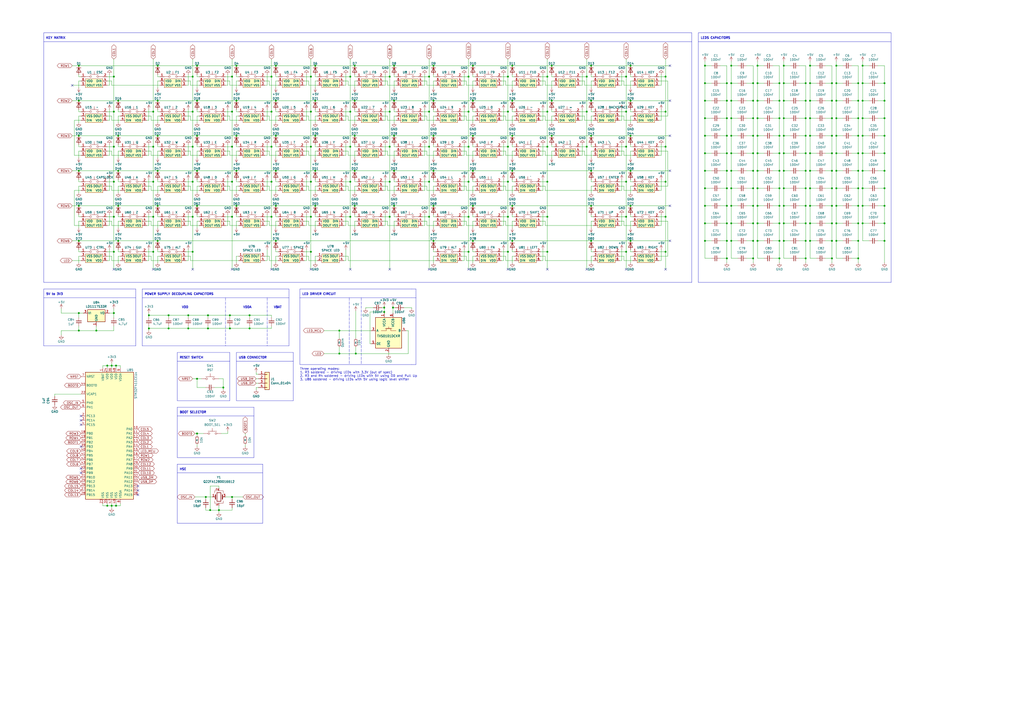
<source format=kicad_sch>
(kicad_sch (version 20211123) (generator eeschema)
  (paper "A2")
  (junction (at 248.92 85.09) (diameter 0.9144))
  (junction (at 452.12 58.42) (diameter 0.9144))
  (junction (at 424.18 139.7) (diameter 0.9144))
  (junction (at 452.12 48.26) (diameter 0.9144))
  (junction (at 408.94 119.38) (diameter 0.9144))
  (junction (at 160.02 38.1) (diameter 0.9144))
  (junction (at 45.72 99.06) (diameter 0.9144))
  (junction (at 342.9 58.42) (diameter 0.9144))
  (junction (at 439.42 119.38) (diameter 0.9144))
  (junction (at 157.48 105.41) (diameter 0.9144))
  (junction (at 271.78 125.73) (diameter 0.9144))
  (junction (at 226.06 44.45) (diameter 0.9144))
  (junction (at 469.9 129.54) (diameter 0.9144))
  (junction (at 421.64 119.38) (diameter 0.9144))
  (junction (at 64.77 293.37) (diameter 0.9144))
  (junction (at 66.04 146.05) (diameter 0.9144))
  (junction (at 363.22 44.45) (diameter 0.9144))
  (junction (at 408.94 109.22) (diameter 0.9144))
  (junction (at 317.5 85.09) (diameter 0.9144))
  (junction (at 134.62 64.77) (diameter 0.9144))
  (junction (at 45.72 191.77) (diameter 0.9144))
  (junction (at 133.35 190.5) (diameter 0.9144))
  (junction (at 294.64 85.09) (diameter 0.9144))
  (junction (at 363.22 146.05) (diameter 0.9144))
  (junction (at 500.38 38.1) (diameter 0.9144))
  (junction (at 342.9 139.7) (diameter 0.9144))
  (junction (at 91.44 38.1) (diameter 0.9144))
  (junction (at 297.18 99.06) (diameter 0.9144))
  (junction (at 469.9 139.7) (diameter 0.9144))
  (junction (at 454.66 68.58) (diameter 0.9144))
  (junction (at 439.42 78.74) (diameter 0.9144))
  (junction (at 55.88 191.77) (diameter 0.9144))
  (junction (at 424.18 109.22) (diameter 0.9144))
  (junction (at 109.22 190.5) (diameter 0.9144))
  (junction (at 467.36 119.38) (diameter 0.9144))
  (junction (at 157.48 44.45) (diameter 0.9144))
  (junction (at 482.6 149.86) (diameter 0.9144))
  (junction (at 294.64 64.77) (diameter 0.9144))
  (junction (at 469.9 109.22) (diameter 0.9144))
  (junction (at 297.18 78.74) (diameter 0.9144))
  (junction (at 365.76 38.1) (diameter 0.9144))
  (junction (at 68.58 78.74) (diameter 0.9144))
  (junction (at 320.04 38.1) (diameter 0.9144))
  (junction (at 513.08 88.9) (diameter 0.9144))
  (junction (at 424.18 99.06) (diameter 0.9144))
  (junction (at 482.6 109.22) (diameter 0.9144))
  (junction (at 114.3 78.74) (diameter 0.9144))
  (junction (at 203.2 105.41) (diameter 0.9144))
  (junction (at 452.12 68.58) (diameter 0.9144))
  (junction (at 386.08 44.45) (diameter 0.9144))
  (junction (at 182.88 38.1) (diameter 0.9144))
  (junction (at 196.85 205.105) (diameter 0.9144))
  (junction (at 45.72 119.38) (diameter 0.9144))
  (junction (at 469.9 78.74) (diameter 0.9144))
  (junction (at 271.78 64.77) (diameter 0.9144))
  (junction (at 160.02 139.7) (diameter 0.9144))
  (junction (at 421.64 78.74) (diameter 0.9144))
  (junction (at 114.3 251.46) (diameter 0.9144))
  (junction (at 226.06 64.77) (diameter 0.9144))
  (junction (at 439.42 48.26) (diameter 0.9144))
  (junction (at 485.14 48.26) (diameter 0.9144))
  (junction (at 134.62 85.09) (diameter 0.9144))
  (junction (at 121.92 295.91) (diameter 0.9144))
  (junction (at 62.23 212.09) (diameter 0.9144))
  (junction (at 196.85 191.77) (diameter 0.9144))
  (junction (at 248.92 125.73) (diameter 0.9144))
  (junction (at 144.78 190.5) (diameter 0.9144))
  (junction (at 500.38 109.22) (diameter 0.9144))
  (junction (at 137.16 119.38) (diameter 0.9144))
  (junction (at 297.18 119.38) (diameter 0.9144))
  (junction (at 497.84 48.26) (diameter 0.9144))
  (junction (at 67.31 212.09) (diameter 0.9144))
  (junction (at 408.94 139.7) (diameter 0.9144))
  (junction (at 408.94 58.42) (diameter 0.9144))
  (junction (at 91.44 139.7) (diameter 0.9144))
  (junction (at 408.94 78.74) (diameter 0.9144))
  (junction (at 248.92 44.45) (diameter 0.9144))
  (junction (at 133.35 182.88) (diameter 0.9144))
  (junction (at 436.88 58.42) (diameter 0.9144))
  (junction (at 424.18 119.38) (diameter 0.9144))
  (junction (at 68.58 139.7) (diameter 0.9144))
  (junction (at 485.14 78.74) (diameter 0.9144))
  (junction (at 500.38 99.06) (diameter 0.9144))
  (junction (at 454.66 129.54) (diameter 0.9144))
  (junction (at 120.65 190.5) (diameter 0.9144))
  (junction (at 182.88 99.06) (diameter 0.9144))
  (junction (at 342.9 119.38) (diameter 0.9144))
  (junction (at 439.42 109.22) (diameter 0.9144))
  (junction (at 497.84 139.7) (diameter 0.9144))
  (junction (at 68.58 119.38) (diameter 0.9144))
  (junction (at 482.6 58.42) (diameter 0.9144))
  (junction (at 469.9 88.9) (diameter 0.9144))
  (junction (at 157.48 64.77) (diameter 0.9144))
  (junction (at 64.77 212.09) (diameter 0.9144))
  (junction (at 452.12 149.86) (diameter 0.9144))
  (junction (at 454.66 48.26) (diameter 0.9144))
  (junction (at 317.5 125.73) (diameter 0.9144))
  (junction (at 365.76 58.42) (diameter 0.9144))
  (junction (at 452.12 88.9) (diameter 0.9144))
  (junction (at 513.08 139.7) (diameter 0.9144))
  (junction (at 497.84 58.42) (diameter 0.9144))
  (junction (at 452.12 139.7) (diameter 0.9144))
  (junction (at 467.36 99.06) (diameter 0.9144))
  (junction (at 222.885 180.975) (diameter 0.9144))
  (junction (at 485.14 139.7) (diameter 0.9144))
  (junction (at 424.18 88.9) (diameter 0.9144))
  (junction (at 226.06 85.09) (diameter 0.9144))
  (junction (at 203.2 44.45) (diameter 0.9144))
  (junction (at 482.6 139.7) (diameter 0.9144))
  (junction (at 203.2 125.73) (diameter 0.9144))
  (junction (at 160.02 78.74) (diameter 0.9144))
  (junction (at 203.2 64.77) (diameter 0.9144))
  (junction (at 205.74 78.74) (diameter 0.9144))
  (junction (at 205.74 119.38) (diameter 0.9144))
  (junction (at 91.44 119.38) (diameter 0.9144))
  (junction (at 513.08 99.06) (diameter 0.9144))
  (junction (at 127 295.91) (diameter 0.9144))
  (junction (at 485.14 109.22) (diameter 0.9144))
  (junction (at 180.34 85.09) (diameter 0.9144))
  (junction (at 294.64 44.45) (diameter 0.9144))
  (junction (at 251.46 99.06) (diameter 0.9144))
  (junction (at 452.12 99.06) (diameter 0.9144))
  (junction (at 436.88 88.9) (diameter 0.9144))
  (junction (at 66.04 85.09) (diameter 0.9144))
  (junction (at 68.58 99.06) (diameter 0.9144))
  (junction (at 88.9 85.09) (diameter 0.9144))
  (junction (at 182.88 78.74) (diameter 0.9144))
  (junction (at 45.72 38.1) (diameter 0.9144))
  (junction (at 66.04 64.77) (diameter 0.9144))
  (junction (at 91.44 78.74) (diameter 0.9144))
  (junction (at 436.88 109.22) (diameter 0.9144))
  (junction (at 222.885 178.435) (diameter 0.9144))
  (junction (at 317.5 105.41) (diameter 0.9144))
  (junction (at 467.36 139.7) (diameter 0.9144))
  (junction (at 271.78 44.45) (diameter 0.9144))
  (junction (at 274.32 78.74) (diameter 0.9144))
  (junction (at 424.18 38.1) (diameter 0.9144))
  (junction (at 182.88 58.42) (diameter 0.9144))
  (junction (at 424.18 48.26) (diameter 0.9144))
  (junction (at 421.64 99.06) (diameter 0.9144))
  (junction (at 120.65 182.88) (diameter 0.9144))
  (junction (at 513.08 129.54) (diameter 0.9144))
  (junction (at 320.04 58.42) (diameter 0.9144))
  (junction (at 436.88 48.26) (diameter 0.9144))
  (junction (at 251.46 58.42) (diameter 0.9144))
  (junction (at 421.64 129.54) (diameter 0.9144))
  (junction (at 497.84 109.22) (diameter 0.9144))
  (junction (at 439.42 68.58) (diameter 0.9144))
  (junction (at 180.34 64.77) (diameter 0.9144))
  (junction (at 365.76 119.38) (diameter 0.9144))
  (junction (at 439.42 88.9) (diameter 0.9144))
  (junction (at 482.6 88.9) (diameter 0.9144))
  (junction (at 340.36 44.45) (diameter 0.9144))
  (junction (at 114.3 58.42) (diameter 0.9144))
  (junction (at 251.46 78.74) (diameter 0.9144))
  (junction (at 160.02 58.42) (diameter 0.9144))
  (junction (at 482.6 119.38) (diameter 0.9144))
  (junction (at 297.18 38.1) (diameter 0.9144))
  (junction (at 114.3 99.06) (diameter 0.9144))
  (junction (at 88.9 105.41) (diameter 0.9144))
  (junction (at 88.9 146.05) (diameter 0.9144))
  (junction (at 86.36 190.5) (diameter 0.9144))
  (junction (at 111.76 44.45) (diameter 0.9144))
  (junction (at 363.22 85.09) (diameter 0.9144))
  (junction (at 180.34 125.73) (diameter 0.9144))
  (junction (at 111.76 85.09) (diameter 0.9144))
  (junction (at 497.84 68.58) (diameter 0.9144))
  (junction (at 62.23 293.37) (diameter 0.9144))
  (junction (at 408.94 88.9) (diameter 0.9144))
  (junction (at 66.04 181.61) (diameter 0.9144))
  (junction (at 485.14 58.42) (diameter 0.9144))
  (junction (at 228.6 119.38) (diameter 0.9144))
  (junction (at 513.08 68.58) (diameter 0.9144))
  (junction (at 386.08 146.05) (diameter 0.9144))
  (junction (at 386.08 105.41) (diameter 0.9144))
  (junction (at 160.02 99.06) (diameter 0.9144))
  (junction (at 226.06 125.73) (diameter 0.9144))
  (junction (at 144.78 182.88) (diameter 0.9144))
  (junction (at 297.18 139.7) (diameter 0.9144))
  (junction (at 119.38 288.29) (diameter 0.9144))
  (junction (at 45.72 58.42) (diameter 0.9144))
  (junction (at 497.84 78.74) (diameter 0.9144))
  (junction (at 424.18 78.74) (diameter 0.9144))
  (junction (at 439.42 99.06) (diameter 0.9144))
  (junction (at 467.36 68.58) (diameter 0.9144))
  (junction (at 424.18 68.58) (diameter 0.9144))
  (junction (at 454.66 139.7) (diameter 0.9144))
  (junction (at 452.12 129.54) (diameter 0.9144))
  (junction (at 114.3 219.71) (diameter 0.9144))
  (junction (at 248.92 64.77) (diameter 0.9144))
  (junction (at 485.14 129.54) (diameter 0.9144))
  (junction (at 205.74 99.06) (diameter 0.9144))
  (junction (at 497.84 88.9) (diameter 0.9144))
  (junction (at 157.48 125.73) (diameter 0.9144))
  (junction (at 274.32 38.1) (diameter 0.9144))
  (junction (at 467.36 149.86) (diameter 0.9144))
  (junction (at 485.14 68.58) (diameter 0.9144))
  (junction (at 454.66 109.22) (diameter 0.9144))
  (junction (at 88.9 64.77) (diameter 0.9144))
  (junction (at 482.6 99.06) (diameter 0.9144))
  (junction (at 66.04 44.45) (diameter 0.9144))
  (junction (at 454.66 78.74) (diameter 0.9144))
  (junction (at 294.64 105.41) (diameter 0.9144))
  (junction (at 482.6 129.54) (diameter 0.9144))
  (junction (at 421.64 139.7) (diameter 0.9144))
  (junction (at 513.08 109.22) (diameter 0.9144))
  (junction (at 467.36 88.9) (diameter 0.9144))
  (junction (at 97.79 190.5) (diameter 0.9144))
  (junction (at 439.42 38.1) (diameter 0.9144))
  (junction (at 226.06 105.41) (diameter 0.9144))
  (junction (at 485.14 88.9) (diameter 0.9144))
  (junction (at 365.76 139.7) (diameter 0.9144))
  (junction (at 66.04 125.73) (diameter 0.9144))
  (junction (at 454.66 119.38) (diameter 0.9144))
  (junction (at 271.78 85.09) (diameter 0.9144))
  (junction (at 205.74 38.1) (diameter 0.9144))
  (junction (at 180.34 146.05) (diameter 0.9144))
  (junction (at 274.32 139.7) (diameter 0.9144))
  (junction (at 160.02 119.38) (diameter 0.9144))
  (junction (at 111.76 146.05) (diameter 0.9144))
  (junction (at 271.78 105.41) (diameter 0.9144))
  (junction (at 408.94 38.1) (diameter 0.9144))
  (junction (at 88.9 125.73) (diameter 0.9144))
  (junction (at 497.84 149.86) (diameter 0.9144))
  (junction (at 114.3 38.1) (diameter 0.9144))
  (junction (at 452.12 119.38) (diameter 0.9144))
  (junction (at 45.72 139.7) (diameter 0.9144))
  (junction (at 421.64 68.58) (diameter 0.9144))
  (junction (at 469.9 68.58) (diameter 0.9144))
  (junction (at 436.88 139.7) (diameter 0.9144))
  (junction (at 454.66 88.9) (diameter 0.9144))
  (junction (at 469.9 119.38) (diameter 0.9144))
  (junction (at 134.62 44.45) (diameter 0.9144))
  (junction (at 454.66 38.1) (diameter 0.9144))
  (junction (at 227.965 178.435) (diameter 0.9144))
  (junction (at 320.04 78.74) (diameter 0.9144))
  (junction (at 497.84 119.38) (diameter 0.9144))
  (junction (at 365.76 78.74) (diameter 0.9144))
  (junction (at 452.12 78.74) (diameter 0.9144))
  (junction (at 274.32 58.42) (diameter 0.9144))
  (junction (at 436.88 129.54) (diameter 0.9144))
  (junction (at 251.46 139.7) (diameter 0.9144))
  (junction (at 342.9 38.1) (diameter 0.9144))
  (junction (at 342.9 99.06) (diameter 0.9144))
  (junction (at 408.94 68.58) (diameter 0.9144))
  (junction (at 439.42 139.7) (diameter 0.9144))
  (junction (at 137.16 99.06) (diameter 0.9144))
  (junction (at 137.16 78.74) (diameter 0.9144))
  (junction (at 342.9 78.74) (diameter 0.9144))
  (junction (at 500.38 48.26) (diameter 0.9144))
  (junction (at 97.79 182.88) (diameter 0.9144))
  (junction (at 182.88 119.38) (diameter 0.9144))
  (junction (at 436.88 68.58) (diameter 0.9144))
  (junction (at 228.6 78.74) (diameter 0.9144))
  (junction (at 180.34 44.45) (diameter 0.9144))
  (junction (at 228.6 99.06) (diameter 0.9144))
  (junction (at 469.9 58.42) (diameter 0.9144))
  (junction (at 421.64 48.26) (diameter 0.9144))
  (junction (at 513.08 119.38) (diameter 0.9144))
  (junction (at 469.9 99.06) (diameter 0.9144))
  (junction (at 91.44 99.06) (diameter 0.9144))
  (junction (at 340.36 64.77) (diameter 0.9144))
  (junction (at 421.64 58.42) (diameter 0.9144))
  (junction (at 91.44 58.42) (diameter 0.9144))
  (junction (at 485.14 119.38) (diameter 0.9144))
  (junction (at 439.42 129.54) (diameter 0.9144))
  (junction (at 454.66 99.06) (diameter 0.9144))
  (junction (at 137.16 38.1) (diameter 0.9144))
  (junction (at 66.04 105.41) (diameter 0.9144))
  (junction (at 365.76 99.06) (diameter 0.9144))
  (junction (at 157.48 85.09) (diameter 0.9144))
  (junction (at 203.2 85.09) (diameter 0.9144))
  (junction (at 500.38 129.54) (diameter 0.9144))
  (junction (at 454.66 58.42) (diameter 0.9144))
  (junction (at 497.84 129.54) (diameter 0.9144))
  (junction (at 469.9 38.1) (diameter 0.9144))
  (junction (at 248.92 105.41) (diameter 0.9144))
  (junction (at 134.62 125.73) (diameter 0.9144))
  (junction (at 467.36 129.54) (diameter 0.9144))
  (junction (at 67.31 293.37) (diameter 0.9144))
  (junction (at 134.62 105.41) (diameter 0.9144))
  (junction (at 386.08 85.09) (diameter 0.9144))
  (junction (at 363.22 125.73) (diameter 0.9144))
  (junction (at 206.375 205.105) (diameter 0.9144))
  (junction (at 500.38 78.74) (diameter 0.9144))
  (junction (at 482.6 48.26) (diameter 0.9144))
  (junction (at 513.08 48.26) (diameter 0.9144))
  (junction (at 134.62 288.29) (diameter 0.9144))
  (junction (at 424.18 58.42) (diameter 0.9144))
  (junction (at 114.3 119.38) (diameter 0.9144))
  (junction (at 436.88 119.38) (diameter 0.9144))
  (junction (at 111.76 125.73) (diameter 0.9144))
  (junction (at 408.94 129.54) (diameter 0.9144))
  (junction (at 485.14 99.06) (diameter 0.9144))
  (junction (at 271.78 146.05) (diameter 0.9144))
  (junction (at 497.84 99.06) (diameter 0.9144))
  (junction (at 363.22 64.77) (diameter 0.9144))
  (junction (at 111.76 105.41) (diameter 0.9144))
  (junction (at 482.6 68.58) (diameter 0.9144))
  (junction (at 386.08 125.73) (diameter 0.9144))
  (junction (at 408.94 99.06) (diameter 0.9144))
  (junction (at 205.74 58.42) (diameter 0.9144))
  (junction (at 109.22 182.88) (diameter 0.9144))
  (junction (at 45.72 78.74) (diameter 0.9144))
  (junction (at 274.32 99.06) (diameter 0.9144))
  (junction (at 294.64 125.73) (diameter 0.9144))
  (junction (at 482.6 78.74) (diameter 0.9144))
  (junction (at 294.64 146.05) (diameter 0.9144))
  (junction (at 317.5 146.05) (diameter 0.9144))
  (junction (at 251.46 119.38) (diameter 0.9144))
  (junction (at 436.88 99.06) (diameter 0.9144))
  (junction (at 513.08 78.74) (diameter 0.9144))
  (junction (at 111.76 64.77) (diameter 0.9144))
  (junction (at 297.18 58.42) (diameter 0.9144))
  (junction (at 452.12 109.22) (diameter 0.9144))
  (junction (at 363.22 105.41) (diameter 0.9144))
  (junction (at 436.88 149.86) (diameter 0.9144))
  (junction (at 467.36 109.22) (diameter 0.9144))
  (junction (at 500.38 58.42) (diameter 0.9144))
  (junction (at 500.38 88.9) (diameter 0.9144))
  (junction (at 251.46 38.1) (diameter 0.9144))
  (junction (at 421.64 149.86) (diameter 0.9144))
  (junction (at 137.16 58.42) (diameter 0.9144))
  (junction (at 180.34 105.41) (diameter 0.9144))
  (junction (at 68.58 58.42) (diameter 0.9144))
  (junction (at 228.6 38.1) (diameter 0.9144))
  (junction (at 317.5 44.45) (diameter 0.9144))
  (junction (at 467.36 48.26) (diameter 0.9144))
  (junction (at 45.72 181.61) (diameter 0.9144))
  (junction (at 228.6 58.42) (diameter 0.9144))
  (junction (at 86.36 182.88) (diameter 0.9144))
  (junction (at 421.64 109.22) (diameter 0.9144))
  (junction (at 317.5 64.77) (diameter 0.9144))
  (junction (at 500.38 68.58) (diameter 0.9144))
  (junction (at 340.36 85.09) (diameter 0.9144))
  (junction (at 421.64 88.9) (diameter 0.9144))
  (junction (at 485.14 38.1) (diameter 0.9144))
  (junction (at 408.94 48.26) (diameter 0.9144))
  (junction (at 274.32 119.38) (diameter 0.9144))
  (junction (at 500.38 119.38) (diameter 0.9144))
  (junction (at 436.88 78.74) (diameter 0.9144))
  (junction (at 467.36 78.74) (diameter 0.9144))
  (junction (at 513.08 58.42) (diameter 0.9144))
  (junction (at 469.9 48.26) (diameter 0.9144))
  (junction (at 424.18 129.54) (diameter 0.9144))
  (junction (at 439.42 58.42) (diameter 0.9144))
  (junction (at 467.36 58.42) (diameter 0.9144))
  (junction (at 129.54 224.79) (diameter 0.9144))
  (junction (at 386.08 64.77) (diameter 0.9144))
  (no_connect (at 317.5 156.21))
  (no_connect (at 248.92 156.21))
  (no_connect (at 388.62 139.7))
  (no_connect (at 157.48 156.21))
  (no_connect (at 388.62 58.42))
  (no_connect (at 388.62 99.06))
  (no_connect (at 203.2 156.21))
  (no_connect (at 294.64 156.21))
  (no_connect (at 271.78 156.21))
  (no_connect (at 46.99 241.3))
  (no_connect (at 46.99 243.84))
  (no_connect (at 46.99 246.38))
  (no_connect (at 80.01 281.94))
  (no_connect (at 80.01 284.48))
  (no_connect (at 80.01 287.02))
  (no_connect (at 180.34 156.21))
  (no_connect (at 363.22 156.21))
  (no_connect (at 134.62 156.21))
  (no_connect (at 66.04 156.21))
  (no_connect (at 46.99 259.08))
  (no_connect (at 46.99 271.78))
  (no_connect (at 46.99 274.32))
  (no_connect (at 340.36 156.21))
  (no_connect (at 388.62 78.74))
  (no_connect (at 226.06 156.21))
  (no_connect (at 386.08 156.21))
  (no_connect (at 111.76 156.21))
  (no_connect (at 41.91 49.53))
  (no_connect (at 388.62 119.38))
  (no_connect (at 388.62 38.1))
  (no_connect (at 88.9 156.21))
  (wire (pts (xy 293.37 107.95) (xy 293.37 110.49)))
  (wire (pts (xy 269.24 90.17) (xy 267.97 90.17)))
  (wire (pts (xy 201.93 46.99) (xy 201.93 49.53)))
  (wire (pts (xy 123.19 288.29) (xy 119.38 288.29)))
  (wire (pts (xy 290.83 85.09) (xy 294.64 85.09)))
  (wire (pts (xy 200.66 69.85) (xy 200.66 63.5)))
  (wire (pts (xy 179.07 87.63) (xy 179.07 90.17)))
  (wire (pts (xy 68.58 107.95) (xy 68.58 111.76)))
  (wire (pts (xy 246.38 90.17) (xy 245.11 90.17)))
  (wire (pts (xy 513.08 78.74) (xy 513.08 88.9)))
  (wire (pts (xy 248.92 64.77) (xy 248.92 44.45)))
  (wire (pts (xy 111.76 219.71) (xy 114.3 219.71)))
  (wire (pts (xy 85.09 67.31) (xy 87.63 67.31)))
  (wire (pts (xy 448.31 149.86) (xy 452.12 149.86)))
  (wire (pts (xy 31.75 228.6) (xy 46.99 228.6)))
  (wire (pts (xy 298.45 148.59) (xy 297.18 148.59)))
  (wire (pts (xy 224.79 69.85) (xy 229.87 69.85)))
  (wire (pts (xy 342.9 146.05) (xy 344.17 146.05)))
  (wire (pts (xy 245.11 44.45) (xy 248.92 44.45)))
  (wire (pts (xy 320.04 83.82) (xy 320.04 85.09)))
  (wire (pts (xy 187.96 191.77) (xy 196.85 191.77)))
  (wire (pts (xy 196.85 191.77) (xy 215.265 191.77)))
  (wire (pts (xy 361.95 67.31) (xy 361.95 69.85)))
  (wire (pts (xy 316.23 87.63) (xy 316.23 90.17)))
  (wire (pts (xy 176.53 128.27) (xy 179.07 128.27)))
  (wire (pts (xy 43.18 69.85) (xy 46.99 69.85)))
  (wire (pts (xy 469.9 149.86) (xy 473.71 149.86)))
  (wire (pts (xy 223.52 130.81) (xy 223.52 124.46)))
  (wire (pts (xy 424.18 58.42) (xy 427.99 58.42)))
  (wire (pts (xy 275.59 107.95) (xy 274.32 107.95)))
  (wire (pts (xy 469.9 48.26) (xy 473.71 48.26)))
  (wire (pts (xy 251.46 43.18) (xy 251.46 44.45)))
  (wire (pts (xy 62.23 293.37) (xy 64.77 293.37)))
  (wire (pts (xy 485.14 78.74) (xy 485.14 88.9)))
  (wire (pts (xy 275.59 46.99) (xy 274.32 46.99)))
  (wire (pts (xy 148.59 215.9) (xy 148.59 217.17)))
  (wire (pts (xy 247.65 130.81) (xy 252.73 130.81)))
  (wire (pts (xy 88.9 105.41) (xy 88.9 85.09)))
  (wire (pts (xy 270.51 49.53) (xy 275.59 49.53)))
  (wire (pts (xy 436.88 58.42) (xy 436.88 68.58)))
  (polyline (pts (xy 102.87 204.47) (xy 133.35 204.47)) (stroke (width 0) (type solid)))
  (wire (pts (xy 160.02 87.63) (xy 160.02 91.44)))
  (wire (pts (xy 317.5 146.05) (xy 317.5 156.21)))
  (wire (pts (xy 63.5 90.17) (xy 63.5 83.82)))
  (wire (pts (xy 408.94 35.56) (xy 408.94 38.1)))
  (wire (pts (xy 59.69 292.1) (xy 59.69 293.37)))
  (wire (pts (xy 161.29 67.31) (xy 160.02 67.31)))
  (wire (pts (xy 134.62 295.91) (xy 134.62 294.64)))
  (wire (pts (xy 478.79 129.54) (xy 482.6 129.54)))
  (wire (pts (xy 417.83 119.38) (xy 421.64 119.38)))
  (wire (pts (xy 68.58 144.78) (xy 68.58 146.05)))
  (wire (pts (xy 383.54 110.49) (xy 382.27 110.49)))
  (wire (pts (xy 340.36 34.29) (xy 340.36 44.45)))
  (wire (pts (xy 359.41 125.73) (xy 363.22 125.73)))
  (wire (pts (xy 62.23 105.41) (xy 66.04 105.41)))
  (wire (pts (xy 68.58 63.5) (xy 68.58 64.77)))
  (wire (pts (xy 137.16 67.31) (xy 137.16 71.12)))
  (wire (pts (xy 454.66 68.58) (xy 458.47 68.58)))
  (polyline (pts (xy 102.87 269.24) (xy 102.87 303.53)) (stroke (width 0) (type solid)))
  (wire (pts (xy 160.02 64.77) (xy 161.29 64.77)))
  (wire (pts (xy 424.18 149.86) (xy 427.99 149.86)))
  (wire (pts (xy 383.54 151.13) (xy 383.54 144.78)))
  (wire (pts (xy 62.23 46.99) (xy 64.77 46.99)))
  (polyline (pts (xy 238.76 211.455) (xy 241.3 211.455)) (stroke (width 0) (type solid)))
  (wire (pts (xy 359.41 87.63) (xy 361.95 87.63)))
  (wire (pts (xy 297.18 124.46) (xy 297.18 125.73)))
  (wire (pts (xy 383.54 69.85) (xy 383.54 63.5)))
  (wire (pts (xy 454.66 109.22) (xy 454.66 119.38)))
  (wire (pts (xy 386.08 34.29) (xy 386.08 44.45)))
  (wire (pts (xy 452.12 68.58) (xy 452.12 78.74)))
  (wire (pts (xy 408.94 88.9) (xy 412.75 88.9)))
  (wire (pts (xy 160.02 104.14) (xy 160.02 105.41)))
  (wire (pts (xy 160.02 148.59) (xy 160.02 152.4)))
  (wire (pts (xy 127 283.21) (xy 127 281.94)))
  (wire (pts (xy 114.3 63.5) (xy 114.3 64.77)))
  (wire (pts (xy 132.08 49.53) (xy 130.81 49.53)))
  (wire (pts (xy 68.58 125.73) (xy 69.85 125.73)))
  (wire (pts (xy 251.46 107.95) (xy 251.46 111.76)))
  (wire (pts (xy 439.42 48.26) (xy 439.42 58.42)))
  (wire (pts (xy 180.34 34.29) (xy 180.34 44.45)))
  (wire (pts (xy 64.77 128.27) (xy 64.77 130.81)))
  (wire (pts (xy 160.02 146.05) (xy 161.29 146.05)))
  (wire (pts (xy 367.03 46.99) (xy 365.76 46.99)))
  (wire (pts (xy 313.69 64.77) (xy 317.5 64.77)))
  (wire (pts (xy 133.35 49.53) (xy 138.43 49.53)))
  (wire (pts (xy 408.94 99.06) (xy 408.94 109.22)))
  (wire (pts (xy 132.08 130.81) (xy 130.81 130.81)))
  (wire (pts (xy 482.6 119.38) (xy 482.6 129.54)))
  (wire (pts (xy 119.38 288.29) (xy 113.03 288.29)))
  (wire (pts (xy 200.66 151.13) (xy 199.39 151.13)))
  (wire (pts (xy 251.46 44.45) (xy 252.73 44.45)))
  (wire (pts (xy 176.53 105.41) (xy 180.34 105.41)))
  (wire (pts (xy 138.43 46.99) (xy 137.16 46.99)))
  (wire (pts (xy 469.9 119.38) (xy 473.71 119.38)))
  (wire (pts (xy 336.55 44.45) (xy 340.36 44.45)))
  (wire (pts (xy 494.03 109.22) (xy 497.84 109.22)))
  (wire (pts (xy 494.03 149.86) (xy 497.84 149.86)))
  (wire (pts (xy 463.55 88.9) (xy 467.36 88.9)))
  (wire (pts (xy 342.9 44.45) (xy 344.17 44.45)))
  (wire (pts (xy 336.55 67.31) (xy 339.09 67.31)))
  (wire (pts (xy 137.16 64.77) (xy 138.43 64.77)))
  (wire (pts (xy 500.38 129.54) (xy 500.38 139.7)))
  (wire (pts (xy 109.22 151.13) (xy 109.22 144.78)))
  (wire (pts (xy 182.88 128.27) (xy 182.88 132.08)))
  (wire (pts (xy 68.58 87.63) (xy 68.58 91.44)))
  (wire (pts (xy 130.81 105.41) (xy 134.62 105.41)))
  (wire (pts (xy 203.2 125.73) (xy 203.2 156.21)))
  (wire (pts (xy 226.06 105.41) (xy 226.06 85.09)))
  (wire (pts (xy 421.64 119.38) (xy 421.64 129.54)))
  (wire (pts (xy 245.11 64.77) (xy 248.92 64.77)))
  (wire (pts (xy 110.49 90.17) (xy 115.57 90.17)))
  (wire (pts (xy 91.44 144.78) (xy 91.44 146.05)))
  (wire (pts (xy 252.73 148.59) (xy 251.46 148.59)))
  (wire (pts (xy 297.18 125.73) (xy 298.45 125.73)))
  (wire (pts (xy 382.27 105.41) (xy 386.08 105.41)))
  (wire (pts (xy 482.6 88.9) (xy 482.6 99.06)))
  (wire (pts (xy 35.56 194.31) (xy 35.56 191.77)))
  (wire (pts (xy 156.21 151.13) (xy 161.29 151.13)))
  (wire (pts (xy 436.88 149.86) (xy 436.88 152.4)))
  (wire (pts (xy 485.14 58.42) (xy 488.95 58.42)))
  (polyline (pts (xy 170.18 209.55) (xy 137.16 209.55)) (stroke (width 0) (type solid)))
  (wire (pts (xy 110.49 148.59) (xy 110.49 151.13)))
  (wire (pts (xy 228.6 46.99) (xy 228.6 50.8)))
  (wire (pts (xy 424.18 68.58) (xy 424.18 78.74)))
  (wire (pts (xy 439.42 58.42) (xy 439.42 68.58)))
  (wire (pts (xy 320.04 43.18) (xy 320.04 44.45)))
  (wire (pts (xy 114.3 85.09) (xy 115.57 85.09)))
  (wire (pts (xy 176.53 107.95) (xy 179.07 107.95)))
  (wire (pts (xy 298.45 87.63) (xy 297.18 87.63)))
  (wire (pts (xy 144.78 190.5) (xy 144.78 189.23)))
  (wire (pts (xy 387.35 67.31) (xy 387.35 46.99)))
  (wire (pts (xy 68.58 67.31) (xy 68.58 71.12)))
  (wire (pts (xy 314.96 151.13) (xy 313.69 151.13)))
  (wire (pts (xy 271.78 34.29) (xy 271.78 44.45)))
  (wire (pts (xy 86.36 69.85) (xy 86.36 63.5)))
  (wire (pts (xy 313.69 125.73) (xy 317.5 125.73)))
  (wire (pts (xy 63.5 49.53) (xy 62.23 49.53)))
  (wire (pts (xy 513.08 99.06) (xy 513.08 109.22)))
  (wire (pts (xy 421.64 129.54) (xy 421.64 139.7)))
  (wire (pts (xy 201.93 90.17) (xy 207.01 90.17)))
  (wire (pts (xy 43.18 130.81) (xy 46.99 130.81)))
  (wire (pts (xy 133.35 46.99) (xy 133.35 49.53)))
  (polyline (pts (xy 102.87 209.55) (xy 133.35 209.55)) (stroke (width 0) (type solid)))
  (wire (pts (xy 111.76 34.29) (xy 111.76 44.45)))
  (wire (pts (xy 67.31 212.09) (xy 69.85 212.09)))
  (wire (pts (xy 252.73 107.95) (xy 251.46 107.95)))
  (wire (pts (xy 234.315 178.435) (xy 238.76 178.435)))
  (wire (pts (xy 238.76 178.435) (xy 238.76 179.07)))
  (wire (pts (xy 156.21 148.59) (xy 156.21 151.13)))
  (wire (pts (xy 509.27 38.1) (xy 513.08 38.1)))
  (wire (pts (xy 55.88 189.23) (xy 55.88 191.77)))
  (wire (pts (xy 110.49 67.31) (xy 110.49 69.85)))
  (wire (pts (xy 439.42 35.56) (xy 439.42 38.1)))
  (wire (pts (xy 68.58 105.41) (xy 69.85 105.41)))
  (wire (pts (xy 336.55 87.63) (xy 339.09 87.63)))
  (wire (pts (xy 156.21 69.85) (xy 161.29 69.85)))
  (wire (pts (xy 454.66 48.26) (xy 454.66 58.42)))
  (wire (pts (xy 157.48 105.41) (xy 157.48 125.73)))
  (wire (pts (xy 408.94 68.58) (xy 412.75 68.58)))
  (wire (pts (xy 137.16 152.4) (xy 137.16 148.59)))
  (wire (pts (xy 179.07 46.99) (xy 179.07 49.53)))
  (wire (pts (xy 251.46 148.59) (xy 251.46 152.4)))
  (wire (pts (xy 424.18 129.54) (xy 424.18 139.7)))
  (wire (pts (xy 497.84 139.7) (xy 497.84 149.86)))
  (wire (pts (xy 87.63 148.59) (xy 87.63 151.13)))
  (wire (pts (xy 130.81 44.45) (xy 134.62 44.45)))
  (wire (pts (xy 452.12 119.38) (xy 452.12 129.54)))
  (wire (pts (xy 316.23 130.81) (xy 344.17 130.81)))
  (wire (pts (xy 64.77 148.59) (xy 64.77 151.13)))
  (wire (pts (xy 114.3 219.71) (xy 114.3 224.79)))
  (wire (pts (xy 321.31 87.63) (xy 320.04 87.63)))
  (wire (pts (xy 153.67 125.73) (xy 157.48 125.73)))
  (wire (pts (xy 292.1 130.81) (xy 290.83 130.81)))
  (wire (pts (xy 344.17 148.59) (xy 342.9 148.59)))
  (wire (pts (xy 408.94 78.74) (xy 408.94 88.9)))
  (wire (pts (xy 360.68 130.81) (xy 360.68 124.46)))
  (wire (pts (xy 454.66 58.42) (xy 458.47 58.42)))
  (wire (pts (xy 114.3 104.14) (xy 114.3 105.41)))
  (wire (pts (xy 62.23 107.95) (xy 64.77 107.95)))
  (wire (pts (xy 316.23 46.99) (xy 316.23 49.53)))
  (wire (pts (xy 463.55 78.74) (xy 467.36 78.74)))
  (wire (pts (xy 86.36 151.13) (xy 85.09 151.13)))
  (wire (pts (xy 424.18 38.1) (xy 424.18 48.26)))
  (wire (pts (xy 313.69 44.45) (xy 317.5 44.45)))
  (wire (pts (xy 408.94 149.86) (xy 412.75 149.86)))
  (polyline (pts (xy 516.89 163.83) (xy 405.13 163.83)) (stroke (width 0) (type solid)))
  (wire (pts (xy 293.37 49.53) (xy 298.45 49.53)))
  (wire (pts (xy 41.91 151.13) (xy 46.99 151.13)))
  (wire (pts (xy 153.67 107.95) (xy 156.21 107.95)))
  (wire (pts (xy 317.5 64.77) (xy 317.5 85.09)))
  (wire (pts (xy 59.69 213.36) (xy 59.69 212.09)))
  (wire (pts (xy 267.97 46.99) (xy 270.51 46.99)))
  (wire (pts (xy 41.91 139.7) (xy 45.72 139.7)))
  (wire (pts (xy 45.72 139.7) (xy 68.58 139.7)))
  (wire (pts (xy 68.58 139.7) (xy 91.44 139.7)))
  (wire (pts (xy 91.44 139.7) (xy 160.02 139.7)))
  (wire (pts (xy 160.02 139.7) (xy 251.46 139.7)))
  (wire (pts (xy 251.46 139.7) (xy 274.32 139.7)))
  (wire (pts (xy 274.32 139.7) (xy 297.18 139.7)))
  (wire (pts (xy 297.18 139.7) (xy 342.9 139.7)))
  (wire (pts (xy 342.9 139.7) (xy 365.76 139.7)))
  (wire (pts (xy 365.76 139.7) (xy 388.62 139.7)))
  (wire (pts (xy 66.04 181.61) (xy 66.04 184.15)))
  (wire (pts (xy 130.81 107.95) (xy 133.35 107.95)))
  (wire (pts (xy 63.5 130.81) (xy 62.23 130.81)))
  (wire (pts (xy 386.08 146.05) (xy 386.08 125.73)))
  (wire (pts (xy 485.14 149.86) (xy 488.95 149.86)))
  (wire (pts (xy 469.9 35.56) (xy 469.9 38.1)))
  (wire (pts (xy 267.97 128.27) (xy 270.51 128.27)))
  (wire (pts (xy 342.9 107.95) (xy 342.9 111.76)))
  (wire (pts (xy 467.36 68.58) (xy 467.36 78.74)))
  (wire (pts (xy 85.09 85.09) (xy 88.9 85.09)))
  (wire (pts (xy 109.22 130.81) (xy 109.22 124.46)))
  (wire (pts (xy 339.09 69.85) (xy 344.17 69.85)))
  (wire (pts (xy 290.83 105.41) (xy 294.64 105.41)))
  (wire (pts (xy 203.2 64.77) (xy 203.2 85.09)))
  (wire (pts (xy 297.18 85.09) (xy 298.45 85.09)))
  (wire (pts (xy 228.6 85.09) (xy 229.87 85.09)))
  (wire (pts (xy 205.74 46.99) (xy 205.74 50.8)))
  (wire (pts (xy 500.38 38.1) (xy 504.19 38.1)))
  (wire (pts (xy 408.94 139.7) (xy 408.94 149.86)))
  (wire (pts (xy 454.66 38.1) (xy 454.66 48.26)))
  (wire (pts (xy 199.39 148.59) (xy 201.93 148.59)))
  (wire (pts (xy 421.64 38.1) (xy 421.64 48.26)))
  (wire (pts (xy 245.11 107.95) (xy 247.65 107.95)))
  (wire (pts (xy 497.84 109.22) (xy 497.84 119.38)))
  (wire (pts (xy 45.72 67.31) (xy 45.72 71.12)))
  (wire (pts (xy 55.88 191.77) (xy 66.04 191.77)))
  (wire (pts (xy 45.72 87.63) (xy 45.72 91.44)))
  (wire (pts (xy 467.36 99.06) (xy 467.36 109.22)))
  (polyline (pts (xy 405.13 19.05) (xy 405.13 163.83)) (stroke (width 0) (type solid)))
  (wire (pts (xy 45.72 146.05) (xy 46.99 146.05)))
  (wire (pts (xy 246.38 110.49) (xy 246.38 104.14)))
  (wire (pts (xy 114.3 252.73) (xy 114.3 251.46)))
  (wire (pts (xy 454.66 68.58) (xy 454.66 78.74)))
  (wire (pts (xy 245.11 105.41) (xy 248.92 105.41)))
  (wire (pts (xy 107.95 148.59) (xy 110.49 148.59)))
  (wire (pts (xy 222.885 177.8) (xy 222.885 178.435)))
  (wire (pts (xy 222.885 178.435) (xy 222.885 180.975)))
  (wire (pts (xy 222.885 180.975) (xy 222.885 181.61)))
  (wire (pts (xy 342.9 67.31) (xy 342.9 71.12)))
  (wire (pts (xy 205.74 104.14) (xy 205.74 105.41)))
  (wire (pts (xy 274.32 146.05) (xy 275.59 146.05)))
  (wire (pts (xy 383.54 90.17) (xy 383.54 83.82)))
  (wire (pts (xy 274.32 64.77) (xy 275.59 64.77)))
  (wire (pts (xy 386.08 146.05) (xy 386.08 156.21)))
  (wire (pts (xy 214.63 180.975) (xy 214.63 199.39)))
  (wire (pts (xy 214.63 199.39) (xy 215.265 199.39)))
  (wire (pts (xy 156.21 67.31) (xy 156.21 69.85)))
  (wire (pts (xy 212.09 178.435) (xy 216.535 178.435)))
  (wire (pts (xy 91.44 63.5) (xy 91.44 64.77)))
  (wire (pts (xy 224.79 110.49) (xy 229.87 110.49)))
  (wire (pts (xy 363.22 64.77) (xy 363.22 44.45)))
  (polyline (pts (xy 170.18 204.47) (xy 170.18 232.41)) (stroke (width 0) (type solid)))
  (polyline (pts (xy 25.4 163.83) (xy 401.32 163.83)) (stroke (width 0) (type solid)))
  (wire (pts (xy 251.46 124.46) (xy 251.46 125.73)))
  (wire (pts (xy 361.95 69.85) (xy 367.03 69.85)))
  (wire (pts (xy 365.76 85.09) (xy 367.03 85.09)))
  (wire (pts (xy 31.75 229.87) (xy 31.75 228.6)))
  (wire (pts (xy 251.46 104.14) (xy 251.46 105.41)))
  (wire (pts (xy 497.84 99.06) (xy 497.84 109.22)))
  (wire (pts (xy 469.9 119.38) (xy 469.9 129.54)))
  (wire (pts (xy 424.18 119.38) (xy 424.18 129.54)))
  (wire (pts (xy 339.09 49.53) (xy 344.17 49.53)))
  (wire (pts (xy 424.18 129.54) (xy 427.99 129.54)))
  (wire (pts (xy 137.16 63.5) (xy 137.16 64.77)))
  (wire (pts (xy 340.36 64.77) (xy 340.36 44.45)))
  (wire (pts (xy 68.58 148.59) (xy 68.58 152.4)))
  (wire (pts (xy 382.27 128.27) (xy 387.35 128.27)))
  (wire (pts (xy 359.41 146.05) (xy 363.22 146.05)))
  (wire (pts (xy 184.15 67.31) (xy 182.88 67.31)))
  (wire (pts (xy 365.76 146.05) (xy 367.03 146.05)))
  (wire (pts (xy 201.93 128.27) (xy 201.93 130.81)))
  (wire (pts (xy 157.48 64.77) (xy 157.48 44.45)))
  (wire (pts (xy 417.83 48.26) (xy 421.64 48.26)))
  (wire (pts (xy 317.5 105.41) (xy 317.5 85.09)))
  (wire (pts (xy 463.55 149.86) (xy 467.36 149.86)))
  (polyline (pts (xy 78.74 167.64) (xy 78.74 200.66)) (stroke (width 0) (type solid)))
  (wire (pts (xy 247.65 110.49) (xy 252.73 110.49)))
  (wire (pts (xy 154.94 130.81) (xy 153.67 130.81)))
  (wire (pts (xy 179.07 130.81) (xy 184.15 130.81)))
  (wire (pts (xy 271.78 105.41) (xy 271.78 125.73)))
  (wire (pts (xy 452.12 78.74) (xy 452.12 88.9)))
  (wire (pts (xy 132.08 90.17) (xy 132.08 83.82)))
  (wire (pts (xy 142.24 252.73) (xy 142.24 251.46)))
  (wire (pts (xy 91.44 128.27) (xy 91.44 132.08)))
  (wire (pts (xy 482.6 58.42) (xy 482.6 68.58)))
  (wire (pts (xy 313.69 67.31) (xy 316.23 67.31)))
  (wire (pts (xy 41.91 99.06) (xy 45.72 99.06)))
  (wire (pts (xy 45.72 99.06) (xy 68.58 99.06)))
  (wire (pts (xy 68.58 99.06) (xy 91.44 99.06)))
  (wire (pts (xy 91.44 99.06) (xy 114.3 99.06)))
  (wire (pts (xy 114.3 99.06) (xy 137.16 99.06)))
  (wire (pts (xy 137.16 99.06) (xy 160.02 99.06)))
  (wire (pts (xy 160.02 99.06) (xy 182.88 99.06)))
  (wire (pts (xy 182.88 99.06) (xy 205.74 99.06)))
  (wire (pts (xy 205.74 99.06) (xy 228.6 99.06)))
  (wire (pts (xy 228.6 99.06) (xy 251.46 99.06)))
  (wire (pts (xy 251.46 99.06) (xy 274.32 99.06)))
  (wire (pts (xy 274.32 99.06) (xy 297.18 99.06)))
  (wire (pts (xy 297.18 99.06) (xy 342.9 99.06)))
  (wire (pts (xy 342.9 99.06) (xy 365.76 99.06)))
  (wire (pts (xy 365.76 99.06) (xy 388.62 99.06)))
  (wire (pts (xy 408.94 78.74) (xy 412.75 78.74)))
  (polyline (pts (xy 102.87 241.3) (xy 147.32 241.3)) (stroke (width 0) (type solid)))
  (wire (pts (xy 469.9 38.1) (xy 473.71 38.1)))
  (wire (pts (xy 408.94 88.9) (xy 408.94 99.06)))
  (wire (pts (xy 313.69 107.95) (xy 316.23 107.95)))
  (wire (pts (xy 251.46 64.77) (xy 252.73 64.77)))
  (wire (pts (xy 424.18 139.7) (xy 427.99 139.7)))
  (wire (pts (xy 339.09 46.99) (xy 339.09 49.53)))
  (wire (pts (xy 469.9 78.74) (xy 473.71 78.74)))
  (wire (pts (xy 386.08 64.77) (xy 386.08 85.09)))
  (wire (pts (xy 133.35 110.49) (xy 138.43 110.49)))
  (wire (pts (xy 383.54 130.81) (xy 383.54 124.46)))
  (wire (pts (xy 107.95 146.05) (xy 111.76 146.05)))
  (wire (pts (xy 153.67 67.31) (xy 156.21 67.31)))
  (wire (pts (xy 467.36 139.7) (xy 467.36 149.86)))
  (wire (pts (xy 161.29 87.63) (xy 160.02 87.63)))
  (wire (pts (xy 182.88 148.59) (xy 182.88 152.4)))
  (wire (pts (xy 153.67 85.09) (xy 157.48 85.09)))
  (wire (pts (xy 179.07 107.95) (xy 179.07 110.49)))
  (wire (pts (xy 340.36 85.09) (xy 340.36 156.21)))
  (wire (pts (xy 138.43 128.27) (xy 137.16 128.27)))
  (wire (pts (xy 421.64 99.06) (xy 421.64 109.22)))
  (wire (pts (xy 439.42 38.1) (xy 443.23 38.1)))
  (wire (pts (xy 314.96 130.81) (xy 314.96 124.46)))
  (wire (pts (xy 421.64 68.58) (xy 421.64 78.74)))
  (wire (pts (xy 433.07 129.54) (xy 436.88 129.54)))
  (wire (pts (xy 203.2 105.41) (xy 203.2 85.09)))
  (wire (pts (xy 500.38 78.74) (xy 500.38 88.9)))
  (wire (pts (xy 360.68 151.13) (xy 359.41 151.13)))
  (wire (pts (xy 270.51 110.49) (xy 275.59 110.49)))
  (wire (pts (xy 297.18 104.14) (xy 297.18 105.41)))
  (wire (pts (xy 245.11 128.27) (xy 247.65 128.27)))
  (wire (pts (xy 223.52 90.17) (xy 222.25 90.17)))
  (wire (pts (xy 314.96 49.53) (xy 313.69 49.53)))
  (wire (pts (xy 88.9 146.05) (xy 88.9 156.21)))
  (wire (pts (xy 205.74 64.77) (xy 207.01 64.77)))
  (wire (pts (xy 88.9 34.29) (xy 88.9 64.77)))
  (wire (pts (xy 199.39 67.31) (xy 201.93 67.31)))
  (wire (pts (xy 68.58 128.27) (xy 68.58 132.08)))
  (wire (pts (xy 62.23 64.77) (xy 66.04 64.77)))
  (wire (pts (xy 45.72 104.14) (xy 45.72 105.41)))
  (wire (pts (xy 134.62 64.77) (xy 134.62 44.45)))
  (wire (pts (xy 316.23 67.31) (xy 316.23 69.85)))
  (wire (pts (xy 314.96 49.53) (xy 314.96 43.18)))
  (wire (pts (xy 293.37 67.31) (xy 293.37 69.85)))
  (wire (pts (xy 454.66 139.7) (xy 454.66 149.86)))
  (wire (pts (xy 463.55 48.26) (xy 467.36 48.26)))
  (wire (pts (xy 69.85 87.63) (xy 68.58 87.63)))
  (wire (pts (xy 365.76 87.63) (xy 365.76 91.44)))
  (wire (pts (xy 137.16 107.95) (xy 137.16 111.76)))
  (wire (pts (xy 200.66 130.81) (xy 199.39 130.81)))
  (wire (pts (xy 251.46 46.99) (xy 251.46 50.8)))
  (wire (pts (xy 224.79 130.81) (xy 229.87 130.81)))
  (wire (pts (xy 247.65 128.27) (xy 247.65 130.81)))
  (wire (pts (xy 361.95 151.13) (xy 367.03 151.13)))
  (wire (pts (xy 66.04 146.05) (xy 66.04 125.73)))
  (wire (pts (xy 469.9 99.06) (xy 473.71 99.06)))
  (wire (pts (xy 205.74 107.95) (xy 205.74 111.76)))
  (wire (pts (xy 200.66 90.17) (xy 200.66 83.82)))
  (wire (pts (xy 154.94 49.53) (xy 153.67 49.53)))
  (wire (pts (xy 86.36 110.49) (xy 86.36 104.14)))
  (wire (pts (xy 363.22 105.41) (xy 363.22 85.09)))
  (wire (pts (xy 439.42 149.86) (xy 443.23 149.86)))
  (wire (pts (xy 63.5 110.49) (xy 63.5 104.14)))
  (wire (pts (xy 182.88 124.46) (xy 182.88 125.73)))
  (wire (pts (xy 176.53 146.05) (xy 180.34 146.05)))
  (wire (pts (xy 408.94 129.54) (xy 412.75 129.54)))
  (wire (pts (xy 500.38 48.26) (xy 500.38 58.42)))
  (wire (pts (xy 454.66 99.06) (xy 454.66 109.22)))
  (wire (pts (xy 382.27 148.59) (xy 387.35 148.59)))
  (wire (pts (xy 196.85 201.295) (xy 196.85 205.105)))
  (wire (pts (xy 63.5 69.85) (xy 63.5 63.5)))
  (wire (pts (xy 161.29 107.95) (xy 160.02 107.95)))
  (wire (pts (xy 114.3 67.31) (xy 114.3 71.12)))
  (wire (pts (xy 424.18 58.42) (xy 424.18 68.58)))
  (wire (pts (xy 433.07 38.1) (xy 436.88 38.1)))
  (wire (pts (xy 467.36 48.26) (xy 467.36 58.42)))
  (wire (pts (xy 270.51 148.59) (xy 270.51 151.13)))
  (wire (pts (xy 292.1 69.85) (xy 290.83 69.85)))
  (wire (pts (xy 293.37 148.59) (xy 293.37 151.13)))
  (wire (pts (xy 467.36 38.1) (xy 467.36 48.26)))
  (wire (pts (xy 67.31 292.1) (xy 67.31 293.37)))
  (wire (pts (xy 91.44 43.18) (xy 91.44 44.45)))
  (wire (pts (xy 270.51 128.27) (xy 270.51 130.81)))
  (wire (pts (xy 154.94 110.49) (xy 154.94 104.14)))
  (wire (pts (xy 129.54 219.71) (xy 127 219.71)))
  (wire (pts (xy 448.31 119.38) (xy 452.12 119.38)))
  (wire (pts (xy 132.08 69.85) (xy 130.81 69.85)))
  (wire (pts (xy 144.78 190.5) (xy 157.48 190.5)))
  (wire (pts (xy 247.65 49.53) (xy 252.73 49.53)))
  (wire (pts (xy 177.8 69.85) (xy 176.53 69.85)))
  (wire (pts (xy 292.1 69.85) (xy 292.1 63.5)))
  (wire (pts (xy 454.66 58.42) (xy 454.66 68.58)))
  (wire (pts (xy 439.42 139.7) (xy 439.42 149.86)))
  (wire (pts (xy 246.38 49.53) (xy 246.38 43.18)))
  (wire (pts (xy 316.23 90.17) (xy 321.31 90.17)))
  (wire (pts (xy 107.95 85.09) (xy 111.76 85.09)))
  (wire (pts (xy 424.18 38.1) (xy 427.99 38.1)))
  (wire (pts (xy 177.8 130.81) (xy 176.53 130.81)))
  (wire (pts (xy 320.04 67.31) (xy 320.04 71.12)))
  (polyline (pts (xy 209.55 172.72) (xy 209.55 211.455)) (stroke (width 0) (type dash)))
  (wire (pts (xy 88.9 146.05) (xy 88.9 125.73)))
  (wire (pts (xy 452.12 88.9) (xy 452.12 99.06)))
  (wire (pts (xy 297.18 148.59) (xy 297.18 152.4)))
  (wire (pts (xy 222.25 44.45) (xy 226.06 44.45)))
  (wire (pts (xy 156.21 49.53) (xy 161.29 49.53)))
  (wire (pts (xy 225.425 204.47) (xy 225.425 205.74)))
  (wire (pts (xy 360.68 151.13) (xy 360.68 144.78)))
  (wire (pts (xy 224.79 67.31) (xy 224.79 69.85)))
  (wire (pts (xy 360.68 69.85) (xy 359.41 69.85)))
  (wire (pts (xy 359.41 105.41) (xy 363.22 105.41)))
  (wire (pts (xy 43.18 110.49) (xy 43.18 130.81)))
  (wire (pts (xy 463.55 109.22) (xy 467.36 109.22)))
  (wire (pts (xy 223.52 69.85) (xy 222.25 69.85)))
  (wire (pts (xy 500.38 119.38) (xy 504.19 119.38)))
  (wire (pts (xy 109.22 90.17) (xy 109.22 83.82)))
  (wire (pts (xy 248.92 105.41) (xy 248.92 125.73)))
  (wire (pts (xy 365.76 43.18) (xy 365.76 44.45)))
  (wire (pts (xy 109.22 49.53) (xy 109.22 43.18)))
  (wire (pts (xy 137.16 87.63) (xy 137.16 91.44)))
  (wire (pts (xy 359.41 46.99) (xy 361.95 46.99)))
  (wire (pts (xy 274.32 83.82) (xy 274.32 85.09)))
  (wire (pts (xy 469.9 58.42) (xy 469.9 68.58)))
  (wire (pts (xy 223.52 90.17) (xy 223.52 83.82)))
  (wire (pts (xy 339.09 87.63) (xy 339.09 90.17)))
  (wire (pts (xy 127 295.91) (xy 134.62 295.91)))
  (wire (pts (xy 485.14 68.58) (xy 488.95 68.58)))
  (wire (pts (xy 176.53 67.31) (xy 179.07 67.31)))
  (wire (pts (xy 387.35 107.95) (xy 387.35 87.63)))
  (wire (pts (xy 157.48 190.5) (xy 157.48 189.23)))
  (wire (pts (xy 114.3 219.71) (xy 116.84 219.71)))
  (wire (pts (xy 267.97 85.09) (xy 271.78 85.09)))
  (wire (pts (xy 500.38 99.06) (xy 500.38 109.22)))
  (wire (pts (xy 417.83 88.9) (xy 421.64 88.9)))
  (wire (pts (xy 267.97 64.77) (xy 271.78 64.77)))
  (wire (pts (xy 140.97 288.29) (xy 134.62 288.29)))
  (wire (pts (xy 62.23 148.59) (xy 64.77 148.59)))
  (wire (pts (xy 177.8 49.53) (xy 176.53 49.53)))
  (wire (pts (xy 293.37 69.85) (xy 298.45 69.85)))
  (wire (pts (xy 133.35 67.31) (xy 133.35 69.85)))
  (wire (pts (xy 110.49 130.81) (xy 115.57 130.81)))
  (wire (pts (xy 436.88 129.54) (xy 436.88 139.7)))
  (wire (pts (xy 63.5 110.49) (xy 62.23 110.49)))
  (wire (pts (xy 107.95 87.63) (xy 110.49 87.63)))
  (wire (pts (xy 494.03 99.06) (xy 497.84 99.06)))
  (wire (pts (xy 110.49 110.49) (xy 115.57 110.49)))
  (wire (pts (xy 274.32 124.46) (xy 274.32 125.73)))
  (wire (pts (xy 85.09 148.59) (xy 87.63 148.59)))
  (wire (pts (xy 134.62 288.29) (xy 134.62 289.56)))
  (wire (pts (xy 408.94 38.1) (xy 412.75 38.1)))
  (wire (pts (xy 207.01 107.95) (xy 205.74 107.95)))
  (wire (pts (xy 154.94 69.85) (xy 153.67 69.85)))
  (wire (pts (xy 67.31 213.36) (xy 67.31 212.09)))
  (wire (pts (xy 133.35 107.95) (xy 133.35 110.49)))
  (wire (pts (xy 454.66 129.54) (xy 454.66 139.7)))
  (wire (pts (xy 361.95 130.81) (xy 367.03 130.81)))
  (wire (pts (xy 176.53 44.45) (xy 180.34 44.45)))
  (wire (pts (xy 176.53 148.59) (xy 179.07 148.59)))
  (wire (pts (xy 224.79 90.17) (xy 229.87 90.17)))
  (wire (pts (xy 45.72 43.18) (xy 45.72 44.45)))
  (wire (pts (xy 337.82 49.53) (xy 336.55 49.53)))
  (wire (pts (xy 184.15 87.63) (xy 182.88 87.63)))
  (wire (pts (xy 223.52 110.49) (xy 222.25 110.49)))
  (wire (pts (xy 497.84 78.74) (xy 497.84 88.9)))
  (wire (pts (xy 132.08 69.85) (xy 132.08 63.5)))
  (wire (pts (xy 120.65 190.5) (xy 120.65 189.23)))
  (polyline (pts (xy 137.16 204.47) (xy 137.16 232.41)) (stroke (width 0) (type solid)))
  (wire (pts (xy 500.38 68.58) (xy 500.38 78.74)))
  (wire (pts (xy 297.18 63.5) (xy 297.18 64.77)))
  (wire (pts (xy 321.31 46.99) (xy 320.04 46.99)))
  (wire (pts (xy 199.39 105.41) (xy 203.2 105.41)))
  (wire (pts (xy 46.99 128.27) (xy 45.72 128.27)))
  (wire (pts (xy 298.45 46.99) (xy 297.18 46.99)))
  (wire (pts (xy 130.81 85.09) (xy 134.62 85.09)))
  (wire (pts (xy 367.03 67.31) (xy 365.76 67.31)))
  (polyline (pts (xy 147.32 236.22) (xy 147.32 265.43)) (stroke (width 0) (type solid)))
  (wire (pts (xy 342.9 124.46) (xy 342.9 125.73)))
  (wire (pts (xy 247.65 107.95) (xy 247.65 110.49)))
  (wire (pts (xy 132.08 110.49) (xy 130.81 110.49)))
  (wire (pts (xy 200.66 110.49) (xy 200.66 104.14)))
  (wire (pts (xy 43.18 110.49) (xy 46.99 110.49)))
  (wire (pts (xy 274.32 144.78) (xy 274.32 146.05)))
  (wire (pts (xy 361.95 107.95) (xy 361.95 110.49)))
  (wire (pts (xy 463.55 99.06) (xy 467.36 99.06)))
  (wire (pts (xy 382.27 87.63) (xy 387.35 87.63)))
  (wire (pts (xy 367.03 128.27) (xy 365.76 128.27)))
  (wire (pts (xy 45.72 124.46) (xy 45.72 125.73)))
  (wire (pts (xy 137.16 85.09) (xy 138.43 85.09)))
  (wire (pts (xy 200.66 130.81) (xy 200.66 124.46)))
  (wire (pts (xy 513.08 129.54) (xy 513.08 139.7)))
  (wire (pts (xy 200.66 49.53) (xy 199.39 49.53)))
  (wire (pts (xy 344.17 128.27) (xy 342.9 128.27)))
  (wire (pts (xy 485.14 78.74) (xy 488.95 78.74)))
  (wire (pts (xy 359.41 148.59) (xy 361.95 148.59)))
  (wire (pts (xy 177.8 69.85) (xy 177.8 63.5)))
  (wire (pts (xy 199.39 107.95) (xy 201.93 107.95)))
  (wire (pts (xy 340.36 64.77) (xy 340.36 85.09)))
  (polyline (pts (xy 516.89 19.05) (xy 516.89 163.83)) (stroke (width 0) (type solid)))
  (wire (pts (xy 274.32 125.73) (xy 275.59 125.73)))
  (wire (pts (xy 92.71 67.31) (xy 91.44 67.31)))
  (wire (pts (xy 161.29 128.27) (xy 160.02 128.27)))
  (wire (pts (xy 485.14 99.06) (xy 488.95 99.06)))
  (wire (pts (xy 408.94 109.22) (xy 408.94 119.38)))
  (wire (pts (xy 109.22 190.5) (xy 120.65 190.5)))
  (wire (pts (xy 433.07 99.06) (xy 436.88 99.06)))
  (wire (pts (xy 114.3 64.77) (xy 115.57 64.77)))
  (wire (pts (xy 64.77 69.85) (xy 69.85 69.85)))
  (wire (pts (xy 160.02 85.09) (xy 161.29 85.09)))
  (wire (pts (xy 485.14 58.42) (xy 485.14 68.58)))
  (wire (pts (xy 182.88 46.99) (xy 182.88 50.8)))
  (wire (pts (xy 130.81 288.29) (xy 134.62 288.29)))
  (wire (pts (xy 469.9 68.58) (xy 473.71 68.58)))
  (wire (pts (xy 109.22 69.85) (xy 107.95 69.85)))
  (wire (pts (xy 469.9 109.22) (xy 473.71 109.22)))
  (wire (pts (xy 467.36 78.74) (xy 467.36 88.9)))
  (wire (pts (xy 154.94 90.17) (xy 154.94 83.82)))
  (wire (pts (xy 344.17 107.95) (xy 342.9 107.95)))
  (wire (pts (xy 454.66 129.54) (xy 458.47 129.54)))
  (wire (pts (xy 408.94 99.06) (xy 412.75 99.06)))
  (wire (pts (xy 433.07 109.22) (xy 436.88 109.22)))
  (wire (pts (xy 201.93 107.95) (xy 201.93 110.49)))
  (wire (pts (xy 478.79 38.1) (xy 482.6 38.1)))
  (wire (pts (xy 316.23 49.53) (xy 321.31 49.53)))
  (wire (pts (xy 180.34 105.41) (xy 180.34 125.73)))
  (wire (pts (xy 137.16 44.45) (xy 138.43 44.45)))
  (wire (pts (xy 86.36 110.49) (xy 85.09 110.49)))
  (wire (pts (xy 114.3 125.73) (xy 115.57 125.73)))
  (wire (pts (xy 226.06 125.73) (xy 226.06 156.21)))
  (wire (pts (xy 201.93 69.85) (xy 207.01 69.85)))
  (wire (pts (xy 482.6 78.74) (xy 482.6 88.9)))
  (wire (pts (xy 363.22 34.29) (xy 363.22 44.45)))
  (wire (pts (xy 64.77 107.95) (xy 64.77 110.49)))
  (polyline (pts (xy 82.55 167.64) (xy 82.55 200.66)) (stroke (width 0) (type solid)))
  (wire (pts (xy 137.16 43.18) (xy 137.16 44.45)))
  (wire (pts (xy 205.74 125.73) (xy 207.01 125.73)))
  (wire (pts (xy 313.69 46.99) (xy 316.23 46.99)))
  (wire (pts (xy 433.07 68.58) (xy 436.88 68.58)))
  (wire (pts (xy 513.08 48.26) (xy 513.08 58.42)))
  (wire (pts (xy 293.37 87.63) (xy 293.37 90.17)))
  (polyline (pts (xy 137.16 232.41) (xy 170.18 232.41)) (stroke (width 0) (type solid)))
  (wire (pts (xy 267.97 105.41) (xy 271.78 105.41)))
  (wire (pts (xy 223.52 130.81) (xy 222.25 130.81)))
  (wire (pts (xy 433.07 48.26) (xy 436.88 48.26)))
  (wire (pts (xy 497.84 68.58) (xy 497.84 78.74)))
  (wire (pts (xy 439.42 129.54) (xy 439.42 139.7)))
  (wire (pts (xy 452.12 48.26) (xy 452.12 58.42)))
  (wire (pts (xy 182.88 43.18) (xy 182.88 44.45)))
  (wire (pts (xy 246.38 90.17) (xy 246.38 83.82)))
  (wire (pts (xy 269.24 130.81) (xy 267.97 130.81)))
  (wire (pts (xy 222.25 64.77) (xy 226.06 64.77)))
  (wire (pts (xy 92.71 46.99) (xy 91.44 46.99)))
  (wire (pts (xy 292.1 151.13) (xy 292.1 144.78)))
  (wire (pts (xy 153.67 64.77) (xy 157.48 64.77)))
  (wire (pts (xy 228.6 128.27) (xy 228.6 132.08)))
  (wire (pts (xy 494.03 139.7) (xy 497.84 139.7)))
  (wire (pts (xy 46.99 148.59) (xy 45.72 148.59)))
  (wire (pts (xy 142.24 259.08) (xy 142.24 257.81)))
  (wire (pts (xy 137.16 128.27) (xy 137.16 132.08)))
  (wire (pts (xy 500.38 109.22) (xy 504.19 109.22)))
  (wire (pts (xy 252.73 128.27) (xy 251.46 128.27)))
  (wire (pts (xy 274.32 43.18) (xy 274.32 44.45)))
  (wire (pts (xy 68.58 83.82) (xy 68.58 85.09)))
  (wire (pts (xy 383.54 110.49) (xy 383.54 104.14)))
  (wire (pts (xy 494.03 78.74) (xy 497.84 78.74)))
  (wire (pts (xy 270.51 107.95) (xy 270.51 110.49)))
  (wire (pts (xy 314.96 90.17) (xy 314.96 83.82)))
  (wire (pts (xy 408.94 119.38) (xy 408.94 129.54)))
  (wire (pts (xy 293.37 90.17) (xy 298.45 90.17)))
  (wire (pts (xy 433.07 139.7) (xy 436.88 139.7)))
  (wire (pts (xy 148.59 226.06) (xy 148.59 224.79)))
  (wire (pts (xy 424.18 99.06) (xy 424.18 109.22)))
  (wire (pts (xy 228.6 87.63) (xy 228.6 91.44)))
  (wire (pts (xy 111.76 146.05) (xy 111.76 156.21)))
  (wire (pts (xy 314.96 130.81) (xy 313.69 130.81)))
  (wire (pts (xy 177.8 151.13) (xy 177.8 144.78)))
  (wire (pts (xy 342.9 64.77) (xy 344.17 64.77)))
  (wire (pts (xy 248.92 125.73) (xy 248.92 156.21)))
  (wire (pts (xy 469.9 58.42) (xy 473.71 58.42)))
  (wire (pts (xy 200.66 69.85) (xy 199.39 69.85)))
  (wire (pts (xy 274.32 85.09) (xy 275.59 85.09)))
  (wire (pts (xy 43.18 90.17) (xy 46.99 90.17)))
  (wire (pts (xy 290.83 128.27) (xy 293.37 128.27)))
  (wire (pts (xy 120.65 182.88) (xy 120.65 184.15)))
  (wire (pts (xy 110.49 69.85) (xy 115.57 69.85)))
  (wire (pts (xy 314.96 90.17) (xy 313.69 90.17)))
  (wire (pts (xy 367.03 107.95) (xy 365.76 107.95)))
  (wire (pts (xy 64.77 110.49) (xy 69.85 110.49)))
  (wire (pts (xy 114.3 107.95) (xy 114.3 111.76)))
  (wire (pts (xy 132.08 251.46) (xy 132.08 250.19)))
  (wire (pts (xy 97.79 184.15) (xy 97.79 182.88)))
  (wire (pts (xy 417.83 109.22) (xy 421.64 109.22)))
  (wire (pts (xy 182.88 104.14) (xy 182.88 105.41)))
  (wire (pts (xy 157.48 125.73) (xy 157.48 156.21)))
  (wire (pts (xy 138.43 67.31) (xy 137.16 67.31)))
  (wire (pts (xy 205.74 128.27) (xy 205.74 132.08)))
  (wire (pts (xy 360.68 110.49) (xy 360.68 104.14)))
  (wire (pts (xy 130.81 125.73) (xy 134.62 125.73)))
  (wire (pts (xy 314.96 110.49) (xy 314.96 104.14)))
  (wire (pts (xy 313.69 85.09) (xy 317.5 85.09)))
  (wire (pts (xy 45.72 46.99) (xy 45.72 50.8)))
  (wire (pts (xy 513.08 119.38) (xy 513.08 129.54)))
  (wire (pts (xy 137.16 104.14) (xy 137.16 105.41)))
  (wire (pts (xy 382.27 85.09) (xy 386.08 85.09)))
  (wire (pts (xy 91.44 105.41) (xy 92.71 105.41)))
  (wire (pts (xy 342.9 104.14) (xy 342.9 105.41)))
  (wire (pts (xy 467.36 109.22) (xy 467.36 119.38)))
  (wire (pts (xy 205.74 44.45) (xy 207.01 44.45)))
  (wire (pts (xy 365.76 124.46) (xy 365.76 125.73)))
  (wire (pts (xy 228.6 124.46) (xy 228.6 125.73)))
  (wire (pts (xy 182.88 105.41) (xy 184.15 105.41)))
  (wire (pts (xy 337.82 90.17) (xy 337.82 83.82)))
  (wire (pts (xy 64.77 46.99) (xy 64.77 49.53)))
  (wire (pts (xy 45.72 83.82) (xy 45.72 85.09)))
  (wire (pts (xy 148.59 217.17) (xy 149.86 217.17)))
  (wire (pts (xy 408.94 109.22) (xy 412.75 109.22)))
  (wire (pts (xy 433.07 58.42) (xy 436.88 58.42)))
  (wire (pts (xy 248.92 64.77) (xy 248.92 85.09)))
  (wire (pts (xy 494.03 38.1) (xy 497.84 38.1)))
  (wire (pts (xy 63.5 49.53) (xy 63.5 43.18)))
  (wire (pts (xy 69.85 107.95) (xy 68.58 107.95)))
  (wire (pts (xy 115.57 87.63) (xy 114.3 87.63)))
  (wire (pts (xy 408.94 68.58) (xy 408.94 78.74)))
  (wire (pts (xy 109.22 90.17) (xy 107.95 90.17)))
  (wire (pts (xy 320.04 44.45) (xy 321.31 44.45)))
  (wire (pts (xy 342.9 87.63) (xy 342.9 91.44)))
  (wire (pts (xy 114.3 44.45) (xy 115.57 44.45)))
  (wire (pts (xy 110.49 128.27) (xy 110.49 130.81)))
  (wire (pts (xy 297.18 87.63) (xy 297.18 91.44)))
  (wire (pts (xy 297.18 67.31) (xy 297.18 71.12)))
  (wire (pts (xy 478.79 149.86) (xy 482.6 149.86)))
  (wire (pts (xy 246.38 130.81) (xy 245.11 130.81)))
  (wire (pts (xy 182.88 107.95) (xy 182.88 111.76)))
  (polyline (pts (xy 202.565 172.72) (xy 202.565 211.455)) (stroke (width 0) (type dash)))
  (wire (pts (xy 269.24 49.53) (xy 267.97 49.53)))
  (polyline (pts (xy 25.4 167.64) (xy 25.4 200.66)) (stroke (width 0) (type solid)))
  (wire (pts (xy 292.1 130.81) (xy 292.1 124.46)))
  (wire (pts (xy 251.46 128.27) (xy 251.46 132.08)))
  (wire (pts (xy 293.37 46.99) (xy 293.37 49.53)))
  (wire (pts (xy 513.08 109.22) (xy 513.08 119.38)))
  (wire (pts (xy 454.66 88.9) (xy 454.66 99.06)))
  (polyline (pts (xy 130.81 172.72) (xy 130.81 200.66)) (stroke (width 0) (type dash)))
  (wire (pts (xy 180.34 146.05) (xy 180.34 156.21)))
  (wire (pts (xy 91.44 44.45) (xy 92.71 44.45)))
  (wire (pts (xy 221.615 178.435) (xy 222.885 178.435)))
  (wire (pts (xy 365.76 105.41) (xy 367.03 105.41)))
  (polyline (pts (xy 173.99 167.64) (xy 238.76 167.64)) (stroke (width 0) (type solid)))
  (polyline (pts (xy 173.99 172.72) (xy 173.99 167.64)) (stroke (width 0) (type solid)))
  (polyline (pts (xy 241.3 167.64) (xy 241.3 172.72)) (stroke (width 0) (type solid)))
  (wire (pts (xy 182.88 64.77) (xy 184.15 64.77)))
  (wire (pts (xy 251.46 144.78) (xy 251.46 146.05)))
  (wire (pts (xy 408.94 48.26) (xy 408.94 58.42)))
  (wire (pts (xy 439.42 88.9) (xy 443.23 88.9)))
  (wire (pts (xy 224.79 128.27) (xy 224.79 130.81)))
  (wire (pts (xy 110.49 49.53) (xy 115.57 49.53)))
  (wire (pts (xy 439.42 99.06) (xy 439.42 109.22)))
  (wire (pts (xy 222.25 85.09) (xy 226.06 85.09)))
  (wire (pts (xy 86.36 130.81) (xy 86.36 124.46)))
  (wire (pts (xy 176.53 64.77) (xy 180.34 64.77)))
  (wire (pts (xy 361.95 110.49) (xy 367.03 110.49)))
  (wire (pts (xy 134.62 64.77) (xy 134.62 85.09)))
  (wire (pts (xy 417.83 78.74) (xy 421.64 78.74)))
  (wire (pts (xy 417.83 129.54) (xy 421.64 129.54)))
  (wire (pts (xy 509.27 99.06) (xy 513.08 99.06)))
  (wire (pts (xy 62.23 67.31) (xy 64.77 67.31)))
  (wire (pts (xy 478.79 88.9) (xy 482.6 88.9)))
  (wire (pts (xy 448.31 139.7) (xy 452.12 139.7)))
  (wire (pts (xy 439.42 99.06) (xy 443.23 99.06)))
  (wire (pts (xy 316.23 151.13) (xy 344.17 151.13)))
  (wire (pts (xy 513.08 58.42) (xy 513.08 68.58)))
  (wire (pts (xy 359.41 67.31) (xy 361.95 67.31)))
  (wire (pts (xy 160.02 46.99) (xy 160.02 50.8)))
  (wire (pts (xy 469.9 109.22) (xy 469.9 119.38)))
  (wire (pts (xy 297.18 46.99) (xy 297.18 50.8)))
  (wire (pts (xy 63.5 130.81) (xy 63.5 124.46)))
  (wire (pts (xy 229.87 67.31) (xy 228.6 67.31)))
  (wire (pts (xy 360.68 49.53) (xy 360.68 43.18)))
  (wire (pts (xy 274.32 44.45) (xy 275.59 44.45)))
  (wire (pts (xy 269.24 69.85) (xy 267.97 69.85)))
  (wire (pts (xy 500.38 99.06) (xy 504.19 99.06)))
  (wire (pts (xy 160.02 125.73) (xy 161.29 125.73)))
  (wire (pts (xy 114.3 83.82) (xy 114.3 85.09)))
  (wire (pts (xy 133.35 90.17) (xy 138.43 90.17)))
  (wire (pts (xy 297.18 144.78) (xy 297.18 146.05)))
  (wire (pts (xy 454.66 38.1) (xy 458.47 38.1)))
  (wire (pts (xy 184.15 128.27) (xy 182.88 128.27)))
  (wire (pts (xy 214.63 180.975) (xy 222.885 180.975)))
  (wire (pts (xy 156.21 110.49) (xy 161.29 110.49)))
  (wire (pts (xy 469.9 78.74) (xy 469.9 88.9)))
  (wire (pts (xy 182.88 67.31) (xy 182.88 71.12)))
  (wire (pts (xy 133.35 190.5) (xy 120.65 190.5)))
  (wire (pts (xy 247.65 67.31) (xy 247.65 69.85)))
  (wire (pts (xy 448.31 38.1) (xy 452.12 38.1)))
  (polyline (pts (xy 167.64 167.64) (xy 167.64 200.66)) (stroke (width 0) (type solid)))
  (wire (pts (xy 361.95 148.59) (xy 361.95 151.13)))
  (wire (pts (xy 248.92 34.29) (xy 248.92 44.45)))
  (wire (pts (xy 367.03 148.59) (xy 365.76 148.59)))
  (wire (pts (xy 64.77 130.81) (xy 69.85 130.81)))
  (wire (pts (xy 494.03 129.54) (xy 497.84 129.54)))
  (wire (pts (xy 452.12 99.06) (xy 452.12 109.22)))
  (wire (pts (xy 62.23 146.05) (xy 66.04 146.05)))
  (wire (pts (xy 66.04 64.77) (xy 66.04 44.45)))
  (wire (pts (xy 320.04 64.77) (xy 321.31 64.77)))
  (wire (pts (xy 274.32 107.95) (xy 274.32 111.76)))
  (wire (pts (xy 156.21 130.81) (xy 161.29 130.81)))
  (wire (pts (xy 88.9 64.77) (xy 88.9 85.09)))
  (wire (pts (xy 87.63 151.13) (xy 92.71 151.13)))
  (wire (pts (xy 64.77 90.17) (xy 69.85 90.17)))
  (wire (pts (xy 45.72 85.09) (xy 46.99 85.09)))
  (polyline (pts (xy 25.4 19.05) (xy 25.4 163.83)) (stroke (width 0) (type solid)))
  (wire (pts (xy 222.25 128.27) (xy 224.79 128.27)))
  (wire (pts (xy 294.64 105.41) (xy 294.64 85.09)))
  (wire (pts (xy 160.02 83.82) (xy 160.02 85.09)))
  (wire (pts (xy 107.95 107.95) (xy 110.49 107.95)))
  (wire (pts (xy 130.81 128.27) (xy 133.35 128.27)))
  (wire (pts (xy 482.6 68.58) (xy 482.6 78.74)))
  (wire (pts (xy 290.83 87.63) (xy 293.37 87.63)))
  (polyline (pts (xy 102.87 269.24) (xy 152.4 269.24)) (stroke (width 0) (type solid)))
  (wire (pts (xy 513.08 139.7) (xy 513.08 152.4)))
  (wire (pts (xy 467.36 119.38) (xy 467.36 129.54)))
  (wire (pts (xy 500.38 109.22) (xy 500.38 119.38)))
  (wire (pts (xy 509.27 78.74) (xy 513.08 78.74)))
  (wire (pts (xy 200.66 49.53) (xy 200.66 43.18)))
  (wire (pts (xy 269.24 130.81) (xy 269.24 124.46)))
  (wire (pts (xy 180.34 64.77) (xy 180.34 85.09)))
  (wire (pts (xy 107.95 44.45) (xy 111.76 44.45)))
  (wire (pts (xy 297.18 44.45) (xy 298.45 44.45)))
  (wire (pts (xy 271.78 64.77) (xy 271.78 44.45)))
  (wire (pts (xy 336.55 64.77) (xy 340.36 64.77)))
  (wire (pts (xy 35.56 179.07) (xy 35.56 181.61)))
  (wire (pts (xy 386.08 64.77) (xy 386.08 44.45)))
  (wire (pts (xy 176.53 87.63) (xy 179.07 87.63)))
  (wire (pts (xy 223.52 69.85) (xy 223.52 63.5)))
  (wire (pts (xy 85.09 128.27) (xy 87.63 128.27)))
  (wire (pts (xy 41.91 49.53) (xy 46.99 49.53)))
  (wire (pts (xy 313.69 87.63) (xy 316.23 87.63)))
  (wire (pts (xy 408.94 48.26) (xy 412.75 48.26)))
  (wire (pts (xy 360.68 90.17) (xy 359.41 90.17)))
  (wire (pts (xy 245.11 67.31) (xy 247.65 67.31)))
  (wire (pts (xy 156.21 107.95) (xy 156.21 110.49)))
  (wire (pts (xy 417.83 139.7) (xy 421.64 139.7)))
  (wire (pts (xy 424.18 78.74) (xy 424.18 88.9)))
  (wire (pts (xy 205.74 83.82) (xy 205.74 85.09)))
  (wire (pts (xy 91.44 125.73) (xy 92.71 125.73)))
  (wire (pts (xy 339.09 90.17) (xy 344.17 90.17)))
  (wire (pts (xy 245.11 46.99) (xy 247.65 46.99)))
  (wire (pts (xy 433.07 149.86) (xy 436.88 149.86)))
  (wire (pts (xy 41.91 38.1) (xy 45.72 38.1)))
  (wire (pts (xy 45.72 38.1) (xy 91.44 38.1)))
  (wire (pts (xy 91.44 38.1) (xy 114.3 38.1)))
  (wire (pts (xy 114.3 38.1) (xy 137.16 38.1)))
  (wire (pts (xy 137.16 38.1) (xy 160.02 38.1)))
  (wire (pts (xy 160.02 38.1) (xy 182.88 38.1)))
  (wire (pts (xy 182.88 38.1) (xy 205.74 38.1)))
  (wire (pts (xy 205.74 38.1) (xy 228.6 38.1)))
  (wire (pts (xy 228.6 38.1) (xy 251.46 38.1)))
  (wire (pts (xy 251.46 38.1) (xy 274.32 38.1)))
  (wire (pts (xy 274.32 38.1) (xy 297.18 38.1)))
  (wire (pts (xy 297.18 38.1) (xy 320.04 38.1)))
  (wire (pts (xy 320.04 38.1) (xy 342.9 38.1)))
  (wire (pts (xy 342.9 38.1) (xy 365.76 38.1)))
  (wire (pts (xy 365.76 38.1) (xy 388.62 38.1)))
  (wire (pts (xy 485.14 99.06) (xy 485.14 109.22)))
  (wire (pts (xy 91.44 67.31) (xy 91.44 71.12)))
  (wire (pts (xy 132.08 110.49) (xy 132.08 104.14)))
  (polyline (pts (xy 152.4 303.53) (xy 102.87 303.53)) (stroke (width 0) (type solid)))
  (wire (pts (xy 365.76 125.73) (xy 367.03 125.73)))
  (wire (pts (xy 200.66 90.17) (xy 199.39 90.17)))
  (wire (pts (xy 387.35 148.59) (xy 387.35 128.27)))
  (wire (pts (xy 342.9 43.18) (xy 342.9 44.45)))
  (wire (pts (xy 436.88 139.7) (xy 436.88 149.86)))
  (wire (pts (xy 365.76 128.27) (xy 365.76 132.08)))
  (wire (pts (xy 275.59 128.27) (xy 274.32 128.27)))
  (wire (pts (xy 421.64 58.42) (xy 421.64 68.58)))
  (wire (pts (xy 115.57 67.31) (xy 114.3 67.31)))
  (wire (pts (xy 360.68 69.85) (xy 360.68 63.5)))
  (wire (pts (xy 270.51 87.63) (xy 270.51 90.17)))
  (wire (pts (xy 320.04 63.5) (xy 320.04 64.77)))
  (wire (pts (xy 297.18 105.41) (xy 298.45 105.41)))
  (wire (pts (xy 222.25 67.31) (xy 224.79 67.31)))
  (wire (pts (xy 91.44 146.05) (xy 92.71 146.05)))
  (wire (pts (xy 467.36 129.54) (xy 467.36 139.7)))
  (wire (pts (xy 424.18 35.56) (xy 424.18 38.1)))
  (polyline (pts (xy 25.4 172.72) (xy 78.74 172.72)) (stroke (width 0) (type solid)))
  (wire (pts (xy 485.14 68.58) (xy 485.14 78.74)))
  (wire (pts (xy 290.83 107.95) (xy 293.37 107.95)))
  (wire (pts (xy 439.42 129.54) (xy 443.23 129.54)))
  (wire (pts (xy 337.82 49.53) (xy 337.82 43.18)))
  (wire (pts (xy 482.6 139.7) (xy 482.6 149.86)))
  (wire (pts (xy 196.85 191.77) (xy 196.85 196.215)))
  (wire (pts (xy 478.79 58.42) (xy 482.6 58.42)))
  (wire (pts (xy 290.83 67.31) (xy 293.37 67.31)))
  (wire (pts (xy 247.65 69.85) (xy 252.73 69.85)))
  (wire (pts (xy 482.6 99.06) (xy 482.6 109.22)))
  (wire (pts (xy 86.36 90.17) (xy 85.09 90.17)))
  (wire (pts (xy 500.38 88.9) (xy 500.38 99.06)))
  (wire (pts (xy 203.2 34.29) (xy 203.2 44.45)))
  (wire (pts (xy 383.54 69.85) (xy 382.27 69.85)))
  (wire (pts (xy 160.02 105.41) (xy 161.29 105.41)))
  (wire (pts (xy 64.77 293.37) (xy 64.77 292.1)))
  (wire (pts (xy 321.31 67.31) (xy 320.04 67.31)))
  (wire (pts (xy 182.88 125.73) (xy 184.15 125.73)))
  (wire (pts (xy 314.96 69.85) (xy 314.96 63.5)))
  (wire (pts (xy 251.46 67.31) (xy 251.46 71.12)))
  (wire (pts (xy 317.5 146.05) (xy 317.5 125.73)))
  (wire (pts (xy 500.38 88.9) (xy 504.19 88.9)))
  (wire (pts (xy 271.78 64.77) (xy 271.78 85.09)))
  (wire (pts (xy 153.67 46.99) (xy 156.21 46.99)))
  (wire (pts (xy 439.42 109.22) (xy 443.23 109.22)))
  (wire (pts (xy 500.38 129.54) (xy 504.19 129.54)))
  (wire (pts (xy 482.6 129.54) (xy 482.6 139.7)))
  (wire (pts (xy 342.9 125.73) (xy 344.17 125.73)))
  (wire (pts (xy 97.79 190.5) (xy 109.22 190.5)))
  (polyline (pts (xy 102.87 236.22) (xy 102.87 265.43)) (stroke (width 0) (type solid)))
  (wire (pts (xy 509.27 129.54) (xy 513.08 129.54)))
  (wire (pts (xy 386.08 105.41) (xy 386.08 125.73)))
  (wire (pts (xy 269.24 110.49) (xy 269.24 104.14)))
  (wire (pts (xy 436.88 48.26) (xy 436.88 58.42)))
  (wire (pts (xy 222.25 125.73) (xy 226.06 125.73)))
  (wire (pts (xy 148.59 219.71) (xy 149.86 219.71)))
  (wire (pts (xy 448.31 109.22) (xy 452.12 109.22)))
  (wire (pts (xy 485.14 88.9) (xy 485.14 99.06)))
  (wire (pts (xy 482.6 109.22) (xy 482.6 119.38)))
  (wire (pts (xy 86.36 69.85) (xy 85.09 69.85)))
  (wire (pts (xy 201.93 49.53) (xy 207.01 49.53)))
  (wire (pts (xy 497.84 38.1) (xy 497.84 48.26)))
  (wire (pts (xy 124.46 224.79) (xy 129.54 224.79)))
  (wire (pts (xy 365.76 83.82) (xy 365.76 85.09)))
  (wire (pts (xy 228.6 64.77) (xy 229.87 64.77)))
  (wire (pts (xy 298.45 67.31) (xy 297.18 67.31)))
  (wire (pts (xy 454.66 99.06) (xy 458.47 99.06)))
  (wire (pts (xy 64.77 67.31) (xy 64.77 69.85)))
  (wire (pts (xy 439.42 68.58) (xy 439.42 78.74)))
  (wire (pts (xy 207.01 128.27) (xy 205.74 128.27)))
  (wire (pts (xy 154.94 151.13) (xy 153.67 151.13)))
  (wire (pts (xy 344.17 87.63) (xy 342.9 87.63)))
  (wire (pts (xy 156.21 87.63) (xy 156.21 90.17)))
  (wire (pts (xy 92.71 128.27) (xy 91.44 128.27)))
  (wire (pts (xy 182.88 87.63) (xy 182.88 91.44)))
  (wire (pts (xy 46.99 67.31) (xy 45.72 67.31)))
  (wire (pts (xy 313.69 128.27) (xy 316.23 128.27)))
  (wire (pts (xy 336.55 46.99) (xy 339.09 46.99)))
  (wire (pts (xy 290.83 46.99) (xy 293.37 46.99)))
  (wire (pts (xy 114.3 124.46) (xy 114.3 125.73)))
  (wire (pts (xy 121.92 295.91) (xy 127 295.91)))
  (wire (pts (xy 452.12 129.54) (xy 452.12 139.7)))
  (wire (pts (xy 292.1 110.49) (xy 290.83 110.49)))
  (polyline (pts (xy 82.55 172.72) (xy 167.64 172.72)) (stroke (width 0) (type solid)))
  (wire (pts (xy 205.74 87.63) (xy 205.74 91.44)))
  (wire (pts (xy 127 293.37) (xy 127 295.91)))
  (polyline (pts (xy 82.55 167.64) (xy 167.64 167.64)) (stroke (width 0) (type solid)))
  (wire (pts (xy 229.87 128.27) (xy 228.6 128.27)))
  (wire (pts (xy 45.72 184.15) (xy 45.72 181.61)))
  (wire (pts (xy 224.79 46.99) (xy 224.79 49.53)))
  (wire (pts (xy 153.67 105.41) (xy 157.48 105.41)))
  (wire (pts (xy 111.76 105.41) (xy 111.76 85.09)))
  (wire (pts (xy 119.38 224.79) (xy 114.3 224.79)))
  (wire (pts (xy 439.42 78.74) (xy 439.42 88.9)))
  (wire (pts (xy 201.93 130.81) (xy 207.01 130.81)))
  (wire (pts (xy 292.1 110.49) (xy 292.1 104.14)))
  (wire (pts (xy 201.93 151.13) (xy 252.73 151.13)))
  (wire (pts (xy 119.38 294.64) (xy 119.38 295.91)))
  (wire (pts (xy 114.3 105.41) (xy 115.57 105.41)))
  (wire (pts (xy 66.04 146.05) (xy 66.04 156.21)))
  (wire (pts (xy 247.65 90.17) (xy 252.73 90.17)))
  (wire (pts (xy 485.14 38.1) (xy 485.14 48.26)))
  (wire (pts (xy 229.87 46.99) (xy 228.6 46.99)))
  (wire (pts (xy 86.36 191.77) (xy 86.36 190.5)))
  (wire (pts (xy 133.35 87.63) (xy 133.35 90.17)))
  (wire (pts (xy 111.76 64.77) (xy 111.76 85.09)))
  (wire (pts (xy 68.58 104.14) (xy 68.58 105.41)))
  (wire (pts (xy 436.88 109.22) (xy 436.88 119.38)))
  (wire (pts (xy 137.16 83.82) (xy 137.16 85.09)))
  (wire (pts (xy 337.82 69.85) (xy 336.55 69.85)))
  (wire (pts (xy 91.44 64.77) (xy 92.71 64.77)))
  (wire (pts (xy 269.24 151.13) (xy 269.24 144.78)))
  (wire (pts (xy 228.6 105.41) (xy 229.87 105.41)))
  (wire (pts (xy 228.6 125.73) (xy 229.87 125.73)))
  (wire (pts (xy 439.42 68.58) (xy 443.23 68.58)))
  (wire (pts (xy 359.41 128.27) (xy 361.95 128.27)))
  (wire (pts (xy 63.5 151.13) (xy 62.23 151.13)))
  (wire (pts (xy 156.21 46.99) (xy 156.21 49.53)))
  (wire (pts (xy 68.58 64.77) (xy 69.85 64.77)))
  (wire (pts (xy 212.09 178.435) (xy 212.09 179.07)))
  (wire (pts (xy 313.69 105.41) (xy 317.5 105.41)))
  (wire (pts (xy 110.49 107.95) (xy 110.49 110.49)))
  (wire (pts (xy 497.84 48.26) (xy 497.84 58.42)))
  (wire (pts (xy 494.03 48.26) (xy 497.84 48.26)))
  (wire (pts (xy 45.72 128.27) (xy 45.72 132.08)))
  (wire (pts (xy 223.52 49.53) (xy 223.52 43.18)))
  (wire (pts (xy 87.63 128.27) (xy 87.63 130.81)))
  (wire (pts (xy 439.42 58.42) (xy 443.23 58.42)))
  (wire (pts (xy 182.88 63.5) (xy 182.88 64.77)))
  (wire (pts (xy 222.25 105.41) (xy 226.06 105.41)))
  (wire (pts (xy 45.72 125.73) (xy 46.99 125.73)))
  (wire (pts (xy 485.14 129.54) (xy 485.14 139.7)))
  (wire (pts (xy 497.84 119.38) (xy 497.84 129.54)))
  (wire (pts (xy 45.72 44.45) (xy 46.99 44.45)))
  (wire (pts (xy 500.38 35.56) (xy 500.38 38.1)))
  (wire (pts (xy 86.36 181.61) (xy 86.36 182.88)))
  (wire (pts (xy 63.5 69.85) (xy 62.23 69.85)))
  (wire (pts (xy 207.01 46.99) (xy 205.74 46.99)))
  (wire (pts (xy 69.85 212.09) (xy 69.85 213.36)))
  (wire (pts (xy 109.22 189.23) (xy 109.22 190.5)))
  (wire (pts (xy 509.27 88.9) (xy 513.08 88.9)))
  (wire (pts (xy 454.66 35.56) (xy 454.66 38.1)))
  (wire (pts (xy 274.32 63.5) (xy 274.32 64.77)))
  (wire (pts (xy 271.78 146.05) (xy 271.78 156.21)))
  (wire (pts (xy 129.54 224.79) (xy 129.54 226.06)))
  (wire (pts (xy 133.35 128.27) (xy 133.35 130.81)))
  (wire (pts (xy 436.88 99.06) (xy 436.88 109.22)))
  (wire (pts (xy 137.16 46.99) (xy 137.16 50.8)))
  (wire (pts (xy 485.14 139.7) (xy 488.95 139.7)))
  (wire (pts (xy 424.18 48.26) (xy 424.18 58.42)))
  (wire (pts (xy 229.87 107.95) (xy 228.6 107.95)))
  (wire (pts (xy 497.84 129.54) (xy 497.84 139.7)))
  (wire (pts (xy 436.88 68.58) (xy 436.88 78.74)))
  (wire (pts (xy 317.5 105.41) (xy 317.5 125.73)))
  (wire (pts (xy 180.34 105.41) (xy 180.34 85.09)))
  (wire (pts (xy 179.07 49.53) (xy 184.15 49.53)))
  (wire (pts (xy 91.44 46.99) (xy 91.44 50.8)))
  (wire (pts (xy 224.79 87.63) (xy 224.79 90.17)))
  (wire (pts (xy 439.42 119.38) (xy 443.23 119.38)))
  (wire (pts (xy 365.76 64.77) (xy 367.03 64.77)))
  (polyline (pts (xy 102.87 236.22) (xy 147.32 236.22)) (stroke (width 0) (type solid)))
  (wire (pts (xy 154.94 130.81) (xy 154.94 124.46)))
  (wire (pts (xy 482.6 149.86) (xy 482.6 152.4)))
  (polyline (pts (xy 154.94 172.72) (xy 154.94 200.66)) (stroke (width 0) (type dash)))
  (wire (pts (xy 342.9 148.59) (xy 342.9 152.4)))
  (wire (pts (xy 274.32 128.27) (xy 274.32 132.08)))
  (wire (pts (xy 424.18 88.9) (xy 424.18 99.06)))
  (wire (pts (xy 127 297.18) (xy 127 295.91)))
  (wire (pts (xy 66.04 191.77) (xy 66.04 189.23)))
  (wire (pts (xy 382.27 44.45) (xy 386.08 44.45)))
  (wire (pts (xy 509.27 68.58) (xy 513.08 68.58)))
  (wire (pts (xy 439.42 48.26) (xy 443.23 48.26)))
  (wire (pts (xy 207.01 67.31) (xy 205.74 67.31)))
  (wire (pts (xy 494.03 119.38) (xy 497.84 119.38)))
  (wire (pts (xy 509.27 119.38) (xy 513.08 119.38)))
  (wire (pts (xy 132.08 130.81) (xy 132.08 124.46)))
  (wire (pts (xy 114.3 87.63) (xy 114.3 91.44)))
  (wire (pts (xy 226.06 64.77) (xy 226.06 85.09)))
  (wire (pts (xy 154.94 110.49) (xy 153.67 110.49)))
  (wire (pts (xy 86.36 90.17) (xy 86.36 83.82)))
  (wire (pts (xy 86.36 190.5) (xy 97.79 190.5)))
  (wire (pts (xy 144.78 184.15) (xy 144.78 182.88)))
  (wire (pts (xy 439.42 38.1) (xy 439.42 48.26)))
  (wire (pts (xy 138.43 151.13) (xy 110.49 151.13)))
  (wire (pts (xy 454.66 109.22) (xy 458.47 109.22)))
  (wire (pts (xy 87.63 69.85) (xy 92.71 69.85)))
  (wire (pts (xy 177.8 49.53) (xy 177.8 43.18)))
  (wire (pts (xy 469.9 88.9) (xy 473.71 88.9)))
  (wire (pts (xy 46.99 87.63) (xy 45.72 87.63)))
  (wire (pts (xy 360.68 130.81) (xy 359.41 130.81)))
  (wire (pts (xy 107.95 67.31) (xy 110.49 67.31)))
  (wire (pts (xy 463.55 129.54) (xy 467.36 129.54)))
  (wire (pts (xy 482.6 38.1) (xy 482.6 48.26)))
  (wire (pts (xy 180.34 64.77) (xy 180.34 44.45)))
  (wire (pts (xy 292.1 90.17) (xy 290.83 90.17)))
  (wire (pts (xy 463.55 38.1) (xy 467.36 38.1)))
  (wire (pts (xy 316.23 69.85) (xy 321.31 69.85)))
  (wire (pts (xy 361.95 46.99) (xy 361.95 49.53)))
  (wire (pts (xy 160.02 44.45) (xy 161.29 44.45)))
  (wire (pts (xy 267.97 125.73) (xy 271.78 125.73)))
  (polyline (pts (xy 152.4 269.24) (xy 152.4 303.53)) (stroke (width 0) (type solid)))
  (wire (pts (xy 467.36 149.86) (xy 467.36 152.4)))
  (wire (pts (xy 223.52 49.53) (xy 222.25 49.53)))
  (wire (pts (xy 35.56 191.77) (xy 45.72 191.77)))
  (wire (pts (xy 64.77 212.09) (xy 64.77 210.82)))
  (wire (pts (xy 297.18 83.82) (xy 297.18 85.09)))
  (wire (pts (xy 115.57 107.95) (xy 114.3 107.95)))
  (wire (pts (xy 454.66 78.74) (xy 454.66 88.9)))
  (wire (pts (xy 222.25 107.95) (xy 224.79 107.95)))
  (wire (pts (xy 46.99 107.95) (xy 45.72 107.95)))
  (wire (pts (xy 274.32 67.31) (xy 274.32 71.12)))
  (wire (pts (xy 363.22 146.05) (xy 363.22 156.21)))
  (wire (pts (xy 417.83 38.1) (xy 421.64 38.1)))
  (wire (pts (xy 513.08 88.9) (xy 513.08 99.06)))
  (polyline (pts (xy 78.74 200.66) (xy 25.4 200.66)) (stroke (width 0) (type solid)))
  (wire (pts (xy 408.94 129.54) (xy 408.94 139.7)))
  (wire (pts (xy 130.81 46.99) (xy 133.35 46.99)))
  (wire (pts (xy 509.27 58.42) (xy 513.08 58.42)))
  (wire (pts (xy 207.01 87.63) (xy 205.74 87.63)))
  (wire (pts (xy 421.64 109.22) (xy 421.64 119.38)))
  (wire (pts (xy 137.16 105.41) (xy 138.43 105.41)))
  (wire (pts (xy 252.73 67.31) (xy 251.46 67.31)))
  (wire (pts (xy 85.09 107.95) (xy 87.63 107.95)))
  (wire (pts (xy 269.24 49.53) (xy 269.24 43.18)))
  (wire (pts (xy 509.27 139.7) (xy 513.08 139.7)))
  (wire (pts (xy 485.14 109.22) (xy 485.14 119.38)))
  (wire (pts (xy 130.81 67.31) (xy 133.35 67.31)))
  (wire (pts (xy 421.64 149.86) (xy 421.64 152.4)))
  (wire (pts (xy 107.95 46.99) (xy 110.49 46.99)))
  (wire (pts (xy 64.77 293.37) (xy 64.77 294.64)))
  (wire (pts (xy 69.85 67.31) (xy 68.58 67.31)))
  (wire (pts (xy 160.02 67.31) (xy 160.02 71.12)))
  (wire (pts (xy 109.22 151.13) (xy 107.95 151.13)))
  (wire (pts (xy 199.39 125.73) (xy 203.2 125.73)))
  (wire (pts (xy 251.46 105.41) (xy 252.73 105.41)))
  (wire (pts (xy 448.31 99.06) (xy 452.12 99.06)))
  (wire (pts (xy 199.39 46.99) (xy 201.93 46.99)))
  (wire (pts (xy 485.14 38.1) (xy 488.95 38.1)))
  (wire (pts (xy 199.39 87.63) (xy 201.93 87.63)))
  (wire (pts (xy 298.45 107.95) (xy 297.18 107.95)))
  (wire (pts (xy 182.88 44.45) (xy 184.15 44.45)))
  (wire (pts (xy 92.71 87.63) (xy 91.44 87.63)))
  (wire (pts (xy 92.71 107.95) (xy 91.44 107.95)))
  (wire (pts (xy 361.95 128.27) (xy 361.95 130.81)))
  (wire (pts (xy 469.9 129.54) (xy 469.9 139.7)))
  (wire (pts (xy 267.97 146.05) (xy 271.78 146.05)))
  (wire (pts (xy 408.94 58.42) (xy 412.75 58.42)))
  (wire (pts (xy 383.54 130.81) (xy 382.27 130.81)))
  (wire (pts (xy 45.72 63.5) (xy 45.72 64.77)))
  (wire (pts (xy 251.46 63.5) (xy 251.46 64.77)))
  (wire (pts (xy 317.5 64.77) (xy 317.5 44.45)))
  (wire (pts (xy 463.55 119.38) (xy 467.36 119.38)))
  (wire (pts (xy 365.76 63.5) (xy 365.76 64.77)))
  (wire (pts (xy 513.08 68.58) (xy 513.08 78.74)))
  (wire (pts (xy 359.41 44.45) (xy 363.22 44.45)))
  (wire (pts (xy 114.3 257.81) (xy 114.3 259.08)))
  (wire (pts (xy 134.62 105.41) (xy 134.62 85.09)))
  (polyline (pts (xy 25.4 19.05) (xy 401.32 19.05)) (stroke (width 0) (type solid)))
  (wire (pts (xy 205.74 67.31) (xy 205.74 71.12)))
  (wire (pts (xy 184.15 107.95) (xy 182.88 107.95)))
  (wire (pts (xy 269.24 69.85) (xy 269.24 63.5)))
  (wire (pts (xy 41.91 58.42) (xy 45.72 58.42)))
  (wire (pts (xy 45.72 58.42) (xy 68.58 58.42)))
  (wire (pts (xy 68.58 58.42) (xy 91.44 58.42)))
  (wire (pts (xy 91.44 58.42) (xy 114.3 58.42)))
  (wire (pts (xy 114.3 58.42) (xy 137.16 58.42)))
  (wire (pts (xy 137.16 58.42) (xy 160.02 58.42)))
  (wire (pts (xy 160.02 58.42) (xy 182.88 58.42)))
  (wire (pts (xy 182.88 58.42) (xy 205.74 58.42)))
  (wire (pts (xy 205.74 58.42) (xy 228.6 58.42)))
  (wire (pts (xy 228.6 58.42) (xy 251.46 58.42)))
  (wire (pts (xy 251.46 58.42) (xy 274.32 58.42)))
  (wire (pts (xy 274.32 58.42) (xy 297.18 58.42)))
  (wire (pts (xy 297.18 58.42) (xy 320.04 58.42)))
  (wire (pts (xy 320.04 58.42) (xy 342.9 58.42)))
  (wire (pts (xy 342.9 58.42) (xy 365.76 58.42)))
  (wire (pts (xy 365.76 58.42) (xy 388.62 58.42)))
  (wire (pts (xy 275.59 148.59) (xy 274.32 148.59)))
  (wire (pts (xy 177.8 110.49) (xy 176.53 110.49)))
  (wire (pts (xy 382.27 67.31) (xy 387.35 67.31)))
  (wire (pts (xy 293.37 110.49) (xy 298.45 110.49)))
  (wire (pts (xy 246.38 69.85) (xy 246.38 63.5)))
  (wire (pts (xy 160.02 43.18) (xy 160.02 44.45)))
  (wire (pts (xy 129.54 224.79) (xy 129.54 219.71)))
  (wire (pts (xy 424.18 88.9) (xy 427.99 88.9)))
  (wire (pts (xy 293.37 151.13) (xy 298.45 151.13)))
  (wire (pts (xy 86.36 189.23) (xy 86.36 190.5)))
  (wire (pts (xy 236.855 191.77) (xy 235.585 191.77)))
  (wire (pts (xy 236.855 205.105) (xy 236.855 191.77)))
  (wire (pts (xy 156.21 128.27) (xy 156.21 130.81)))
  (wire (pts (xy 228.6 104.14) (xy 228.6 105.41)))
  (wire (pts (xy 424.18 139.7) (xy 424.18 149.86)))
  (wire (pts (xy 448.31 88.9) (xy 452.12 88.9)))
  (wire (pts (xy 45.72 144.78) (xy 45.72 146.05)))
  (wire (pts (xy 500.38 78.74) (xy 504.19 78.74)))
  (wire (pts (xy 62.23 44.45) (xy 66.04 44.45)))
  (wire (pts (xy 64.77 151.13) (xy 69.85 151.13)))
  (wire (pts (xy 41.91 78.74) (xy 45.72 78.74)))
  (wire (pts (xy 45.72 78.74) (xy 68.58 78.74)))
  (wire (pts (xy 68.58 78.74) (xy 91.44 78.74)))
  (wire (pts (xy 91.44 78.74) (xy 114.3 78.74)))
  (wire (pts (xy 114.3 78.74) (xy 137.16 78.74)))
  (wire (pts (xy 137.16 78.74) (xy 160.02 78.74)))
  (wire (pts (xy 160.02 78.74) (xy 182.88 78.74)))
  (wire (pts (xy 182.88 78.74) (xy 205.74 78.74)))
  (wire (pts (xy 205.74 78.74) (xy 228.6 78.74)))
  (wire (pts (xy 228.6 78.74) (xy 251.46 78.74)))
  (wire (pts (xy 251.46 78.74) (xy 274.32 78.74)))
  (wire (pts (xy 274.32 78.74) (xy 297.18 78.74)))
  (wire (pts (xy 297.18 78.74) (xy 320.04 78.74)))
  (wire (pts (xy 320.04 78.74) (xy 342.9 78.74)))
  (wire (pts (xy 342.9 78.74) (xy 365.76 78.74)))
  (wire (pts (xy 365.76 78.74) (xy 388.62 78.74)))
  (wire (pts (xy 469.9 139.7) (xy 473.71 139.7)))
  (wire (pts (xy 294.64 34.29) (xy 294.64 44.45)))
  (wire (pts (xy 109.22 110.49) (xy 107.95 110.49)))
  (wire (pts (xy 251.46 125.73) (xy 252.73 125.73)))
  (wire (pts (xy 336.55 85.09) (xy 340.36 85.09)))
  (wire (pts (xy 199.39 85.09) (xy 203.2 85.09)))
  (wire (pts (xy 132.08 90.17) (xy 130.81 90.17)))
  (wire (pts (xy 365.76 104.14) (xy 365.76 105.41)))
  (wire (pts (xy 156.21 90.17) (xy 161.29 90.17)))
  (wire (pts (xy 119.38 288.29) (xy 119.38 289.56)))
  (wire (pts (xy 365.76 107.95) (xy 365.76 111.76)))
  (wire (pts (xy 439.42 109.22) (xy 439.42 119.38)))
  (wire (pts (xy 41.91 119.38) (xy 45.72 119.38)))
  (wire (pts (xy 45.72 119.38) (xy 68.58 119.38)))
  (wire (pts (xy 68.58 119.38) (xy 91.44 119.38)))
  (wire (pts (xy 91.44 119.38) (xy 114.3 119.38)))
  (wire (pts (xy 114.3 119.38) (xy 137.16 119.38)))
  (wire (pts (xy 137.16 119.38) (xy 160.02 119.38)))
  (wire (pts (xy 160.02 119.38) (xy 182.88 119.38)))
  (wire (pts (xy 182.88 119.38) (xy 205.74 119.38)))
  (wire (pts (xy 205.74 119.38) (xy 228.6 119.38)))
  (wire (pts (xy 228.6 119.38) (xy 251.46 119.38)))
  (wire (pts (xy 251.46 119.38) (xy 274.32 119.38)))
  (wire (pts (xy 274.32 119.38) (xy 297.18 119.38)))
  (wire (pts (xy 297.18 119.38) (xy 342.9 119.38)))
  (wire (pts (xy 342.9 119.38) (xy 365.76 119.38)))
  (wire (pts (xy 365.76 119.38) (xy 388.62 119.38)))
  (wire (pts (xy 203.2 64.77) (xy 203.2 44.45)))
  (wire (pts (xy 478.79 48.26) (xy 482.6 48.26)))
  (wire (pts (xy 130.81 64.77) (xy 134.62 64.77)))
  (wire (pts (xy 500.38 48.26) (xy 504.19 48.26)))
  (wire (pts (xy 454.66 119.38) (xy 458.47 119.38)))
  (wire (pts (xy 269.24 151.13) (xy 267.97 151.13)))
  (wire (pts (xy 85.09 146.05) (xy 88.9 146.05)))
  (wire (pts (xy 485.14 88.9) (xy 488.95 88.9)))
  (wire (pts (xy 148.59 222.25) (xy 149.86 222.25)))
  (wire (pts (xy 86.36 184.15) (xy 86.36 182.88)))
  (wire (pts (xy 469.9 99.06) (xy 469.9 109.22)))
  (wire (pts (xy 497.84 58.42) (xy 497.84 68.58)))
  (polyline (pts (xy 133.35 204.47) (xy 133.35 232.41)) (stroke (width 0) (type solid)))
  (wire (pts (xy 290.83 64.77) (xy 294.64 64.77)))
  (wire (pts (xy 251.46 146.05) (xy 252.73 146.05)))
  (wire (pts (xy 176.53 85.09) (xy 180.34 85.09)))
  (wire (pts (xy 274.32 87.63) (xy 274.32 91.44)))
  (wire (pts (xy 274.32 105.41) (xy 275.59 105.41)))
  (wire (pts (xy 148.59 224.79) (xy 149.86 224.79)))
  (wire (pts (xy 408.94 38.1) (xy 408.94 48.26)))
  (wire (pts (xy 383.54 49.53) (xy 383.54 43.18)))
  (wire (pts (xy 87.63 110.49) (xy 92.71 110.49)))
  (wire (pts (xy 297.18 43.18) (xy 297.18 44.45)))
  (wire (pts (xy 485.14 35.56) (xy 485.14 38.1)))
  (wire (pts (xy 469.9 129.54) (xy 473.71 129.54)))
  (wire (pts (xy 91.44 107.95) (xy 91.44 111.76)))
  (wire (pts (xy 485.14 139.7) (xy 485.14 149.86)))
  (wire (pts (xy 111.76 146.05) (xy 111.76 125.73)))
  (wire (pts (xy 228.6 83.82) (xy 228.6 85.09)))
  (wire (pts (xy 62.23 128.27) (xy 64.77 128.27)))
  (wire (pts (xy 97.79 182.88) (xy 109.22 182.88)))
  (wire (pts (xy 157.48 182.88) (xy 157.48 184.15)))
  (wire (pts (xy 64.77 213.36) (xy 64.77 212.09)))
  (wire (pts (xy 316.23 107.95) (xy 316.23 110.49)))
  (wire (pts (xy 91.44 148.59) (xy 91.44 152.4)))
  (wire (pts (xy 485.14 119.38) (xy 485.14 129.54)))
  (wire (pts (xy 109.22 49.53) (xy 107.95 49.53)))
  (wire (pts (xy 424.18 99.06) (xy 427.99 99.06)))
  (polyline (pts (xy 238.76 172.72) (xy 241.3 172.72)) (stroke (width 0) (type solid)))
  (wire (pts (xy 64.77 212.09) (xy 67.31 212.09)))
  (wire (pts (xy 417.83 68.58) (xy 421.64 68.58)))
  (wire (pts (xy 85.09 64.77) (xy 88.9 64.77)))
  (wire (pts (xy 365.76 148.59) (xy 365.76 152.4)))
  (wire (pts (xy 92.71 148.59) (xy 91.44 148.59)))
  (wire (pts (xy 160.02 124.46) (xy 160.02 125.73)))
  (wire (pts (xy 91.44 104.14) (xy 91.44 105.41)))
  (wire (pts (xy 500.38 119.38) (xy 500.38 129.54)))
  (wire (pts (xy 127 281.94) (xy 121.92 281.94)))
  (wire (pts (xy 417.83 149.86) (xy 421.64 149.86)))
  (wire (pts (xy 226.06 105.41) (xy 226.06 125.73)))
  (wire (pts (xy 153.67 128.27) (xy 156.21 128.27)))
  (wire (pts (xy 120.65 182.88) (xy 133.35 182.88)))
  (wire (pts (xy 270.51 67.31) (xy 270.51 69.85)))
  (polyline (pts (xy 405.13 19.05) (xy 516.89 19.05)) (stroke (width 0) (type solid)))
  (wire (pts (xy 439.42 78.74) (xy 443.23 78.74)))
  (wire (pts (xy 144.78 182.88) (xy 133.35 182.88)))
  (wire (pts (xy 206.375 201.295) (xy 206.375 205.105)))
  (wire (pts (xy 267.97 107.95) (xy 270.51 107.95)))
  (wire (pts (xy 436.88 88.9) (xy 436.88 99.06)))
  (wire (pts (xy 138.43 107.95) (xy 137.16 107.95)))
  (wire (pts (xy 424.18 109.22) (xy 424.18 119.38)))
  (wire (pts (xy 313.69 148.59) (xy 316.23 148.59)))
  (wire (pts (xy 469.9 68.58) (xy 469.9 78.74)))
  (wire (pts (xy 157.48 105.41) (xy 157.48 85.09)))
  (wire (pts (xy 43.18 90.17) (xy 43.18 69.85)))
  (wire (pts (xy 478.79 109.22) (xy 482.6 109.22)))
  (wire (pts (xy 226.06 34.29) (xy 226.06 44.45)))
  (wire (pts (xy 177.8 90.17) (xy 176.53 90.17)))
  (polyline (pts (xy 102.87 274.32) (xy 152.4 274.32)) (stroke (width 0) (type solid)))
  (wire (pts (xy 360.68 49.53) (xy 359.41 49.53)))
  (wire (pts (xy 274.32 46.99) (xy 274.32 50.8)))
  (wire (pts (xy 344.17 46.99) (xy 342.9 46.99)))
  (wire (pts (xy 182.88 83.82) (xy 182.88 85.09)))
  (wire (pts (xy 485.14 119.38) (xy 488.95 119.38)))
  (wire (pts (xy 424.18 119.38) (xy 427.99 119.38)))
  (wire (pts (xy 314.96 151.13) (xy 314.96 144.78)))
  (wire (pts (xy 439.42 88.9) (xy 439.42 99.06)))
  (wire (pts (xy 109.22 110.49) (xy 109.22 104.14)))
  (wire (pts (xy 251.46 83.82) (xy 251.46 85.09)))
  (wire (pts (xy 227.965 178.435) (xy 229.235 178.435)))
  (polyline (pts (xy 147.32 265.43) (xy 102.87 265.43)) (stroke (width 0) (type solid)))
  (wire (pts (xy 114.3 43.18) (xy 114.3 44.45)))
  (wire (pts (xy 179.07 110.49) (xy 184.15 110.49)))
  (wire (pts (xy 205.74 63.5) (xy 205.74 64.77)))
  (wire (pts (xy 421.64 88.9) (xy 421.64 99.06)))
  (wire (pts (xy 224.79 49.53) (xy 229.87 49.53)))
  (wire (pts (xy 342.9 46.99) (xy 342.9 50.8)))
  (wire (pts (xy 297.18 128.27) (xy 297.18 132.08)))
  (wire (pts (xy 200.66 110.49) (xy 199.39 110.49)))
  (wire (pts (xy 201.93 67.31) (xy 201.93 69.85)))
  (wire (pts (xy 359.41 107.95) (xy 361.95 107.95)))
  (wire (pts (xy 111.76 105.41) (xy 111.76 125.73)))
  (wire (pts (xy 252.73 87.63) (xy 251.46 87.63)))
  (wire (pts (xy 228.6 44.45) (xy 229.87 44.45)))
  (wire (pts (xy 363.22 105.41) (xy 363.22 125.73)))
  (wire (pts (xy 121.92 281.94) (xy 121.92 295.91)))
  (wire (pts (xy 228.6 63.5) (xy 228.6 64.77)))
  (polyline (pts (xy 25.4 24.13) (xy 401.32 24.13)) (stroke (width 0) (type solid)))
  (wire (pts (xy 133.35 189.23) (xy 133.35 190.5)))
  (wire (pts (xy 109.22 130.81) (xy 107.95 130.81)))
  (wire (pts (xy 424.18 109.22) (xy 427.99 109.22)))
  (wire (pts (xy 297.18 64.77) (xy 298.45 64.77)))
  (wire (pts (xy 46.99 46.99) (xy 45.72 46.99)))
  (wire (pts (xy 342.9 63.5) (xy 342.9 64.77)))
  (wire (pts (xy 177.8 90.17) (xy 177.8 83.82)))
  (wire (pts (xy 179.07 67.31) (xy 179.07 69.85)))
  (wire (pts (xy 251.46 85.09) (xy 252.73 85.09)))
  (wire (pts (xy 439.42 119.38) (xy 439.42 129.54)))
  (wire (pts (xy 87.63 87.63) (xy 87.63 90.17)))
  (wire (pts (xy 88.9 105.41) (xy 88.9 125.73)))
  (wire (pts (xy 448.31 129.54) (xy 452.12 129.54)))
  (wire (pts (xy 485.14 129.54) (xy 488.95 129.54)))
  (wire (pts (xy 439.42 139.7) (xy 443.23 139.7)))
  (wire (pts (xy 274.32 148.59) (xy 274.32 152.4)))
  (wire (pts (xy 45.72 191.77) (xy 55.88 191.77)))
  (wire (pts (xy 45.72 181.61) (xy 48.26 181.61)))
  (wire (pts (xy 267.97 44.45) (xy 271.78 44.45)))
  (wire (pts (xy 408.94 139.7) (xy 412.75 139.7)))
  (wire (pts (xy 67.31 293.37) (xy 69.85 293.37)))
  (wire (pts (xy 199.39 44.45) (xy 203.2 44.45)))
  (wire (pts (xy 110.49 46.99) (xy 110.49 49.53)))
  (wire (pts (xy 179.07 128.27) (xy 179.07 130.81)))
  (wire (pts (xy 452.12 38.1) (xy 452.12 48.26)))
  (wire (pts (xy 500.38 58.42) (xy 500.38 68.58)))
  (wire (pts (xy 160.02 107.95) (xy 160.02 111.76)))
  (wire (pts (xy 463.55 139.7) (xy 467.36 139.7)))
  (wire (pts (xy 97.79 189.23) (xy 97.79 190.5)))
  (wire (pts (xy 270.51 90.17) (xy 275.59 90.17)))
  (wire (pts (xy 509.27 48.26) (xy 513.08 48.26)))
  (wire (pts (xy 436.88 78.74) (xy 436.88 88.9)))
  (wire (pts (xy 424.18 78.74) (xy 427.99 78.74)))
  (wire (pts (xy 342.9 85.09) (xy 344.17 85.09)))
  (wire (pts (xy 223.52 110.49) (xy 223.52 104.14)))
  (wire (pts (xy 154.94 49.53) (xy 154.94 43.18)))
  (wire (pts (xy 448.31 58.42) (xy 452.12 58.42)))
  (wire (pts (xy 87.63 107.95) (xy 87.63 110.49)))
  (wire (pts (xy 293.37 128.27) (xy 293.37 130.81)))
  (wire (pts (xy 109.22 182.88) (xy 120.65 182.88)))
  (wire (pts (xy 360.68 110.49) (xy 359.41 110.49)))
  (polyline (pts (xy 137.16 204.47) (xy 170.18 204.47)) (stroke (width 0) (type solid)))
  (wire (pts (xy 200.66 144.78) (xy 200.66 151.13)))
  (wire (pts (xy 132.08 49.53) (xy 132.08 43.18)))
  (wire (pts (xy 454.66 139.7) (xy 458.47 139.7)))
  (wire (pts (xy 199.39 128.27) (xy 201.93 128.27)))
  (wire (pts (xy 205.74 43.18) (xy 205.74 44.45)))
  (wire (pts (xy 320.04 46.99) (xy 320.04 50.8)))
  (wire (pts (xy 179.07 90.17) (xy 184.15 90.17)))
  (wire (pts (xy 245.11 87.63) (xy 247.65 87.63)))
  (wire (pts (xy 478.79 139.7) (xy 482.6 139.7)))
  (wire (pts (xy 68.58 146.05) (xy 69.85 146.05)))
  (wire (pts (xy 478.79 68.58) (xy 482.6 68.58)))
  (wire (pts (xy 69.85 293.37) (xy 69.85 292.1)))
  (wire (pts (xy 226.06 64.77) (xy 226.06 44.45)))
  (wire (pts (xy 64.77 49.53) (xy 92.71 49.53)))
  (wire (pts (xy 201.93 87.63) (xy 201.93 90.17)))
  (wire (pts (xy 497.84 149.86) (xy 497.84 152.4)))
  (wire (pts (xy 290.83 44.45) (xy 294.64 44.45)))
  (wire (pts (xy 161.29 148.59) (xy 160.02 148.59)))
  (wire (pts (xy 454.66 119.38) (xy 454.66 129.54)))
  (wire (pts (xy 294.64 105.41) (xy 294.64 125.73)))
  (wire (pts (xy 246.38 69.85) (xy 245.11 69.85)))
  (wire (pts (xy 316.23 110.49) (xy 344.17 110.49)))
  (wire (pts (xy 177.8 110.49) (xy 177.8 104.14)))
  (wire (pts (xy 161.29 46.99) (xy 160.02 46.99)))
  (wire (pts (xy 184.15 46.99) (xy 182.88 46.99)))
  (wire (pts (xy 421.64 48.26) (xy 421.64 58.42)))
  (wire (pts (xy 436.88 119.38) (xy 436.88 129.54)))
  (polyline (pts (xy 238.76 167.64) (xy 241.3 167.64)) (stroke (width 0) (type solid)))
  (wire (pts (xy 246.38 110.49) (xy 245.11 110.49)))
  (polyline (pts (xy 102.87 204.47) (xy 102.87 232.41)) (stroke (width 0) (type solid)))
  (wire (pts (xy 469.9 139.7) (xy 469.9 149.86)))
  (wire (pts (xy 247.65 46.99) (xy 247.65 49.53)))
  (wire (pts (xy 454.66 48.26) (xy 458.47 48.26)))
  (wire (pts (xy 133.35 130.81) (xy 138.43 130.81)))
  (wire (pts (xy 228.6 67.31) (xy 228.6 71.12)))
  (wire (pts (xy 294.64 64.77) (xy 294.64 85.09)))
  (wire (pts (xy 153.67 148.59) (xy 156.21 148.59)))
  (wire (pts (xy 62.23 212.09) (xy 64.77 212.09)))
  (wire (pts (xy 270.51 69.85) (xy 275.59 69.85)))
  (wire (pts (xy 63.5 181.61) (xy 66.04 181.61)))
  (wire (pts (xy 87.63 67.31) (xy 87.63 69.85)))
  (wire (pts (xy 360.68 90.17) (xy 360.68 83.82)))
  (wire (pts (xy 382.27 46.99) (xy 387.35 46.99)))
  (wire (pts (xy 463.55 68.58) (xy 467.36 68.58)))
  (wire (pts (xy 68.58 124.46) (xy 68.58 125.73)))
  (wire (pts (xy 62.23 87.63) (xy 64.77 87.63)))
  (wire (pts (xy 344.17 67.31) (xy 342.9 67.31)))
  (wire (pts (xy 290.83 125.73) (xy 294.64 125.73)))
  (wire (pts (xy 386.08 105.41) (xy 386.08 85.09)))
  (wire (pts (xy 497.84 88.9) (xy 497.84 99.06)))
  (wire (pts (xy 469.9 88.9) (xy 469.9 99.06)))
  (wire (pts (xy 138.43 87.63) (xy 137.16 87.63)))
  (wire (pts (xy 111.76 64.77) (xy 111.76 44.45)))
  (wire (pts (xy 45.72 64.77) (xy 46.99 64.77)))
  (wire (pts (xy 294.64 64.77) (xy 294.64 44.45)))
  (wire (pts (xy 297.18 146.05) (xy 298.45 146.05)))
  (wire (pts (xy 59.69 293.37) (xy 62.23 293.37)))
  (wire (pts (xy 134.62 34.29) (xy 134.62 44.45)))
  (wire (pts (xy 246.38 49.53) (xy 245.11 49.53)))
  (wire (pts (xy 317.5 34.29) (xy 317.5 44.45)))
  (wire (pts (xy 245.11 85.09) (xy 248.92 85.09)))
  (wire (pts (xy 109.22 69.85) (xy 109.22 63.5)))
  (wire (pts (xy 246.38 130.81) (xy 246.38 124.46)))
  (wire (pts (xy 448.31 68.58) (xy 452.12 68.58)))
  (wire (pts (xy 363.22 146.05) (xy 363.22 125.73)))
  (wire (pts (xy 454.66 78.74) (xy 458.47 78.74)))
  (wire (pts (xy 292.1 90.17) (xy 292.1 83.82)))
  (wire (pts (xy 64.77 293.37) (xy 67.31 293.37)))
  (wire (pts (xy 500.38 139.7) (xy 504.19 139.7)))
  (wire (pts (xy 62.23 292.1) (xy 62.23 293.37)))
  (wire (pts (xy 179.07 148.59) (xy 179.07 151.13)))
  (wire (pts (xy 66.04 105.41) (xy 66.04 125.73)))
  (wire (pts (xy 119.38 295.91) (xy 121.92 295.91)))
  (wire (pts (xy 187.96 205.105) (xy 196.85 205.105)))
  (wire (pts (xy 196.85 205.105) (xy 206.375 205.105)))
  (wire (pts (xy 206.375 205.105) (xy 236.855 205.105)))
  (wire (pts (xy 184.15 148.59) (xy 182.88 148.59)))
  (wire (pts (xy 69.85 128.27) (xy 68.58 128.27)))
  (polyline (pts (xy 82.55 200.66) (xy 167.64 200.66)) (stroke (width 0) (type solid)))
  (polyline (pts (xy 133.35 232.41) (xy 102.87 232.41)) (stroke (width 0) (type solid)))
  (wire (pts (xy 91.44 87.63) (xy 91.44 91.44)))
  (wire (pts (xy 298.45 128.27) (xy 297.18 128.27)))
  (wire (pts (xy 128.27 251.46) (xy 132.08 251.46)))
  (wire (pts (xy 365.76 67.31) (xy 365.76 71.12)))
  (wire (pts (xy 177.8 151.13) (xy 176.53 151.13)))
  (wire (pts (xy 137.16 124.46) (xy 137.16 125.73)))
  (wire (pts (xy 342.9 105.41) (xy 344.17 105.41)))
  (wire (pts (xy 478.79 78.74) (xy 482.6 78.74)))
  (wire (pts (xy 478.79 119.38) (xy 482.6 119.38)))
  (wire (pts (xy 482.6 48.26) (xy 482.6 58.42)))
  (wire (pts (xy 363.22 64.77) (xy 363.22 85.09)))
  (wire (pts (xy 478.79 99.06) (xy 482.6 99.06)))
  (wire (pts (xy 454.66 149.86) (xy 458.47 149.86)))
  (wire (pts (xy 66.04 181.61) (xy 66.04 179.07)))
  (wire (pts (xy 342.9 83.82) (xy 342.9 85.09)))
  (wire (pts (xy 86.36 151.13) (xy 86.36 144.78)))
  (wire (pts (xy 63.5 90.17) (xy 62.23 90.17)))
  (wire (pts (xy 115.57 46.99) (xy 114.3 46.99)))
  (wire (pts (xy 267.97 148.59) (xy 270.51 148.59)))
  (wire (pts (xy 154.94 69.85) (xy 154.94 63.5)))
  (wire (pts (xy 365.76 44.45) (xy 367.03 44.45)))
  (wire (pts (xy 292.1 49.53) (xy 290.83 49.53)))
  (wire (pts (xy 157.48 64.77) (xy 157.48 85.09)))
  (wire (pts (xy 500.38 68.58) (xy 504.19 68.58)))
  (wire (pts (xy 359.41 64.77) (xy 363.22 64.77)))
  (wire (pts (xy 62.23 125.73) (xy 66.04 125.73)))
  (wire (pts (xy 463.55 58.42) (xy 467.36 58.42)))
  (wire (pts (xy 201.93 148.59) (xy 201.93 151.13)))
  (wire (pts (xy 452.12 139.7) (xy 452.12 149.86)))
  (wire (pts (xy 160.02 128.27) (xy 160.02 132.08)))
  (wire (pts (xy 417.83 58.42) (xy 421.64 58.42)))
  (wire (pts (xy 160.02 63.5) (xy 160.02 64.77)))
  (wire (pts (xy 68.58 85.09) (xy 69.85 85.09)))
  (wire (pts (xy 130.81 87.63) (xy 133.35 87.63)))
  (wire (pts (xy 342.9 144.78) (xy 342.9 146.05)))
  (wire (pts (xy 199.39 64.77) (xy 203.2 64.77)))
  (wire (pts (xy 107.95 128.27) (xy 110.49 128.27)))
  (wire (pts (xy 367.03 87.63) (xy 365.76 87.63)))
  (wire (pts (xy 290.83 146.05) (xy 294.64 146.05)))
  (wire (pts (xy 408.94 58.42) (xy 408.94 68.58)))
  (wire (pts (xy 144.78 182.88) (xy 157.48 182.88)))
  (wire (pts (xy 114.3 251.46) (xy 113.03 251.46)))
  (wire (pts (xy 383.54 151.13) (xy 382.27 151.13)))
  (wire (pts (xy 109.22 184.15) (xy 109.22 182.88)))
  (wire (pts (xy 59.69 212.09) (xy 62.23 212.09)))
  (wire (pts (xy 271.78 146.05) (xy 271.78 125.73)))
  (wire (pts (xy 436.88 38.1) (xy 436.88 48.26)))
  (wire (pts (xy 382.27 146.05) (xy 386.08 146.05)))
  (wire (pts (xy 64.77 87.63) (xy 64.77 90.17)))
  (polyline (pts (xy 405.13 24.13) (xy 516.89 24.13)) (stroke (width 0) (type solid)))
  (polyline (pts (xy 173.99 172.72) (xy 173.99 211.455)) (stroke (width 0) (type solid)))
  (polyline (pts (xy 173.99 172.72) (xy 238.76 172.72)) (stroke (width 0) (type solid)))
  (polyline (pts (xy 238.76 211.455) (xy 173.99 211.455)) (stroke (width 0) (type solid)))
  (polyline (pts (xy 241.3 172.72) (xy 241.3 211.455)) (stroke (width 0) (type solid)))
  (wire (pts (xy 292.1 151.13) (xy 290.83 151.13)))
  (wire (pts (xy 134.62 105.41) (xy 134.62 125.73)))
  (wire (pts (xy 270.51 130.81) (xy 275.59 130.81)))
  (wire (pts (xy 337.82 90.17) (xy 336.55 90.17)))
  (wire (pts (xy 229.87 87.63) (xy 228.6 87.63)))
  (wire (pts (xy 133.35 182.88) (xy 133.35 184.15)))
  (wire (pts (xy 448.31 48.26) (xy 452.12 48.26)))
  (wire (pts (xy 316.23 148.59) (xy 316.23 151.13)))
  (wire (pts (xy 421.64 139.7) (xy 421.64 149.86)))
  (wire (pts (xy 176.53 125.73) (xy 180.34 125.73)))
  (wire (pts (xy 45.72 148.59) (xy 45.72 152.4)))
  (wire (pts (xy 45.72 107.95) (xy 45.72 111.76)))
  (wire (pts (xy 361.95 49.53) (xy 367.03 49.53)))
  (wire (pts (xy 114.3 251.46) (xy 118.11 251.46)))
  (wire (pts (xy 452.12 58.42) (xy 452.12 68.58)))
  (wire (pts (xy 365.76 46.99) (xy 365.76 50.8)))
  (wire (pts (xy 228.6 107.95) (xy 228.6 111.76)))
  (wire (pts (xy 85.09 105.41) (xy 88.9 105.41)))
  (wire (pts (xy 114.3 46.99) (xy 114.3 50.8)))
  (wire (pts (xy 494.03 88.9) (xy 497.84 88.9)))
  (wire (pts (xy 66.04 64.77) (xy 66.04 85.09)))
  (wire (pts (xy 292.1 49.53) (xy 292.1 43.18)))
  (wire (pts (xy 467.36 58.42) (xy 467.36 68.58)))
  (wire (pts (xy 252.73 46.99) (xy 251.46 46.99)))
  (wire (pts (xy 179.07 69.85) (xy 184.15 69.85)))
  (wire (pts (xy 270.51 151.13) (xy 275.59 151.13)))
  (wire (pts (xy 485.14 48.26) (xy 485.14 58.42)))
  (wire (pts (xy 485.14 48.26) (xy 488.95 48.26)))
  (wire (pts (xy 110.49 87.63) (xy 110.49 90.17)))
  (wire (pts (xy 228.6 43.18) (xy 228.6 44.45)))
  (wire (pts (xy 382.27 64.77) (xy 386.08 64.77)))
  (wire (pts (xy 176.53 46.99) (xy 179.07 46.99)))
  (wire (pts (xy 433.07 119.38) (xy 436.88 119.38)))
  (wire (pts (xy 424.18 68.58) (xy 427.99 68.58)))
  (wire (pts (xy 342.9 128.27) (xy 342.9 132.08)))
  (wire (pts (xy 494.03 68.58) (xy 497.84 68.58)))
  (wire (pts (xy 248.92 105.41) (xy 248.92 85.09)))
  (wire (pts (xy 62.23 213.36) (xy 62.23 212.09)))
  (wire (pts (xy 137.16 148.59) (xy 138.43 148.59)))
  (wire (pts (xy 222.25 46.99) (xy 224.79 46.99)))
  (wire (pts (xy 500.38 38.1) (xy 500.38 48.26)))
  (wire (pts (xy 467.36 88.9) (xy 467.36 99.06)))
  (wire (pts (xy 91.44 83.82) (xy 91.44 85.09)))
  (wire (pts (xy 251.46 87.63) (xy 251.46 91.44)))
  (wire (pts (xy 203.2 105.41) (xy 203.2 125.73)))
  (wire (pts (xy 433.07 88.9) (xy 436.88 88.9)))
  (wire (pts (xy 408.94 119.38) (xy 412.75 119.38)))
  (wire (pts (xy 274.32 104.14) (xy 274.32 105.41)))
  (wire (pts (xy 107.95 125.73) (xy 111.76 125.73)))
  (wire (pts (xy 91.44 124.46) (xy 91.44 125.73)))
  (wire (pts (xy 316.23 128.27) (xy 316.23 130.81)))
  (wire (pts (xy 154.94 90.17) (xy 153.67 90.17)))
  (wire (pts (xy 177.8 130.81) (xy 177.8 124.46)))
  (wire (pts (xy 267.97 87.63) (xy 270.51 87.63)))
  (wire (pts (xy 297.18 107.95) (xy 297.18 111.76)))
  (wire (pts (xy 66.04 34.29) (xy 66.04 44.45)))
  (wire (pts (xy 63.5 151.13) (xy 63.5 144.78)))
  (wire (pts (xy 107.95 105.41) (xy 111.76 105.41)))
  (wire (pts (xy 201.93 110.49) (xy 207.01 110.49)))
  (wire (pts (xy 85.09 125.73) (xy 88.9 125.73)))
  (wire (pts (xy 154.94 144.78) (xy 154.94 151.13)))
  (wire (pts (xy 320.04 87.63) (xy 320.04 91.44)))
  (wire (pts (xy 179.07 151.13) (xy 184.15 151.13)))
  (wire (pts (xy 320.04 85.09) (xy 321.31 85.09)))
  (wire (pts (xy 182.88 85.09) (xy 184.15 85.09)))
  (wire (pts (xy 469.9 38.1) (xy 469.9 48.26)))
  (wire (pts (xy 365.76 144.78) (xy 365.76 146.05)))
  (wire (pts (xy 205.74 85.09) (xy 207.01 85.09)))
  (wire (pts (xy 180.34 146.05) (xy 180.34 125.73)))
  (wire (pts (xy 339.09 67.31) (xy 339.09 69.85)))
  (wire (pts (xy 227.965 177.8) (xy 227.965 178.435)))
  (wire (pts (xy 227.965 178.435) (xy 227.965 181.61)))
  (wire (pts (xy 153.67 44.45) (xy 157.48 44.45)))
  (wire (pts (xy 452.12 149.86) (xy 452.12 152.4)))
  (wire (pts (xy 452.12 109.22) (xy 452.12 119.38)))
  (wire (pts (xy 133.35 69.85) (xy 138.43 69.85)))
  (wire (pts (xy 114.3 128.27) (xy 114.3 132.08)))
  (wire (pts (xy 513.08 38.1) (xy 513.08 48.26)))
  (wire (pts (xy 275.59 67.31) (xy 274.32 67.31)))
  (wire (pts (xy 160.02 144.78) (xy 160.02 146.05)))
  (wire (pts (xy 417.83 99.06) (xy 421.64 99.06)))
  (wire (pts (xy 269.24 110.49) (xy 267.97 110.49)))
  (wire (pts (xy 107.95 64.77) (xy 111.76 64.77)))
  (wire (pts (xy 509.27 109.22) (xy 513.08 109.22)))
  (wire (pts (xy 383.54 49.53) (xy 382.27 49.53)))
  (wire (pts (xy 485.14 109.22) (xy 488.95 109.22)))
  (wire (pts (xy 86.36 130.81) (xy 85.09 130.81)))
  (wire (pts (xy 66.04 105.41) (xy 66.04 85.09)))
  (wire (pts (xy 86.36 182.88) (xy 97.79 182.88)))
  (wire (pts (xy 224.79 107.95) (xy 224.79 110.49)))
  (wire (pts (xy 314.96 110.49) (xy 313.69 110.49)))
  (wire (pts (xy 314.96 69.85) (xy 313.69 69.85)))
  (wire (pts (xy 294.64 146.05) (xy 294.64 125.73)))
  (wire (pts (xy 337.82 69.85) (xy 337.82 63.5)))
  (wire (pts (xy 69.85 148.59) (xy 68.58 148.59)))
  (wire (pts (xy 157.48 34.29) (xy 157.48 44.45)))
  (wire (pts (xy 91.44 85.09) (xy 92.71 85.09)))
  (wire (pts (xy 62.23 85.09) (xy 66.04 85.09)))
  (wire (pts (xy 448.31 78.74) (xy 452.12 78.74)))
  (wire (pts (xy 134.62 125.73) (xy 134.62 156.21)))
  (polyline (pts (xy 25.4 167.64) (xy 78.74 167.64)) (stroke (width 0) (type solid)))
  (wire (pts (xy 359.41 85.09) (xy 363.22 85.09)))
  (wire (pts (xy 133.35 190.5) (xy 144.78 190.5)))
  (wire (pts (xy 454.66 88.9) (xy 458.47 88.9)))
  (wire (pts (xy 245.11 125.73) (xy 248.92 125.73)))
  (wire (pts (xy 205.74 124.46) (xy 205.74 125.73)))
  (wire (pts (xy 153.67 87.63) (xy 156.21 87.63)))
  (wire (pts (xy 383.54 90.17) (xy 382.27 90.17)))
  (wire (pts (xy 35.56 181.61) (xy 45.72 181.61)))
  (wire (pts (xy 87.63 130.81) (xy 92.71 130.81)))
  (wire (pts (xy 275.59 87.63) (xy 274.32 87.63)))
  (wire (pts (xy 500.38 58.42) (xy 504.19 58.42)))
  (polyline (pts (xy 401.32 19.05) (xy 401.32 163.83)) (stroke (width 0) (type solid)))
  (wire (pts (xy 247.65 87.63) (xy 247.65 90.17)))
  (wire (pts (xy 137.16 125.73) (xy 138.43 125.73)))
  (wire (pts (xy 421.64 78.74) (xy 421.64 88.9)))
  (wire (pts (xy 269.24 90.17) (xy 269.24 83.82)))
  (wire (pts (xy 433.07 78.74) (xy 436.88 78.74)))
  (wire (pts (xy 424.18 48.26) (xy 427.99 48.26)))
  (wire (pts (xy 382.27 125.73) (xy 386.08 125.73)))
  (wire (pts (xy 382.27 107.95) (xy 387.35 107.95)))
  (wire (pts (xy 206.375 180.34) (xy 206.375 196.215)))
  (wire (pts (xy 222.25 87.63) (xy 224.79 87.63)))
  (wire (pts (xy 494.03 58.42) (xy 497.84 58.42)))
  (wire (pts (xy 361.95 87.63) (xy 361.95 90.17)))
  (wire (pts (xy 45.72 105.41) (xy 46.99 105.41)))
  (wire (pts (xy 267.97 67.31) (xy 270.51 67.31)))
  (wire (pts (xy 294.64 146.05) (xy 294.64 156.21)))
  (wire (pts (xy 293.37 130.81) (xy 298.45 130.81)))
  (wire (pts (xy 87.63 90.17) (xy 92.71 90.17)))
  (wire (pts (xy 205.74 105.41) (xy 207.01 105.41)))
  (wire (pts (xy 85.09 87.63) (xy 87.63 87.63)))
  (wire (pts (xy 469.9 48.26) (xy 469.9 58.42)))
  (wire (pts (xy 361.95 90.17) (xy 367.03 90.17)))
  (wire (pts (xy 271.78 105.41) (xy 271.78 85.09)))
  (wire (pts (xy 290.83 148.59) (xy 293.37 148.59)))
  (wire (pts (xy 115.57 128.27) (xy 114.3 128.27)))
  (wire (pts (xy 313.69 146.05) (xy 317.5 146.05)))
  (wire (pts (xy 270.51 46.99) (xy 270.51 49.53)))
  (wire (pts (xy 45.72 189.23) (xy 45.72 191.77)))
  (text "5V to 3V3" (at 26.67 171.45 0) (effects (font (size 1.27 1.27) (thickness 0.254) bold) (justify left bottom)))
  (text "BOOT SELECTOR" (at 104.14 240.03 0) (effects (font (size 1.27 1.27) (thickness 0.254) bold) (justify left bottom)))
  (text "LEDS CAPACITORS" (at 406.4 22.86 0) (effects (font (size 1.27 1.27) (thickness 0.254) bold) (justify left bottom)))
  (text "KEY MATRIX" (at 26.67 22.86 0) (effects (font (size 1.27 1.27) (thickness 0.254) bold) (justify left bottom)))
  (text "USB CONNECTOR" (at 138.43 208.28 0) (effects (font (size 1.27 1.27) (thickness 0.254) bold) (justify left bottom)))
  (text "VBAT" (at 158.75 179.07 0) (effects (font (size 1.27 1.27) (thickness 0.254) bold) (justify left bottom)))
  (text "Three operating modes:\n1. R3 soldered - driving LEDs with 3.3V (out of spec)\n2. R3 and R4 soldered - driving LEDs with 5V using OD and Pull Up\n3. U86 soldered - driving LEDs with 5V using logic level shifter" (at 173.99 220.98 0) (effects (font (size 1.27 1.27)) (justify left bottom)))
  (text "RESET SWITCH" (at 104.14 208.28 0) (effects (font (size 1.27 1.27) (thickness 0.254) bold) (justify left bottom)))
  (text "VDDA" (at 140.97 179.07 0) (effects (font (size 1.27 1.27) (thickness 0.254) bold) (justify left bottom)))
  (text "HSE" (at 104.14 273.05 0) (effects (font (size 1.27 1.27) (thickness 0.254) bold) (justify left bottom)))
  (text "VDD" (at 105.41 179.07 0) (effects (font (size 1.27 1.27) (thickness 0.254) bold) (justify left bottom)))
  (text "LED DRIVER CIRCUIT" (at 175.26 171.45 0) (effects (font (size 1.27 1.27) (thickness 0.254) bold) (justify left bottom)))
  (text "POWER SUPPLY DECOUPLING CAPACITORS" (at 83.82 171.45 0) (effects (font (size 1.27 1.27) (thickness 0.254) bold) (justify left bottom)))
  (global_label "OSC_OUT" (shape bidirectional) (at 46.99 236.22 180) (property "Intersheet References" "${INTERSHEET_REFS}" (effects hide)))
  (global_label "COL12" (shape bidirectional) (at 317.5 34.29 90) (property "Intersheet References" "${INTERSHEET_REFS}" (effects hide)))
  (global_label "ROW3" (shape bidirectional) (at 41.91 78.74 180) (property "Intersheet References" "${INTERSHEET_REFS}" (effects hide)))
  (global_label "COL13" (shape bidirectional) (at 46.99 287.02 180) (property "Intersheet References" "${INTERSHEET_REFS}" (effects hide)))
  (global_label "COL11" (shape bidirectional) (at 80.01 271.78 0) (property "Intersheet References" "${INTERSHEET_REFS}" (effects hide)))
  (global_label "ROW5" (shape bidirectional) (at 41.91 119.38 180) (property "Intersheet References" "${INTERSHEET_REFS}" (effects hide)))
  (global_label "COL7" (shape bidirectional) (at 46.99 266.7 180) (property "Intersheet References" "${INTERSHEET_REFS}" (effects hide)))
  (global_label "ROW1" (shape bidirectional) (at 80.01 264.16 0) (property "Intersheet References" "${INTERSHEET_REFS}" (effects hide)))
  (global_label "COL3" (shape bidirectional) (at 111.76 34.29 90) (property "Intersheet References" "${INTERSHEET_REFS}" (effects hide)))
  (global_label "ROW3" (shape bidirectional) (at 46.99 251.46 180) (property "Intersheet References" "${INTERSHEET_REFS}" (effects hide)))
  (global_label "LED" (shape bidirectional) (at 187.96 205.105 180) (property "Intersheet References" "${INTERSHEET_REFS}" (effects hide)))
  (global_label "OSC_OUT" (shape bidirectional) (at 140.97 288.29 0) (property "Intersheet References" "${INTERSHEET_REFS}" (effects hide)))
  (global_label "COL1" (shape bidirectional) (at 80.01 259.08 0) (property "Intersheet References" "${INTERSHEET_REFS}" (effects hide)))
  (global_label "COL3" (shape bidirectional) (at 80.01 254 0) (property "Intersheet References" "${INTERSHEET_REFS}" (effects hide)))
  (global_label "USB_DM" (shape bidirectional) (at 148.59 219.71 180) (property "Intersheet References" "${INTERSHEET_REFS}" (effects hide)))
  (global_label "COL11" (shape bidirectional) (at 294.64 34.29 90) (property "Intersheet References" "${INTERSHEET_REFS}" (effects hide)))
  (global_label "COL5" (shape bidirectional) (at 80.01 248.92 0) (property "Intersheet References" "${INTERSHEET_REFS}" (effects hide)))
  (global_label "COL8" (shape bidirectional) (at 46.99 264.16 180) (property "Intersheet References" "${INTERSHEET_REFS}" (effects hide)))
  (global_label "COL4" (shape bidirectional) (at 80.01 251.46 0) (property "Intersheet References" "${INTERSHEET_REFS}" (effects hide)))
  (global_label "COL5" (shape bidirectional) (at 157.48 34.29 90) (property "Intersheet References" "${INTERSHEET_REFS}" (effects hide)))
  (global_label "COL9" (shape bidirectional) (at 46.99 261.62 180) (property "Intersheet References" "${INTERSHEET_REFS}" (effects hide)))
  (global_label "NRST" (shape bidirectional) (at 46.99 218.44 180) (property "Intersheet References" "${INTERSHEET_REFS}" (effects hide)))
  (global_label "COL8" (shape bidirectional) (at 226.06 34.29 90) (property "Intersheet References" "${INTERSHEET_REFS}" (effects hide)))
  (global_label "COL4" (shape bidirectional) (at 134.62 34.29 90) (property "Intersheet References" "${INTERSHEET_REFS}" (effects hide)))
  (global_label "BOOT1" (shape bidirectional) (at 142.24 251.46 90) (property "Intersheet References" "${INTERSHEET_REFS}" (effects hide)))
  (global_label "COL14" (shape bidirectional) (at 46.99 284.48 180) (property "Intersheet References" "${INTERSHEET_REFS}" (effects hide)))
  (global_label "ROW4" (shape bidirectional) (at 41.91 99.06 180) (property "Intersheet References" "${INTERSHEET_REFS}" (effects hide)))
  (global_label "COL12" (shape bidirectional) (at 80.01 269.24 0) (property "Intersheet References" "${INTERSHEET_REFS}" (effects hide)))
  (global_label "COL10" (shape bidirectional) (at 271.78 34.29 90) (property "Intersheet References" "${INTERSHEET_REFS}" (effects hide)))
  (global_label "USB_DM" (shape bidirectional) (at 80.01 276.86 0) (property "Intersheet References" "${INTERSHEET_REFS}" (effects hide)))
  (global_label "BOOT0" (shape bidirectional) (at 46.99 223.52 180) (property "Intersheet References" "${INTERSHEET_REFS}" (effects hide)))
  (global_label "BOOT0" (shape bidirectional) (at 113.03 251.46 180) (property "Intersheet References" "${INTERSHEET_REFS}" (effects hide)))
  (global_label "COL13" (shape bidirectional) (at 340.36 34.29 90) (property "Intersheet References" "${INTERSHEET_REFS}" (effects hide)))
  (global_label "COL2" (shape bidirectional) (at 88.9 34.29 90) (property "Intersheet References" "${INTERSHEET_REFS}" (effects hide)))
  (global_label "COL10" (shape bidirectional) (at 80.01 274.32 0) (property "Intersheet References" "${INTERSHEET_REFS}" (effects hide)))
  (global_label "ROW4" (shape bidirectional) (at 46.99 254 180) (property "Intersheet References" "${INTERSHEET_REFS}" (effects hide)))
  (global_label "LED" (shape bidirectional) (at 41.91 151.13 180) (property "Intersheet References" "${INTERSHEET_REFS}" (effects hide)))
  (global_label "COL7" (shape bidirectional) (at 203.2 34.29 90) (property "Intersheet References" "${INTERSHEET_REFS}" (effects hide)))
  (global_label "ROW1" (shape bidirectional) (at 41.91 38.1 180) (property "Intersheet References" "${INTERSHEET_REFS}" (effects hide)))
  (global_label "BOOT1" (shape bidirectional) (at 46.99 256.54 180) (property "Intersheet References" "${INTERSHEET_REFS}" (effects hide)))
  (global_label "COL2" (shape bidirectional) (at 80.01 256.54 0) (property "Intersheet References" "${INTERSHEET_REFS}" (effects hide)))
  (global_label "COL6" (shape bidirectional) (at 46.99 269.24 180) (property "Intersheet References" "${INTERSHEET_REFS}" (effects hide)))
  (global_label "ROW5" (shape bidirectional) (at 46.99 276.86 180) (property "Intersheet References" "${INTERSHEET_REFS}" (effects hide)))
  (global_label "COL1" (shape bidirectional) (at 66.04 34.29 90) (property "Intersheet References" "${INTERSHEET_REFS}" (effects hide)))
  (global_label "COL6" (shape bidirectional) (at 180.34 34.29 90) (property "Intersheet References" "${INTERSHEET_REFS}" (effects hide)))
  (global_label "ROW2" (shape bidirectional) (at 80.01 266.7 0) (property "Intersheet References" "${INTERSHEET_REFS}" (effects hide)))
  (global_label "COL15" (shape bidirectional) (at 386.08 34.29 90) (property "Intersheet References" "${INTERSHEET_REFS}" (effects hide)))
  (global_label "OSC_IN" (shape bidirectional) (at 113.03 288.29 180) (property "Intersheet References" "${INTERSHEET_REFS}" (effects hide)))
  (global_label "LED_MCU" (shape bidirectional) (at 187.96 191.77 180) (property "Intersheet References" "${INTERSHEET_REFS}" (effects hide)))
  (global_label "NRST" (shape bidirectional) (at 111.76 219.71 180) (property "Intersheet References" "${INTERSHEET_REFS}" (effects hide)))
  (global_label "LED_MCU" (shape bidirectional) (at 80.01 261.62 0) (property "Intersheet References" "${INTERSHEET_REFS}" (effects hide)))
  (global_label "USB_DP" (shape bidirectional) (at 80.01 279.4 0) (property "Intersheet References" "${INTERSHEET_REFS}" (effects hide)))
  (global_label "ROW6" (shape bidirectional) (at 46.99 279.4 180) (property "Intersheet References" "${INTERSHEET_REFS}" (effects hide)))
  (global_label "OSC_IN" (shape bidirectional) (at 46.99 233.68 180) (property "Intersheet References" "${INTERSHEET_REFS}" (effects hide)))
  (global_label "ROW6" (shape bidirectional) (at 41.91 139.7 180) (property "Intersheet References" "${INTERSHEET_REFS}" (effects hide)))
  (global_label "ROW2" (shape bidirectional) (at 41.91 58.42 180) (property "Intersheet References" "${INTERSHEET_REFS}" (effects hide)))
  (global_label "COL15" (shape bidirectional) (at 46.99 281.94 180) (property "Intersheet References" "${INTERSHEET_REFS}" (effects hide)))
  (global_label "COL9" (shape bidirectional) (at 248.92 34.29 90) (property "Intersheet References" "${INTERSHEET_REFS}" (effects hide)))
  (global_label "COL14" (shape bidirectional) (at 363.22 34.29 90) (property "Intersheet References" "${INTERSHEET_REFS}" (effects hide)))
  (global_label "USB_DP" (shape bidirectional) (at 148.59 222.25 180) (property "Intersheet References" "${INTERSHEET_REFS}" (effects hide)))
  (symbol (lib_id "Connector_Generic:Conn_01x04") (at 154.94 219.71 0) (unit 1)
    (property "Reference" "J1" (at 156.972 219.9132 0) (effects (justify left)))
    (property "Value" "Conn_01x04" (at 156.972 222.2246 0) (effects (justify left)))
    (property "Footprint" "Connector_JST:JST_SH_SM04B-SRSS-TB_1x04-1MP_P1.00mm_Horizontal" (effects hide))
  )
  (symbol (lib_id "power:+5V") (at 148.59 215.9 0) (unit 1)
    (property "Reference" "#PWR0187" (effects hide))
    (property "Value" "+5V" (at 148.59 212.09 0))
  )
  (symbol (lib_id "power:GND") (at 148.59 226.06 0) (unit 1)
    (property "Reference" "#PWR0189" (effects hide))
    (property "Value" "GND" (at 148.59 229.87 0))
  )
  (symbol (lib_id "Keyboard:CherryMX_LTST-A683CEGBW-Rotated") (at 54.61 46.99 0) (unit 1)
    (property "Reference" "U1" (at 53.34 41.91 0) (effects (justify right)))
    (property "Value" "ESC" (at 55.88 41.91 0) (effects (justify left)))
    (property "Footprint" "Keyboard:CherryMX_1.00u_PCB_KailhSocket_LTST-A683CEGBW-Rotated-HS" (effects hide))
    (property "Datasheet" "https://cdn.sparkfun.com/datasheets/Components/Switches/MX%20Series.pdf" (effects hide))
  )
  (symbol (lib_id "power:+5V") (at 45.72 50.8 180) (unit 1)
    (property "Reference" "#PWR022" (effects hide))
    (property "Value" "+5V" (at 45.72 54.61 0))
  )
  (symbol (lib_id "Keyboard:1N4148W") (at 45.72 40.64 270) (unit 1)
    (property "Reference" "D1" (at 45.72 36.83 90))
    (property "Value" "1N4148W" (effects hide))
    (property "Footprint" "Diode_SMD:D_SOD-123F" (effects hide))
    (property "Datasheet" "https://www.vishay.com/docs/85748/1n4148w.pdf" (effects hide))
  )
  (symbol (lib_id "power:GND") (at 63.5 43.18 180) (unit 1)
    (property "Reference" "#PWR08" (effects hide))
    (property "Value" "GND" (at 63.5 39.37 0))
  )
  (symbol (lib_id "Keyboard:CherryMX_LTST-A683CEGBW") (at 54.61 67.31 0) (unit 1)
    (property "Reference" "U15" (at 53.34 62.23 0) (effects (justify right)))
    (property "Value" "~" (at 55.88 62.23 0) (effects (justify left)))
    (property "Footprint" "Keyboard:CherryMX_1.00u_PCB_KailhSocket_LTST-A683CEGBW-HS" (effects hide))
    (property "Datasheet" "https://cdn.sparkfun.com/datasheets/Components/Switches/MX%20Series.pdf" (effects hide))
  )
  (symbol (lib_id "power:+5V") (at 63.5 63.5 0) (unit 1)
    (property "Reference" "#PWR036" (effects hide))
    (property "Value" "+5V" (at 63.5 59.69 0))
  )
  (symbol (lib_id "Keyboard:1N4148W") (at 45.72 60.96 270) (unit 1)
    (property "Reference" "D15" (at 45.72 57.15 90))
    (property "Value" "1N4148W" (effects hide))
    (property "Footprint" "Diode_SMD:D_SOD-123F" (effects hide))
    (property "Datasheet" "https://www.vishay.com/docs/85748/1n4148w.pdf" (effects hide))
  )
  (symbol (lib_id "power:GND") (at 45.72 71.12 0) (unit 1)
    (property "Reference" "#PWR051" (effects hide))
    (property "Value" "GND" (at 45.72 74.93 0))
  )
  (symbol (lib_id "Keyboard:CherryMX_LTST-A683CEGBW") (at 77.47 67.31 0) (unit 1)
    (property "Reference" "U16" (at 76.2 62.23 0) (effects (justify right)))
    (property "Value" "1" (at 78.74 62.23 0) (effects (justify left)))
    (property "Footprint" "Keyboard:CherryMX_1.00u_PCB_KailhSocket_LTST-A683CEGBW-HS" (effects hide))
    (property "Datasheet" "https://cdn.sparkfun.com/datasheets/Components/Switches/MX%20Series.pdf" (effects hide))
  )
  (symbol (lib_id "power:+5V") (at 86.36 63.5 0) (unit 1)
    (property "Reference" "#PWR037" (effects hide))
    (property "Value" "+5V" (at 86.36 59.69 0))
  )
  (symbol (lib_id "Keyboard:1N4148W") (at 68.58 60.96 270) (unit 1)
    (property "Reference" "D16" (at 68.58 57.15 90))
    (property "Value" "1N4148W" (effects hide))
    (property "Footprint" "Diode_SMD:D_SOD-123F" (effects hide))
    (property "Datasheet" "https://www.vishay.com/docs/85748/1n4148w.pdf" (effects hide))
  )
  (symbol (lib_id "power:GND") (at 68.58 71.12 0) (unit 1)
    (property "Reference" "#PWR052" (effects hide))
    (property "Value" "GND" (at 68.58 74.93 0))
  )
  (symbol (lib_id "Keyboard:CherryMX_LTST-A683CEGBW-Rotated") (at 100.33 46.99 0) (unit 1)
    (property "Reference" "U2" (at 99.06 41.91 0) (effects (justify right)))
    (property "Value" "F1" (at 101.6 41.91 0) (effects (justify left)))
    (property "Footprint" "Keyboard:CherryMX_1.00u_PCB_KailhSocket_LTST-A683CEGBW-Rotated-HS" (effects hide))
    (property "Datasheet" "https://cdn.sparkfun.com/datasheets/Components/Switches/MX%20Series.pdf" (effects hide))
  )
  (symbol (lib_id "power:+5V") (at 91.44 50.8 180) (unit 1)
    (property "Reference" "#PWR023" (effects hide))
    (property "Value" "+5V" (at 91.44 54.61 0))
  )
  (symbol (lib_id "Keyboard:1N4148W") (at 91.44 40.64 270) (unit 1)
    (property "Reference" "D2" (at 91.44 36.83 90))
    (property "Value" "1N4148W" (effects hide))
    (property "Footprint" "Diode_SMD:D_SOD-123F" (effects hide))
    (property "Datasheet" "https://www.vishay.com/docs/85748/1n4148w.pdf" (effects hide))
  )
  (symbol (lib_id "power:GND") (at 109.22 43.18 180) (unit 1)
    (property "Reference" "#PWR09" (effects hide))
    (property "Value" "GND" (at 109.22 39.37 0))
  )
  (symbol (lib_id "Keyboard:CherryMX_LTST-A683CEGBW") (at 100.33 67.31 0) (unit 1)
    (property "Reference" "U17" (at 99.06 62.23 0) (effects (justify right)))
    (property "Value" "2" (at 101.6 62.23 0) (effects (justify left)))
    (property "Footprint" "Keyboard:CherryMX_1.00u_PCB_KailhSocket_LTST-A683CEGBW-HS" (effects hide))
    (property "Datasheet" "https://cdn.sparkfun.com/datasheets/Components/Switches/MX%20Series.pdf" (effects hide))
  )
  (symbol (lib_id "power:+5V") (at 109.22 63.5 0) (unit 1)
    (property "Reference" "#PWR038" (effects hide))
    (property "Value" "+5V" (at 109.22 59.69 0))
  )
  (symbol (lib_id "Keyboard:1N4148W") (at 91.44 60.96 270) (unit 1)
    (property "Reference" "D17" (at 91.44 57.15 90))
    (property "Value" "1N4148W" (effects hide))
    (property "Footprint" "Diode_SMD:D_SOD-123F" (effects hide))
    (property "Datasheet" "https://www.vishay.com/docs/85748/1n4148w.pdf" (effects hide))
  )
  (symbol (lib_id "power:GND") (at 91.44 71.12 0) (unit 1)
    (property "Reference" "#PWR053" (effects hide))
    (property "Value" "GND" (at 91.44 74.93 0))
  )
  (symbol (lib_id "Keyboard:CherryMX_LTST-A683CEGBW-Rotated") (at 123.19 46.99 0) (unit 1)
    (property "Reference" "U3" (at 121.92 41.91 0) (effects (justify right)))
    (property "Value" "F2" (at 124.46 41.91 0) (effects (justify left)))
    (property "Footprint" "Keyboard:CherryMX_1.00u_PCB_KailhSocket_LTST-A683CEGBW-Rotated-HS" (effects hide))
    (property "Datasheet" "https://cdn.sparkfun.com/datasheets/Components/Switches/MX%20Series.pdf" (effects hide))
  )
  (symbol (lib_id "power:+5V") (at 114.3 50.8 180) (unit 1)
    (property "Reference" "#PWR024" (effects hide))
    (property "Value" "+5V" (at 114.3 54.61 0))
  )
  (symbol (lib_id "Keyboard:1N4148W") (at 114.3 40.64 270) (unit 1)
    (property "Reference" "D3" (at 114.3 36.83 90))
    (property "Value" "1N4148W" (effects hide))
    (property "Footprint" "Diode_SMD:D_SOD-123F" (effects hide))
    (property "Datasheet" "https://www.vishay.com/docs/85748/1n4148w.pdf" (effects hide))
  )
  (symbol (lib_id "power:GND") (at 132.08 43.18 180) (unit 1)
    (property "Reference" "#PWR010" (effects hide))
    (property "Value" "GND" (at 132.08 39.37 0))
  )
  (symbol (lib_id "Keyboard:CherryMX_LTST-A683CEGBW") (at 123.19 67.31 0) (unit 1)
    (property "Reference" "U18" (at 121.92 62.23 0) (effects (justify right)))
    (property "Value" "3" (at 124.46 62.23 0) (effects (justify left)))
    (property "Footprint" "Keyboard:CherryMX_1.00u_PCB_KailhSocket_LTST-A683CEGBW-HS" (effects hide))
    (property "Datasheet" "https://cdn.sparkfun.com/datasheets/Components/Switches/MX%20Series.pdf" (effects hide))
  )
  (symbol (lib_id "power:+5V") (at 132.08 63.5 0) (unit 1)
    (property "Reference" "#PWR039" (effects hide))
    (property "Value" "+5V" (at 132.08 59.69 0))
  )
  (symbol (lib_id "Keyboard:1N4148W") (at 114.3 60.96 270) (unit 1)
    (property "Reference" "D18" (at 114.3 57.15 90))
    (property "Value" "1N4148W" (effects hide))
    (property "Footprint" "Diode_SMD:D_SOD-123F" (effects hide))
    (property "Datasheet" "https://www.vishay.com/docs/85748/1n4148w.pdf" (effects hide))
  )
  (symbol (lib_id "power:GND") (at 114.3 71.12 0) (unit 1)
    (property "Reference" "#PWR054" (effects hide))
    (property "Value" "GND" (at 114.3 74.93 0))
  )
  (symbol (lib_id "Keyboard:CherryMX_LTST-A683CEGBW-Rotated") (at 146.05 46.99 0) (unit 1)
    (property "Reference" "U4" (at 144.78 41.91 0) (effects (justify right)))
    (property "Value" "F3" (at 147.32 41.91 0) (effects (justify left)))
    (property "Footprint" "Keyboard:CherryMX_1.00u_PCB_KailhSocket_LTST-A683CEGBW-Rotated-HS" (effects hide))
    (property "Datasheet" "https://cdn.sparkfun.com/datasheets/Components/Switches/MX%20Series.pdf" (effects hide))
  )
  (symbol (lib_id "power:+5V") (at 137.16 50.8 180) (unit 1)
    (property "Reference" "#PWR025" (effects hide))
    (property "Value" "+5V" (at 137.16 54.61 0))
  )
  (symbol (lib_id "Keyboard:1N4148W") (at 137.16 40.64 270) (unit 1)
    (property "Reference" "D4" (at 137.16 36.83 90))
    (property "Value" "1N4148W" (effects hide))
    (property "Footprint" "Diode_SMD:D_SOD-123F" (effects hide))
    (property "Datasheet" "https://www.vishay.com/docs/85748/1n4148w.pdf" (effects hide))
  )
  (symbol (lib_id "power:GND") (at 154.94 43.18 180) (unit 1)
    (property "Reference" "#PWR011" (effects hide))
    (property "Value" "GND" (at 154.94 39.37 0))
  )
  (symbol (lib_id "Keyboard:CherryMX_LTST-A683CEGBW") (at 146.05 67.31 0) (unit 1)
    (property "Reference" "U19" (at 144.78 62.23 0) (effects (justify right)))
    (property "Value" "4" (at 147.32 62.23 0) (effects (justify left)))
    (property "Footprint" "Keyboard:CherryMX_1.00u_PCB_KailhSocket_LTST-A683CEGBW-HS" (effects hide))
    (property "Datasheet" "https://cdn.sparkfun.com/datasheets/Components/Switches/MX%20Series.pdf" (effects hide))
  )
  (symbol (lib_id "power:+5V") (at 154.94 63.5 0) (unit 1)
    (property "Reference" "#PWR040" (effects hide))
    (property "Value" "+5V" (at 154.94 59.69 0))
  )
  (symbol (lib_id "Keyboard:1N4148W") (at 137.16 60.96 270) (unit 1)
    (property "Reference" "D19" (at 137.16 57.15 90))
    (property "Value" "1N4148W" (effects hide))
    (property "Footprint" "Diode_SMD:D_SOD-123F" (effects hide))
    (property "Datasheet" "https://www.vishay.com/docs/85748/1n4148w.pdf" (effects hide))
  )
  (symbol (lib_id "power:GND") (at 137.16 71.12 0) (unit 1)
    (property "Reference" "#PWR055" (effects hide))
    (property "Value" "GND" (at 137.16 74.93 0))
  )
  (symbol (lib_id "Keyboard:CherryMX_LTST-A683CEGBW-Rotated") (at 168.91 46.99 0) (unit 1)
    (property "Reference" "U5" (at 167.64 41.91 0) (effects (justify right)))
    (property "Value" "F4" (at 170.18 41.91 0) (effects (justify left)))
    (property "Footprint" "Keyboard:CherryMX_1.00u_PCB_KailhSocket_LTST-A683CEGBW-Rotated-HS" (effects hide))
    (property "Datasheet" "https://cdn.sparkfun.com/datasheets/Components/Switches/MX%20Series.pdf" (effects hide))
  )
  (symbol (lib_id "power:+5V") (at 160.02 50.8 180) (unit 1)
    (property "Reference" "#PWR026" (effects hide))
    (property "Value" "+5V" (at 160.02 54.61 0))
  )
  (symbol (lib_id "Keyboard:1N4148W") (at 160.02 40.64 270) (unit 1)
    (property "Reference" "D5" (at 160.02 36.83 90))
    (property "Value" "1N4148W" (effects hide))
    (property "Footprint" "Diode_SMD:D_SOD-123F" (effects hide))
    (property "Datasheet" "https://www.vishay.com/docs/85748/1n4148w.pdf" (effects hide))
  )
  (symbol (lib_id "power:GND") (at 177.8 43.18 180) (unit 1)
    (property "Reference" "#PWR012" (effects hide))
    (property "Value" "GND" (at 177.8 39.37 0))
  )
  (symbol (lib_id "Keyboard:CherryMX_LTST-A683CEGBW") (at 168.91 67.31 0) (unit 1)
    (property "Reference" "U20" (at 167.64 62.23 0) (effects (justify right)))
    (property "Value" "5" (at 170.18 62.23 0) (effects (justify left)))
    (property "Footprint" "Keyboard:CherryMX_1.00u_PCB_KailhSocket_LTST-A683CEGBW-HS" (effects hide))
    (property "Datasheet" "https://cdn.sparkfun.com/datasheets/Components/Switches/MX%20Series.pdf" (effects hide))
  )
  (symbol (lib_id "power:+5V") (at 177.8 63.5 0) (unit 1)
    (property "Reference" "#PWR041" (effects hide))
    (property "Value" "+5V" (at 177.8 59.69 0))
  )
  (symbol (lib_id "Keyboard:1N4148W") (at 160.02 60.96 270) (unit 1)
    (property "Reference" "D20" (at 160.02 57.15 90))
    (property "Value" "1N4148W" (effects hide))
    (property "Footprint" "Diode_SMD:D_SOD-123F" (effects hide))
    (property "Datasheet" "https://www.vishay.com/docs/85748/1n4148w.pdf" (effects hide))
  )
  (symbol (lib_id "power:GND") (at 160.02 71.12 0) (unit 1)
    (property "Reference" "#PWR056" (effects hide))
    (property "Value" "GND" (at 160.02 74.93 0))
  )
  (symbol (lib_id "Keyboard:CherryMX_LTST-A683CEGBW-Rotated") (at 191.77 46.99 0) (unit 1)
    (property "Reference" "U6" (at 190.5 41.91 0) (effects (justify right)))
    (property "Value" "F5" (at 193.04 41.91 0) (effects (justify left)))
    (property "Footprint" "Keyboard:CherryMX_1.00u_PCB_KailhSocket_LTST-A683CEGBW-Rotated-HS" (effects hide))
    (property "Datasheet" "https://cdn.sparkfun.com/datasheets/Components/Switches/MX%20Series.pdf" (effects hide))
  )
  (symbol (lib_id "power:+5V") (at 182.88 50.8 180) (unit 1)
    (property "Reference" "#PWR027" (effects hide))
    (property "Value" "+5V" (at 182.88 54.61 0))
  )
  (symbol (lib_id "Keyboard:1N4148W") (at 182.88 40.64 270) (unit 1)
    (property "Reference" "D6" (at 182.88 36.83 90))
    (property "Value" "1N4148W" (effects hide))
    (property "Footprint" "Diode_SMD:D_SOD-123F" (effects hide))
    (property "Datasheet" "https://www.vishay.com/docs/85748/1n4148w.pdf" (effects hide))
  )
  (symbol (lib_id "power:GND") (at 200.66 43.18 180) (unit 1)
    (property "Reference" "#PWR013" (effects hide))
    (property "Value" "GND" (at 200.66 39.37 0))
  )
  (symbol (lib_id "Keyboard:CherryMX_LTST-A683CEGBW") (at 191.77 67.31 0) (unit 1)
    (property "Reference" "U21" (at 190.5 62.23 0) (effects (justify right)))
    (property "Value" "6" (at 193.04 62.23 0) (effects (justify left)))
    (property "Footprint" "Keyboard:CherryMX_1.00u_PCB_KailhSocket_LTST-A683CEGBW-HS" (effects hide))
    (property "Datasheet" "https://cdn.sparkfun.com/datasheets/Components/Switches/MX%20Series.pdf" (effects hide))
  )
  (symbol (lib_id "power:+5V") (at 200.66 63.5 0) (unit 1)
    (property "Reference" "#PWR042" (effects hide))
    (property "Value" "+5V" (at 200.66 59.69 0))
  )
  (symbol (lib_id "Keyboard:1N4148W") (at 182.88 60.96 270) (unit 1)
    (property "Reference" "D21" (at 182.88 57.15 90))
    (property "Value" "1N4148W" (effects hide))
    (property "Footprint" "Diode_SMD:D_SOD-123F" (effects hide))
    (property "Datasheet" "https://www.vishay.com/docs/85748/1n4148w.pdf" (effects hide))
  )
  (symbol (lib_id "power:GND") (at 182.88 71.12 0) (unit 1)
    (property "Reference" "#PWR057" (effects hide))
    (property "Value" "GND" (at 182.88 74.93 0))
  )
  (symbol (lib_id "Keyboard:CherryMX_LTST-A683CEGBW-Rotated") (at 214.63 46.99 0) (unit 1)
    (property "Reference" "U7" (at 213.36 41.91 0) (effects (justify right)))
    (property "Value" "F6" (at 215.9 41.91 0) (effects (justify left)))
    (property "Footprint" "Keyboard:CherryMX_1.00u_PCB_KailhSocket_LTST-A683CEGBW-Rotated-HS" (effects hide))
    (property "Datasheet" "https://cdn.sparkfun.com/datasheets/Components/Switches/MX%20Series.pdf" (effects hide))
  )
  (symbol (lib_id "power:+5V") (at 205.74 50.8 180) (unit 1)
    (property "Reference" "#PWR028" (effects hide))
    (property "Value" "+5V" (at 205.74 54.61 0))
  )
  (symbol (lib_id "Keyboard:1N4148W") (at 205.74 40.64 270) (unit 1)
    (property "Reference" "D7" (at 205.74 36.83 90))
    (property "Value" "1N4148W" (effects hide))
    (property "Footprint" "Diode_SMD:D_SOD-123F" (effects hide))
    (property "Datasheet" "https://www.vishay.com/docs/85748/1n4148w.pdf" (effects hide))
  )
  (symbol (lib_id "power:GND") (at 223.52 43.18 180) (unit 1)
    (property "Reference" "#PWR014" (effects hide))
    (property "Value" "GND" (at 223.52 39.37 0))
  )
  (symbol (lib_id "Keyboard:CherryMX_LTST-A683CEGBW") (at 214.63 67.31 0) (unit 1)
    (property "Reference" "U22" (at 213.36 62.23 0) (effects (justify right)))
    (property "Value" "7" (at 215.9 62.23 0) (effects (justify left)))
    (property "Footprint" "Keyboard:CherryMX_1.00u_PCB_KailhSocket_LTST-A683CEGBW-HS" (effects hide))
    (property "Datasheet" "https://cdn.sparkfun.com/datasheets/Components/Switches/MX%20Series.pdf" (effects hide))
  )
  (symbol (lib_id "power:+5V") (at 223.52 63.5 0) (unit 1)
    (property "Reference" "#PWR043" (effects hide))
    (property "Value" "+5V" (at 223.52 59.69 0))
  )
  (symbol (lib_id "Keyboard:1N4148W") (at 205.74 60.96 270) (unit 1)
    (property "Reference" "D22" (at 205.74 57.15 90))
    (property "Value" "1N4148W" (effects hide))
    (property "Footprint" "Diode_SMD:D_SOD-123F" (effects hide))
    (property "Datasheet" "https://www.vishay.com/docs/85748/1n4148w.pdf" (effects hide))
  )
  (symbol (lib_id "power:GND") (at 205.74 71.12 0) (unit 1)
    (property "Reference" "#PWR058" (effects hide))
    (property "Value" "GND" (at 205.74 74.93 0))
  )
  (symbol (lib_id "power:GND") (at 365.76 71.12 0) (unit 1)
    (property "Reference" "#PWR065" (effects hide))
    (property "Value" "GND" (at 365.76 74.93 0))
  )
  (symbol (lib_id "Keyboard:1N4148W") (at 365.76 60.96 270) (unit 1)
    (property "Reference" "D29" (at 365.76 57.15 90))
    (property "Value" "1N4148W" (effects hide))
    (property "Footprint" "Diode_SMD:D_SOD-123F" (effects hide))
    (property "Datasheet" "https://www.vishay.com/docs/85748/1n4148w.pdf" (effects hide))
  )
  (symbol (lib_id "power:+5V") (at 383.54 63.5 0) (unit 1)
    (property "Reference" "#PWR050" (effects hide))
    (property "Value" "+5V" (at 383.54 59.69 0))
  )
  (symbol (lib_id "Keyboard:CherryMX_LTST-A683CEGBW") (at 374.65 67.31 0) (unit 1)
    (property "Reference" "U29" (at 373.38 62.23 0) (effects (justify right)))
    (property "Value" "KEY" (at 375.92 62.23 0) (effects (justify left)))
    (property "Footprint" "Keyboard:CherryMX_1.00u_PCB_KailhSocket_LTST-A683CEGBW-HS" (effects hide))
    (property "Datasheet" "https://cdn.sparkfun.com/datasheets/Components/Switches/MX%20Series.pdf" (effects hide))
  )
  (symbol (lib_id "power:GND") (at 383.54 43.18 180) (unit 1)
    (property "Reference" "#PWR021" (effects hide))
    (property "Value" "GND" (at 383.54 39.37 0))
  )
  (symbol (lib_id "Keyboard:1N4148W") (at 365.76 40.64 270) (unit 1)
    (property "Reference" "D14" (at 365.76 36.83 90))
    (property "Value" "1N4148W" (effects hide))
    (property "Footprint" "Diode_SMD:D_SOD-123F" (effects hide))
    (property "Datasheet" "https://www.vishay.com/docs/85748/1n4148w.pdf" (effects hide))
  )
  (symbol (lib_id "power:+5V") (at 365.76 50.8 180) (unit 1)
    (property "Reference" "#PWR035" (effects hide))
    (property "Value" "+5V" (at 365.76 54.61 0))
  )
  (symbol (lib_id "Keyboard:CherryMX_LTST-A683CEGBW-Rotated") (at 374.65 46.99 0) (unit 1)
    (property "Reference" "U14" (at 373.38 41.91 0) (effects (justify right)))
    (property "Value" "KEY" (at 375.92 41.91 0) (effects (justify left)))
    (property "Footprint" "Keyboard:CherryMX_1.00u_PCB_KailhSocket_LTST-A683CEGBW-Rotated-HS" (effects hide))
    (property "Datasheet" "https://cdn.sparkfun.com/datasheets/Components/Switches/MX%20Series.pdf" (effects hide))
  )
  (symbol (lib_id "power:GND") (at 342.9 71.12 0) (unit 1)
    (property "Reference" "#PWR064" (effects hide))
    (property "Value" "GND" (at 342.9 74.93 0))
  )
  (symbol (lib_id "Keyboard:1N4148W") (at 342.9 60.96 270) (unit 1)
    (property "Reference" "D28" (at 342.9 57.15 90))
    (property "Value" "1N4148W" (effects hide))
    (property "Footprint" "Diode_SMD:D_SOD-123F" (effects hide))
    (property "Datasheet" "https://www.vishay.com/docs/85748/1n4148w.pdf" (effects hide))
  )
  (symbol (lib_id "power:+5V") (at 360.68 63.5 0) (unit 1)
    (property "Reference" "#PWR049" (effects hide))
    (property "Value" "+5V" (at 360.68 59.69 0))
  )
  (symbol (lib_id "Keyboard:CherryMX_LTST-A683CEGBW") (at 351.79 67.31 0) (unit 1)
    (property "Reference" "U28" (at 350.52 62.23 0) (effects (justify right)))
    (property "Value" "BACKSPACE" (at 353.06 62.23 0) (effects (justify left)))
    (property "Footprint" "Keyboard:CherryMX_2.00u_PCB_KailhSocket_StabWireBottom_LTST-A683CEGBW-HS" (effects hide))
    (property "Datasheet" "https://cdn.sparkfun.com/datasheets/Components/Switches/MX%20Series.pdf" (effects hide))
  )
  (symbol (lib_id "power:GND") (at 360.68 43.18 180) (unit 1)
    (property "Reference" "#PWR020" (effects hide))
    (property "Value" "GND" (at 360.68 39.37 0))
  )
  (symbol (lib_id "Keyboard:1N4148W") (at 342.9 40.64 270) (unit 1)
    (property "Reference" "D13" (at 342.9 36.83 90))
    (property "Value" "1N4148W" (effects hide))
    (property "Footprint" "Diode_SMD:D_SOD-123F" (effects hide))
    (property "Datasheet" "https://www.vishay.com/docs/85748/1n4148w.pdf" (effects hide))
  )
  (symbol (lib_id "power:+5V") (at 342.9 50.8 180) (unit 1)
    (property "Reference" "#PWR034" (effects hide))
    (property "Value" "+5V" (at 342.9 54.61 0))
  )
  (symbol (lib_id "Keyboard:CherryMX_LTST-A683CEGBW-Rotated") (at 351.79 46.99 0) (unit 1)
    (property "Reference" "U13" (at 350.52 41.91 0) (effects (justify right)))
    (property "Value" "F12" (at 353.06 41.91 0) (effects (justify left)))
    (property "Footprint" "Keyboard:CherryMX_1.00u_PCB_KailhSocket_LTST-A683CEGBW-Rotated-HS" (effects hide))
    (property "Datasheet" "https://cdn.sparkfun.com/datasheets/Components/Switches/MX%20Series.pdf" (effects hide))
  )
  (symbol (lib_id "power:GND") (at 320.04 71.12 0) (unit 1)
    (property "Reference" "#PWR063" (effects hide))
    (property "Value" "GND" (at 320.04 74.93 0))
  )
  (symbol (lib_id "Keyboard:1N4148W") (at 320.04 60.96 270) (unit 1)
    (property "Reference" "D27" (at 320.04 57.15 90))
    (property "Value" "1N4148W" (effects hide))
    (property "Footprint" "Diode_SMD:D_SOD-123F" (effects hide))
    (property "Datasheet" "https://www.vishay.com/docs/85748/1n4148w.pdf" (effects hide))
  )
  (symbol (lib_id "power:+5V") (at 337.82 63.5 0) (unit 1)
    (property "Reference" "#PWR048" (effects hide))
    (property "Value" "+5V" (at 337.82 59.69 0))
  )
  (symbol (lib_id "Keyboard:CherryMX_LTST-A683CEGBW") (at 328.93 67.31 0) (unit 1)
    (property "Reference" "U27" (at 327.66 62.23 0) (effects (justify right)))
    (property "Value" "=" (at 330.2 62.23 0) (effects (justify left)))
    (property "Footprint" "Keyboard:CherryMX_1.00u_PCB_KailhSocket_LTST-A683CEGBW-HS" (effects hide))
    (property "Datasheet" "https://cdn.sparkfun.com/datasheets/Components/Switches/MX%20Series.pdf" (effects hide))
  )
  (symbol (lib_id "power:GND") (at 337.82 43.18 180) (unit 1)
    (property "Reference" "#PWR019" (effects hide))
    (property "Value" "GND" (at 337.82 39.37 0))
  )
  (symbol (lib_id "Keyboard:1N4148W") (at 320.04 40.64 270) (unit 1)
    (property "Reference" "D12" (at 320.04 36.83 90))
    (property "Value" "1N4148W" (effects hide))
    (property "Footprint" "Diode_SMD:D_SOD-123F" (effects hide))
    (property "Datasheet" "https://www.vishay.com/docs/85748/1n4148w.pdf" (effects hide))
  )
  (symbol (lib_id "power:+5V") (at 320.04 50.8 180) (unit 1)
    (property "Reference" "#PWR033" (effects hide))
    (property "Value" "+5V" (at 320.04 54.61 0))
  )
  (symbol (lib_id "Keyboard:CherryMX_LTST-A683CEGBW-Rotated") (at 328.93 46.99 0) (unit 1)
    (property "Reference" "U12" (at 327.66 41.91 0) (effects (justify right)))
    (property "Value" "F11" (at 330.2 41.91 0) (effects (justify left)))
    (property "Footprint" "Keyboard:CherryMX_1.00u_PCB_KailhSocket_LTST-A683CEGBW-Rotated-HS" (effects hide))
    (property "Datasheet" "https://cdn.sparkfun.com/datasheets/Components/Switches/MX%20Series.pdf" (effects hide))
  )
  (symbol (lib_id "power:GND") (at 297.18 71.12 0) (unit 1)
    (property "Reference" "#PWR062" (effects hide))
    (property "Value" "GND" (at 297.18 74.93 0))
  )
  (symbol (lib_id "Keyboard:1N4148W") (at 297.18 60.96 270) (unit 1)
    (property "Reference" "D26" (at 297.18 57.15 90))
    (property "Value" "1N4148W" (effects hide))
    (property "Footprint" "Diode_SMD:D_SOD-123F" (effects hide))
    (property "Datasheet" "https://www.vishay.com/docs/85748/1n4148w.pdf" (effects hide))
  )
  (symbol (lib_id "power:+5V") (at 314.96 63.5 0) (unit 1)
    (property "Reference" "#PWR047" (effects hide))
    (property "Value" "+5V" (at 314.96 59.69 0))
  )
  (symbol (lib_id "Keyboard:CherryMX_LTST-A683CEGBW") (at 306.07 67.31 0) (unit 1)
    (property "Reference" "U26" (at 304.8 62.23 0) (effects (justify right)))
    (property "Value" "-" (at 307.34 62.23 0) (effects (justify left)))
    (property "Footprint" "Keyboard:CherryMX_1.00u_PCB_KailhSocket_LTST-A683CEGBW-HS" (effects hide))
    (property "Datasheet" "https://cdn.sparkfun.com/datasheets/Components/Switches/MX%20Series.pdf" (effects hide))
  )
  (symbol (lib_id "power:GND") (at 314.96 43.18 180) (unit 1)
    (property "Reference" "#PWR018" (effects hide))
    (property "Value" "GND" (at 314.96 39.37 0))
  )
  (symbol (lib_id "Keyboard:1N4148W") (at 297.18 40.64 270) (unit 1)
    (property "Reference" "D11" (at 297.18 36.83 90))
    (property "Value" "1N4148W" (effects hide))
    (property "Footprint" "Diode_SMD:D_SOD-123F" (effects hide))
    (property "Datasheet" "https://www.vishay.com/docs/85748/1n4148w.pdf" (effects hide))
  )
  (symbol (lib_id "power:+5V") (at 297.18 50.8 180) (unit 1)
    (property "Reference" "#PWR032" (effects hide))
    (property "Value" "+5V" (at 297.18 54.61 0))
  )
  (symbol (lib_id "Keyboard:CherryMX_LTST-A683CEGBW-Rotated") (at 306.07 46.99 0) (unit 1)
    (property "Reference" "U11" (at 304.8 41.91 0) (effects (justify right)))
    (property "Value" "F10" (at 307.34 41.91 0) (effects (justify left)))
    (property "Footprint" "Keyboard:CherryMX_1.00u_PCB_KailhSocket_LTST-A683CEGBW-Rotated-HS" (effects hide))
    (property "Datasheet" "https://cdn.sparkfun.com/datasheets/Components/Switches/MX%20Series.pdf" (effects hide))
  )
  (symbol (lib_id "power:GND") (at 274.32 71.12 0) (unit 1)
    (property "Reference" "#PWR061" (effects hide))
    (property "Value" "GND" (at 274.32 74.93 0))
  )
  (symbol (lib_id "Keyboard:1N4148W") (at 274.32 60.96 270) (unit 1)
    (property "Reference" "D25" (at 274.32 57.15 90))
    (property "Value" "1N4148W" (effects hide))
    (property "Footprint" "Diode_SMD:D_SOD-123F" (effects hide))
    (property "Datasheet" "https://www.vishay.com/docs/85748/1n4148w.pdf" (effects hide))
  )
  (symbol (lib_id "power:+5V") (at 292.1 63.5 0) (unit 1)
    (property "Reference" "#PWR046" (effects hide))
    (property "Value" "+5V" (at 292.1 59.69 0))
  )
  (symbol (lib_id "Keyboard:CherryMX_LTST-A683CEGBW") (at 283.21 67.31 0) (unit 1)
    (property "Reference" "U25" (at 281.94 62.23 0) (effects (justify right)))
    (property "Value" "0" (at 284.48 62.23 0) (effects (justify left)))
    (property "Footprint" "Keyboard:CherryMX_1.00u_PCB_KailhSocket_LTST-A683CEGBW-HS" (effects hide))
    (property "Datasheet" "https://cdn.sparkfun.com/datasheets/Components/Switches/MX%20Series.pdf" (effects hide))
  )
  (symbol (lib_id "power:GND") (at 292.1 43.18 180) (unit 1)
    (property "Reference" "#PWR017" (effects hide))
    (property "Value" "GND" (at 292.1 39.37 0))
  )
  (symbol (lib_id "Keyboard:1N4148W") (at 274.32 40.64 270) (unit 1)
    (property "Reference" "D10" (at 274.32 36.83 90))
    (property "Value" "1N4148W" (effects hide))
    (property "Footprint" "Diode_SMD:D_SOD-123F" (effects hide))
    (property "Datasheet" "https://www.vishay.com/docs/85748/1n4148w.pdf" (effects hide))
  )
  (symbol (lib_id "power:+5V") (at 274.32 50.8 180) (unit 1)
    (property "Reference" "#PWR031" (effects hide))
    (property "Value" "+5V" (at 274.32 54.61 0))
  )
  (symbol (lib_id "Keyboard:CherryMX_LTST-A683CEGBW-Rotated") (at 283.21 46.99 0) (unit 1)
    (property "Reference" "U10" (at 281.94 41.91 0) (effects (justify right)))
    (property "Value" "F9" (at 284.48 41.91 0) (effects (justify left)))
    (property "Footprint" "Keyboard:CherryMX_1.00u_PCB_KailhSocket_LTST-A683CEGBW-Rotated-HS" (effects hide))
    (property "Datasheet" "https://cdn.sparkfun.com/datasheets/Components/Switches/MX%20Series.pdf" (effects hide))
  )
  (symbol (lib_id "power:GND") (at 251.46 71.12 0) (unit 1)
    (property "Reference" "#PWR060" (effects hide))
    (property "Value" "GND" (at 251.46 74.93 0))
  )
  (symbol (lib_id "Keyboard:1N4148W") (at 251.46 60.96 270) (unit 1)
    (property "Reference" "D24" (at 251.46 57.15 90))
    (property "Value" "1N4148W" (effects hide))
    (property "Footprint" "Diode_SMD:D_SOD-123F" (effects hide))
    (property "Datasheet" "https://www.vishay.com/docs/85748/1n4148w.pdf" (effects hide))
  )
  (symbol (lib_id "power:+5V") (at 269.24 63.5 0) (unit 1)
    (property "Reference" "#PWR045" (effects hide))
    (property "Value" "+5V" (at 269.24 59.69 0))
  )
  (symbol (lib_id "Keyboard:CherryMX_LTST-A683CEGBW") (at 260.35 67.31 0) (unit 1)
    (property "Reference" "U24" (at 259.08 62.23 0) (effects (justify right)))
    (property "Value" "9" (at 261.62 62.23 0) (effects (justify left)))
    (property "Footprint" "Keyboard:CherryMX_1.00u_PCB_KailhSocket_LTST-A683CEGBW-HS" (effects hide))
    (property "Datasheet" "https://cdn.sparkfun.com/datasheets/Components/Switches/MX%20Series.pdf" (effects hide))
  )
  (symbol (lib_id "power:GND") (at 269.24 43.18 180) (unit 1)
    (property "Reference" "#PWR016" (effects hide))
    (property "Value" "GND" (at 269.24 39.37 0))
  )
  (symbol (lib_id "Keyboard:1N4148W") (at 251.46 40.64 270) (unit 1)
    (property "Reference" "D9" (at 251.46 36.83 90))
    (property "Value" "1N4148W" (effects hide))
    (property "Footprint" "Diode_SMD:D_SOD-123F" (effects hide))
    (property "Datasheet" "https://www.vishay.com/docs/85748/1n4148w.pdf" (effects hide))
  )
  (symbol (lib_id "power:+5V") (at 251.46 50.8 180) (unit 1)
    (property "Reference" "#PWR030" (effects hide))
    (property "Value" "+5V" (at 251.46 54.61 0))
  )
  (symbol (lib_id "Keyboard:CherryMX_LTST-A683CEGBW-Rotated") (at 260.35 46.99 0) (unit 1)
    (property "Reference" "U9" (at 259.08 41.91 0) (effects (justify right)))
    (property "Value" "F8" (at 261.62 41.91 0) (effects (justify left)))
    (property "Footprint" "Keyboard:CherryMX_1.00u_PCB_KailhSocket_LTST-A683CEGBW-Rotated-HS" (effects hide))
    (property "Datasheet" "https://cdn.sparkfun.com/datasheets/Components/Switches/MX%20Series.pdf" (effects hide))
  )
  (symbol (lib_id "power:GND") (at 228.6 71.12 0) (unit 1)
    (property "Reference" "#PWR059" (effects hide))
    (property "Value" "GND" (at 228.6 74.93 0))
  )
  (symbol (lib_id "Keyboard:1N4148W") (at 228.6 60.96 270) (unit 1)
    (property "Reference" "D23" (at 228.6 57.15 90))
    (property "Value" "1N4148W" (effects hide))
    (property "Footprint" "Diode_SMD:D_SOD-123F" (effects hide))
    (property "Datasheet" "https://www.vishay.com/docs/85748/1n4148w.pdf" (effects hide))
  )
  (symbol (lib_id "power:+5V") (at 246.38 63.5 0) (unit 1)
    (property "Reference" "#PWR044" (effects hide))
    (property "Value" "+5V" (at 246.38 59.69 0))
  )
  (symbol (lib_id "Keyboard:CherryMX_LTST-A683CEGBW") (at 237.49 67.31 0) (unit 1)
    (property "Reference" "U23" (at 236.22 62.23 0) (effects (justify right)))
    (property "Value" "8" (at 238.76 62.23 0) (effects (justify left)))
    (property "Footprint" "Keyboard:CherryMX_1.00u_PCB_KailhSocket_LTST-A683CEGBW-HS" (effects hide))
    (property "Datasheet" "https://cdn.sparkfun.com/datasheets/Components/Switches/MX%20Series.pdf" (effects hide))
  )
  (symbol (lib_id "power:GND") (at 246.38 43.18 180) (unit 1)
    (property "Reference" "#PWR015" (effects hide))
    (property "Value" "GND" (at 246.38 39.37 0))
  )
  (symbol (lib_id "Keyboard:1N4148W") (at 228.6 40.64 270) (unit 1)
    (property "Reference" "D8" (at 228.6 36.83 90))
    (property "Value" "1N4148W" (effects hide))
    (property "Footprint" "Diode_SMD:D_SOD-123F" (effects hide))
    (property "Datasheet" "https://www.vishay.com/docs/85748/1n4148w.pdf" (effects hide))
  )
  (symbol (lib_id "power:+5V") (at 228.6 50.8 180) (unit 1)
    (property "Reference" "#PWR029" (effects hide))
    (property "Value" "+5V" (at 228.6 54.61 0))
  )
  (symbol (lib_id "Keyboard:CherryMX_LTST-A683CEGBW-Rotated") (at 237.49 46.99 0) (unit 1)
    (property "Reference" "U8" (at 236.22 41.91 0) (effects (justify right)))
    (property "Value" "F7" (at 238.76 41.91 0) (effects (justify left)))
    (property "Footprint" "Keyboard:CherryMX_1.00u_PCB_KailhSocket_LTST-A683CEGBW-Rotated-HS" (effects hide))
    (property "Datasheet" "https://cdn.sparkfun.com/datasheets/Components/Switches/MX%20Series.pdf" (effects hide))
  )
  (symbol (lib_id "power:GND") (at 205.74 111.76 0) (unit 1)
    (property "Reference" "#PWR0117" (effects hide))
    (property "Value" "GND" (at 205.74 115.57 0))
  )
  (symbol (lib_id "Keyboard:1N4148W") (at 205.74 101.6 270) (unit 1)
    (property "Reference" "D52" (at 205.74 97.79 90))
    (property "Value" "1N4148W" (effects hide))
    (property "Footprint" "Diode_SMD:D_SOD-123F" (effects hide))
    (property "Datasheet" "https://www.vishay.com/docs/85748/1n4148w.pdf" (effects hide))
  )
  (symbol (lib_id "power:+5V") (at 223.52 104.14 0) (unit 1)
    (property "Reference" "#PWR0103" (effects hide))
    (property "Value" "+5V" (at 223.52 100.33 0))
  )
  (symbol (lib_id "Keyboard:CherryMX_LTST-A683CEGBW") (at 214.63 107.95 0) (unit 1)
    (property "Reference" "U52" (at 213.36 102.87 0) (effects (justify right)))
    (property "Value" "J" (at 215.9 102.87 0) (effects (justify left)))
    (property "Footprint" "Keyboard:CherryMX_1.00u_PCB_KailhSocket_LTST-A683CEGBW-HS" (effects hide))
    (property "Datasheet" "https://cdn.sparkfun.com/datasheets/Components/Switches/MX%20Series.pdf" (effects hide))
  )
  (symbol (lib_id "power:GND") (at 223.52 83.82 180) (unit 1)
    (property "Reference" "#PWR073" (effects hide))
    (property "Value" "GND" (at 223.52 80.01 0))
  )
  (symbol (lib_id "Keyboard:1N4148W") (at 205.74 81.28 270) (unit 1)
    (property "Reference" "D37" (at 205.74 77.47 90))
    (property "Value" "1N4148W" (effects hide))
    (property "Footprint" "Diode_SMD:D_SOD-123F" (effects hide))
    (property "Datasheet" "https://www.vishay.com/docs/85748/1n4148w.pdf" (effects hide))
  )
  (symbol (lib_id "power:+5V") (at 205.74 91.44 180) (unit 1)
    (property "Reference" "#PWR088" (effects hide))
    (property "Value" "+5V" (at 205.74 95.25 0))
  )
  (symbol (lib_id "Keyboard:CherryMX_LTST-A683CEGBW-Rotated") (at 214.63 87.63 0) (unit 1)
    (property "Reference" "U37" (at 213.36 82.55 0) (effects (justify right)))
    (property "Value" "U" (at 215.9 82.55 0) (effects (justify left)))
    (property "Footprint" "Keyboard:CherryMX_1.00u_PCB_KailhSocket_LTST-A683CEGBW-Rotated-HS" (effects hide))
    (property "Datasheet" "https://cdn.sparkfun.com/datasheets/Components/Switches/MX%20Series.pdf" (effects hide))
  )
  (symbol (lib_id "power:GND") (at 182.88 111.76 0) (unit 1)
    (property "Reference" "#PWR0116" (effects hide))
    (property "Value" "GND" (at 182.88 115.57 0))
  )
  (symbol (lib_id "Keyboard:1N4148W") (at 182.88 101.6 270) (unit 1)
    (property "Reference" "D51" (at 182.88 97.79 90))
    (property "Value" "1N4148W" (effects hide))
    (property "Footprint" "Diode_SMD:D_SOD-123F" (effects hide))
    (property "Datasheet" "https://www.vishay.com/docs/85748/1n4148w.pdf" (effects hide))
  )
  (symbol (lib_id "power:+5V") (at 200.66 104.14 0) (unit 1)
    (property "Reference" "#PWR0102" (effects hide))
    (property "Value" "+5V" (at 200.66 100.33 0))
  )
  (symbol (lib_id "Keyboard:CherryMX_LTST-A683CEGBW") (at 191.77 107.95 0) (unit 1)
    (property "Reference" "U51" (at 190.5 102.87 0) (effects (justify right)))
    (property "Value" "H" (at 193.04 102.87 0) (effects (justify left)))
    (property "Footprint" "Keyboard:CherryMX_1.00u_PCB_KailhSocket_LTST-A683CEGBW-HS" (effects hide))
    (property "Datasheet" "https://cdn.sparkfun.com/datasheets/Components/Switches/MX%20Series.pdf" (effects hide))
  )
  (symbol (lib_id "power:GND") (at 200.66 83.82 180) (unit 1)
    (property "Reference" "#PWR072" (effects hide))
    (property "Value" "GND" (at 200.66 80.01 0))
  )
  (symbol (lib_id "Keyboard:1N4148W") (at 182.88 81.28 270) (unit 1)
    (property "Reference" "D36" (at 182.88 77.47 90))
    (property "Value" "1N4148W" (effects hide))
    (property "Footprint" "Diode_SMD:D_SOD-123F" (effects hide))
    (property "Datasheet" "https://www.vishay.com/docs/85748/1n4148w.pdf" (effects hide))
  )
  (symbol (lib_id "power:+5V") (at 182.88 91.44 180) (unit 1)
    (property "Reference" "#PWR087" (effects hide))
    (property "Value" "+5V" (at 182.88 95.25 0))
  )
  (symbol (lib_id "Keyboard:CherryMX_LTST-A683CEGBW-Rotated") (at 191.77 87.63 0) (unit 1)
    (property "Reference" "U36" (at 190.5 82.55 0) (effects (justify right)))
    (property "Value" "Y" (at 193.04 82.55 0) (effects (justify left)))
    (property "Footprint" "Keyboard:CherryMX_1.00u_PCB_KailhSocket_LTST-A683CEGBW-Rotated-HS" (effects hide))
    (property "Datasheet" "https://cdn.sparkfun.com/datasheets/Components/Switches/MX%20Series.pdf" (effects hide))
  )
  (symbol (lib_id "power:GND") (at 160.02 111.76 0) (unit 1)
    (property "Reference" "#PWR0115" (effects hide))
    (property "Value" "GND" (at 160.02 115.57 0))
  )
  (symbol (lib_id "Keyboard:1N4148W") (at 160.02 101.6 270) (unit 1)
    (property "Reference" "D50" (at 160.02 97.79 90))
    (property "Value" "1N4148W" (effects hide))
    (property "Footprint" "Diode_SMD:D_SOD-123F" (effects hide))
    (property "Datasheet" "https://www.vishay.com/docs/85748/1n4148w.pdf" (effects hide))
  )
  (symbol (lib_id "power:+5V") (at 177.8 104.14 0) (unit 1)
    (property "Reference" "#PWR0101" (effects hide))
    (property "Value" "+5V" (at 177.8 100.33 0))
  )
  (symbol (lib_id "Keyboard:CherryMX_LTST-A683CEGBW") (at 168.91 107.95 0) (unit 1)
    (property "Reference" "U50" (at 167.64 102.87 0) (effects (justify right)))
    (property "Value" "G" (at 170.18 102.87 0) (effects (justify left)))
    (property "Footprint" "Keyboard:CherryMX_1.00u_PCB_KailhSocket_LTST-A683CEGBW-HS" (effects hide))
    (property "Datasheet" "https://cdn.sparkfun.com/datasheets/Components/Switches/MX%20Series.pdf" (effects hide))
  )
  (symbol (lib_id "power:GND") (at 177.8 83.82 180) (unit 1)
    (property "Reference" "#PWR071" (effects hide))
    (property "Value" "GND" (at 177.8 80.01 0))
  )
  (symbol (lib_id "Keyboard:1N4148W") (at 160.02 81.28 270) (unit 1)
    (property "Reference" "D35" (at 160.02 77.47 90))
    (property "Value" "1N4148W" (effects hide))
    (property "Footprint" "Diode_SMD:D_SOD-123F" (effects hide))
    (property "Datasheet" "https://www.vishay.com/docs/85748/1n4148w.pdf" (effects hide))
  )
  (symbol (lib_id "power:+5V") (at 160.02 91.44 180) (unit 1)
    (property "Reference" "#PWR086" (effects hide))
    (property "Value" "+5V" (at 160.02 95.25 0))
  )
  (symbol (lib_id "Keyboard:CherryMX_LTST-A683CEGBW-Rotated") (at 168.91 87.63 0) (unit 1)
    (property "Reference" "U35" (at 167.64 82.55 0) (effects (justify right)))
    (property "Value" "T" (at 170.18 82.55 0) (effects (justify left)))
    (property "Footprint" "Keyboard:CherryMX_1.00u_PCB_KailhSocket_LTST-A683CEGBW-Rotated-HS" (effects hide))
    (property "Datasheet" "https://cdn.sparkfun.com/datasheets/Components/Switches/MX%20Series.pdf" (effects hide))
  )
  (symbol (lib_id "power:GND") (at 137.16 111.76 0) (unit 1)
    (property "Reference" "#PWR0114" (effects hide))
    (property "Value" "GND" (at 137.16 115.57 0))
  )
  (symbol (lib_id "Keyboard:1N4148W") (at 137.16 101.6 270) (unit 1)
    (property "Reference" "D49" (at 137.16 97.79 90))
    (property "Value" "1N4148W" (effects hide))
    (property "Footprint" "Diode_SMD:D_SOD-123F" (effects hide))
    (property "Datasheet" "https://www.vishay.com/docs/85748/1n4148w.pdf" (effects hide))
  )
  (symbol (lib_id "power:+5V") (at 154.94 104.14 0) (unit 1)
    (property "Reference" "#PWR0100" (effects hide))
    (property "Value" "+5V" (at 154.94 100.33 0))
  )
  (symbol (lib_id "Keyboard:CherryMX_LTST-A683CEGBW") (at 146.05 107.95 0) (unit 1)
    (property "Reference" "U49" (at 144.78 102.87 0) (effects (justify right)))
    (property "Value" "F" (at 147.32 102.87 0) (effects (justify left)))
    (property "Footprint" "Keyboard:CherryMX_1.00u_PCB_KailhSocket_LTST-A683CEGBW-HS" (effects hide))
    (property "Datasheet" "https://cdn.sparkfun.com/datasheets/Components/Switches/MX%20Series.pdf" (effects hide))
  )
  (symbol (lib_id "power:GND") (at 154.94 83.82 180) (unit 1)
    (property "Reference" "#PWR070" (effects hide))
    (property "Value" "GND" (at 154.94 80.01 0))
  )
  (symbol (lib_id "Keyboard:1N4148W") (at 137.16 81.28 270) (unit 1)
    (property "Reference" "D34" (at 137.16 77.47 90))
    (property "Value" "1N4148W" (effects hide))
    (property "Footprint" "Diode_SMD:D_SOD-123F" (effects hide))
    (property "Datasheet" "https://www.vishay.com/docs/85748/1n4148w.pdf" (effects hide))
  )
  (symbol (lib_id "power:+5V") (at 137.16 91.44 180) (unit 1)
    (property "Reference" "#PWR085" (effects hide))
    (property "Value" "+5V" (at 137.16 95.25 0))
  )
  (symbol (lib_id "Keyboard:CherryMX_LTST-A683CEGBW-Rotated") (at 146.05 87.63 0) (unit 1)
    (property "Reference" "U34" (at 144.78 82.55 0) (effects (justify right)))
    (property "Value" "R" (at 147.32 82.55 0) (effects (justify left)))
    (property "Footprint" "Keyboard:CherryMX_1.00u_PCB_KailhSocket_LTST-A683CEGBW-Rotated-HS" (effects hide))
    (property "Datasheet" "https://cdn.sparkfun.com/datasheets/Components/Switches/MX%20Series.pdf" (effects hide))
  )
  (symbol (lib_id "power:GND") (at 114.3 111.76 0) (unit 1)
    (property "Reference" "#PWR0113" (effects hide))
    (property "Value" "GND" (at 114.3 115.57 0))
  )
  (symbol (lib_id "Keyboard:1N4148W") (at 114.3 101.6 270) (unit 1)
    (property "Reference" "D48" (at 114.3 97.79 90))
    (property "Value" "1N4148W" (effects hide))
    (property "Footprint" "Diode_SMD:D_SOD-123F" (effects hide))
    (property "Datasheet" "https://www.vishay.com/docs/85748/1n4148w.pdf" (effects hide))
  )
  (symbol (lib_id "power:+5V") (at 132.08 104.14 0) (unit 1)
    (property "Reference" "#PWR099" (effects hide))
    (property "Value" "+5V" (at 132.08 100.33 0))
  )
  (symbol (lib_id "Keyboard:CherryMX_LTST-A683CEGBW") (at 123.19 107.95 0) (unit 1)
    (property "Reference" "U48" (at 121.92 102.87 0) (effects (justify right)))
    (property "Value" "D" (at 124.46 102.87 0) (effects (justify left)))
    (property "Footprint" "Keyboard:CherryMX_1.00u_PCB_KailhSocket_LTST-A683CEGBW-HS" (effects hide))
    (property "Datasheet" "https://cdn.sparkfun.com/datasheets/Components/Switches/MX%20Series.pdf" (effects hide))
  )
  (symbol (lib_id "power:GND") (at 132.08 83.82 180) (unit 1)
    (property "Reference" "#PWR069" (effects hide))
    (property "Value" "GND" (at 132.08 80.01 0))
  )
  (symbol (lib_id "Keyboard:1N4148W") (at 114.3 81.28 270) (unit 1)
    (property "Reference" "D33" (at 114.3 77.47 90))
    (property "Value" "1N4148W" (effects hide))
    (property "Footprint" "Diode_SMD:D_SOD-123F" (effects hide))
    (property "Datasheet" "https://www.vishay.com/docs/85748/1n4148w.pdf" (effects hide))
  )
  (symbol (lib_id "power:+5V") (at 114.3 91.44 180) (unit 1)
    (property "Reference" "#PWR084" (effects hide))
    (property "Value" "+5V" (at 114.3 95.25 0))
  )
  (symbol (lib_id "Keyboard:CherryMX_LTST-A683CEGBW-Rotated") (at 123.19 87.63 0) (unit 1)
    (property "Reference" "U33" (at 121.92 82.55 0) (effects (justify right)))
    (property "Value" "E" (at 124.46 82.55 0) (effects (justify left)))
    (property "Footprint" "Keyboard:CherryMX_1.00u_PCB_KailhSocket_LTST-A683CEGBW-Rotated-HS" (effects hide))
    (property "Datasheet" "https://cdn.sparkfun.com/datasheets/Components/Switches/MX%20Series.pdf" (effects hide))
  )
  (symbol (lib_id "power:GND") (at 91.44 111.76 0) (unit 1)
    (property "Reference" "#PWR0112" (effects hide))
    (property "Value" "GND" (at 91.44 115.57 0))
  )
  (symbol (lib_id "Keyboard:1N4148W") (at 91.44 101.6 270) (unit 1)
    (property "Reference" "D47" (at 91.44 97.79 90))
    (property "Value" "1N4148W" (effects hide))
    (property "Footprint" "Diode_SMD:D_SOD-123F" (effects hide))
    (property "Datasheet" "https://www.vishay.com/docs/85748/1n4148w.pdf" (effects hide))
  )
  (symbol (lib_id "power:+5V") (at 109.22 104.14 0) (unit 1)
    (property "Reference" "#PWR098" (effects hide))
    (property "Value" "+5V" (at 109.22 100.33 0))
  )
  (symbol (lib_id "Keyboard:CherryMX_LTST-A683CEGBW") (at 100.33 107.95 0) (unit 1)
    (property "Reference" "U47" (at 99.06 102.87 0) (effects (justify right)))
    (property "Value" "S" (at 101.6 102.87 0) (effects (justify left)))
    (property "Footprint" "Keyboard:CherryMX_1.00u_PCB_KailhSocket_LTST-A683CEGBW-HS" (effects hide))
    (property "Datasheet" "https://cdn.sparkfun.com/datasheets/Components/Switches/MX%20Series.pdf" (effects hide))
  )
  (symbol (lib_id "power:GND") (at 109.22 83.82 180) (unit 1)
    (property "Reference" "#PWR068" (effects hide))
    (property "Value" "GND" (at 109.22 80.01 0))
  )
  (symbol (lib_id "Keyboard:1N4148W") (at 91.44 81.28 270) (unit 1)
    (property "Reference" "D32" (at 91.44 77.47 90))
    (property "Value" "1N4148W" (effects hide))
    (property "Footprint" "Diode_SMD:D_SOD-123F" (effects hide))
    (property "Datasheet" "https://www.vishay.com/docs/85748/1n4148w.pdf" (effects hide))
  )
  (symbol (lib_id "power:+5V") (at 91.44 91.44 180) (unit 1)
    (property "Reference" "#PWR083" (effects hide))
    (property "Value" "+5V" (at 91.44 95.25 0))
  )
  (symbol (lib_id "Keyboard:CherryMX_LTST-A683CEGBW-Rotated") (at 100.33 87.63 0) (unit 1)
    (property "Reference" "U32" (at 99.06 82.55 0) (effects (justify right)))
    (property "Value" "W" (at 101.6 82.55 0) (effects (justify left)))
    (property "Footprint" "Keyboard:CherryMX_1.00u_PCB_KailhSocket_LTST-A683CEGBW-Rotated-HS" (effects hide))
    (property "Datasheet" "https://cdn.sparkfun.com/datasheets/Components/Switches/MX%20Series.pdf" (effects hide))
  )
  (symbol (lib_id "power:GND") (at 68.58 111.76 0) (unit 1)
    (property "Reference" "#PWR0111" (effects hide))
    (property "Value" "GND" (at 68.58 115.57 0))
  )
  (symbol (lib_id "Keyboard:1N4148W") (at 68.58 101.6 270) (unit 1)
    (property "Reference" "D46" (at 68.58 97.79 90))
    (property "Value" "1N4148W" (effects hide))
    (property "Footprint" "Diode_SMD:D_SOD-123F" (effects hide))
    (property "Datasheet" "https://www.vishay.com/docs/85748/1n4148w.pdf" (effects hide))
  )
  (symbol (lib_id "power:+5V") (at 86.36 104.14 0) (unit 1)
    (property "Reference" "#PWR097" (effects hide))
    (property "Value" "+5V" (at 86.36 100.33 0))
  )
  (symbol (lib_id "Keyboard:CherryMX_LTST-A683CEGBW") (at 77.47 107.95 0) (unit 1)
    (property "Reference" "U46" (at 76.2 102.87 0) (effects (justify right)))
    (property "Value" "A" (at 78.74 102.87 0) (effects (justify left)))
    (property "Footprint" "Keyboard:CherryMX_1.00u_PCB_KailhSocket_LTST-A683CEGBW-HS" (effects hide))
    (property "Datasheet" "https://cdn.sparkfun.com/datasheets/Components/Switches/MX%20Series.pdf" (effects hide))
  )
  (symbol (lib_id "power:GND") (at 86.36 83.82 180) (unit 1)
    (property "Reference" "#PWR067" (effects hide))
    (property "Value" "GND" (at 86.36 80.01 0))
  )
  (symbol (lib_id "Keyboard:1N4148W") (at 68.58 81.28 270) (unit 1)
    (property "Reference" "D31" (at 68.58 77.47 90))
    (property "Value" "1N4148W" (effects hide))
    (property "Footprint" "Diode_SMD:D_SOD-123F" (effects hide))
    (property "Datasheet" "https://www.vishay.com/docs/85748/1n4148w.pdf" (effects hide))
  )
  (symbol (lib_id "power:+5V") (at 68.58 91.44 180) (unit 1)
    (property "Reference" "#PWR082" (effects hide))
    (property "Value" "+5V" (at 68.58 95.25 0))
  )
  (symbol (lib_id "Keyboard:CherryMX_LTST-A683CEGBW-Rotated") (at 77.47 87.63 0) (unit 1)
    (property "Reference" "U31" (at 76.2 82.55 0) (effects (justify right)))
    (property "Value" "Q" (at 78.74 82.55 0) (effects (justify left)))
    (property "Footprint" "Keyboard:CherryMX_1.00u_PCB_KailhSocket_LTST-A683CEGBW-Rotated-HS" (effects hide))
    (property "Datasheet" "https://cdn.sparkfun.com/datasheets/Components/Switches/MX%20Series.pdf" (effects hide))
  )
  (symbol (lib_id "power:GND") (at 45.72 111.76 0) (unit 1)
    (property "Reference" "#PWR0110" (effects hide))
    (property "Value" "GND" (at 45.72 115.57 0))
  )
  (symbol (lib_id "Keyboard:1N4148W") (at 45.72 101.6 270) (unit 1)
    (property "Reference" "D45" (at 45.72 97.79 90))
    (property "Value" "1N4148W" (effects hide))
    (property "Footprint" "Diode_SMD:D_SOD-123F" (effects hide))
    (property "Datasheet" "https://www.vishay.com/docs/85748/1n4148w.pdf" (effects hide))
  )
  (symbol (lib_id "power:+5V") (at 63.5 104.14 0) (unit 1)
    (property "Reference" "#PWR096" (effects hide))
    (property "Value" "+5V" (at 63.5 100.33 0))
  )
  (symbol (lib_id "Keyboard:CherryMX_LTST-A683CEGBW") (at 54.61 107.95 0) (unit 1)
    (property "Reference" "U45" (at 53.34 102.87 0) (effects (justify right)))
    (property "Value" "CAPSLOCK" (at 55.88 102.87 0) (effects (justify left)))
    (property "Footprint" "Keyboard:CherryMX_1.75u_PCB_KailhSocket_LTST-A683CEGBW-HS" (effects hide))
    (property "Datasheet" "https://cdn.sparkfun.com/datasheets/Components/Switches/MX%20Series.pdf" (effects hide))
  )
  (symbol (lib_id "power:GND") (at 63.5 83.82 180) (unit 1)
    (property "Reference" "#PWR066" (effects hide))
    (property "Value" "GND" (at 63.5 80.01 0))
  )
  (symbol (lib_id "Keyboard:1N4148W") (at 45.72 81.28 270) (unit 1)
    (property "Reference" "D30" (at 45.72 77.47 90))
    (property "Value" "1N4148W" (effects hide))
    (property "Footprint" "Diode_SMD:D_SOD-123F" (effects hide))
    (property "Datasheet" "https://www.vishay.com/docs/85748/1n4148w.pdf" (effects hide))
  )
  (symbol (lib_id "power:+5V") (at 45.72 91.44 180) (unit 1)
    (property "Reference" "#PWR081" (effects hide))
    (property "Value" "+5V" (at 45.72 95.25 0))
  )
  (symbol (lib_id "Keyboard:CherryMX_LTST-A683CEGBW-Rotated") (at 54.61 87.63 0) (unit 1)
    (property "Reference" "U30" (at 53.34 82.55 0) (effects (justify right)))
    (property "Value" "TAB" (at 55.88 82.55 0) (effects (justify left)))
    (property "Footprint" "Keyboard:CherryMX_1.50u_PCB_KailhSocket_LTST-A683CEGBW-Rotated-HS" (effects hide))
    (property "Datasheet" "https://cdn.sparkfun.com/datasheets/Components/Switches/MX%20Series.pdf" (effects hide))
  )
  (symbol (lib_id "power:GND") (at 365.76 111.76 0) (unit 1)
    (property "Reference" "#PWR0123" (effects hide))
    (property "Value" "GND" (at 365.76 115.57 0))
  )
  (symbol (lib_id "Keyboard:1N4148W") (at 365.76 101.6 270) (unit 1)
    (property "Reference" "D58" (at 365.76 97.79 90))
    (property "Value" "1N4148W" (effects hide))
    (property "Footprint" "Diode_SMD:D_SOD-123F" (effects hide))
    (property "Datasheet" "https://www.vishay.com/docs/85748/1n4148w.pdf" (effects hide))
  )
  (symbol (lib_id "power:+5V") (at 383.54 104.14 0) (unit 1)
    (property "Reference" "#PWR0109" (effects hide))
    (property "Value" "+5V" (at 383.54 100.33 0))
  )
  (symbol (lib_id "Keyboard:CherryMX_LTST-A683CEGBW") (at 374.65 107.95 0) (unit 1)
    (property "Reference" "U58" (at 373.38 102.87 0) (effects (justify right)))
    (property "Value" "KEY" (at 375.92 102.87 0) (effects (justify left)))
    (property "Footprint" "Keyboard:CherryMX_1.00u_PCB_KailhSocket_LTST-A683CEGBW-HS" (effects hide))
    (property "Datasheet" "https://cdn.sparkfun.com/datasheets/Components/Switches/MX%20Series.pdf" (effects hide))
  )
  (symbol (lib_id "power:GND") (at 383.54 83.82 180) (unit 1)
    (property "Reference" "#PWR080" (effects hide))
    (property "Value" "GND" (at 383.54 80.01 0))
  )
  (symbol (lib_id "Keyboard:1N4148W") (at 365.76 81.28 270) (unit 1)
    (property "Reference" "D44" (at 365.76 77.47 90))
    (property "Value" "1N4148W" (effects hide))
    (property "Footprint" "Diode_SMD:D_SOD-123F" (effects hide))
    (property "Datasheet" "https://www.vishay.com/docs/85748/1n4148w.pdf" (effects hide))
  )
  (symbol (lib_id "power:+5V") (at 365.76 91.44 180) (unit 1)
    (property "Reference" "#PWR095" (effects hide))
    (property "Value" "+5V" (at 365.76 95.25 0))
  )
  (symbol (lib_id "Keyboard:CherryMX_LTST-A683CEGBW-Rotated") (at 374.65 87.63 0) (unit 1)
    (property "Reference" "U44" (at 373.38 82.55 0) (effects (justify right)))
    (property "Value" "KEY" (at 375.92 82.55 0) (effects (justify left)))
    (property "Footprint" "Keyboard:CherryMX_1.00u_PCB_KailhSocket_LTST-A683CEGBW-Rotated-HS" (effects hide))
    (property "Datasheet" "https://cdn.sparkfun.com/datasheets/Components/Switches/MX%20Series.pdf" (effects hide))
  )
  (symbol (lib_id "power:GND") (at 342.9 111.76 0) (unit 1)
    (property "Reference" "#PWR0122" (effects hide))
    (property "Value" "GND" (at 342.9 115.57 0))
  )
  (symbol (lib_id "Keyboard:1N4148W") (at 342.9 101.6 270) (unit 1)
    (property "Reference" "D57" (at 342.9 97.79 90))
    (property "Value" "1N4148W" (effects hide))
    (property "Footprint" "Diode_SMD:D_SOD-123F" (effects hide))
    (property "Datasheet" "https://www.vishay.com/docs/85748/1n4148w.pdf" (effects hide))
  )
  (symbol (lib_id "power:+5V") (at 360.68 104.14 0) (unit 1)
    (property "Reference" "#PWR0108" (effects hide))
    (property "Value" "+5V" (at 360.68 100.33 0))
  )
  (symbol (lib_id "Keyboard:CherryMX_LTST-A683CEGBW") (at 351.79 107.95 0) (unit 1)
    (property "Reference" "U57" (at 350.52 102.87 0) (effects (justify right)))
    (property "Value" "ENTER" (at 353.06 102.87 0) (effects (justify left)))
    (property "Footprint" "Keyboard:CherryMX_2.25u_PCB_KailhSocket_StabWireBottom_LTST-A683CEGBW-HS" (effects hide))
    (property "Datasheet" "https://cdn.sparkfun.com/datasheets/Components/Switches/MX%20Series.pdf" (effects hide))
  )
  (symbol (lib_id "power:GND") (at 360.68 83.82 180) (unit 1)
    (property "Reference" "#PWR079" (effects hide))
    (property "Value" "GND" (at 360.68 80.01 0))
  )
  (symbol (lib_id "Keyboard:1N4148W") (at 342.9 81.28 270) (unit 1)
    (property "Reference" "D43" (at 342.9 77.47 90))
    (property "Value" "1N4148W" (effects hide))
    (property "Footprint" "Diode_SMD:D_SOD-123F" (effects hide))
    (property "Datasheet" "https://www.vishay.com/docs/85748/1n4148w.pdf" (effects hide))
  )
  (symbol (lib_id "power:+5V") (at 342.9 91.44 180) (unit 1)
    (property "Reference" "#PWR094" (effects hide))
    (property "Value" "+5V" (at 342.9 95.25 0))
  )
  (symbol (lib_id "Keyboard:CherryMX_LTST-A683CEGBW-Rotated") (at 351.79 87.63 0) (unit 1)
    (property "Reference" "U43" (at 350.52 82.55 0) (effects (justify right)))
    (property "Value" "\\" (at 353.06 82.55 0) (effects (justify left)))
    (property "Footprint" "Keyboard:CherryMX_1.50u_PCB_KailhSocket_LTST-A683CEGBW-Rotated-HS" (effects hide))
    (property "Datasheet" "https://cdn.sparkfun.com/datasheets/Components/Switches/MX%20Series.pdf" (effects hide))
  )
  (symbol (lib_id "power:GND") (at 337.82 83.82 180) (unit 1)
    (property "Reference" "#PWR078" (effects hide))
    (property "Value" "GND" (at 337.82 80.01 0))
  )
  (symbol (lib_id "Keyboard:1N4148W") (at 320.04 81.28 270) (unit 1)
    (property "Reference" "D42" (at 320.04 77.47 90))
    (property "Value" "1N4148W" (effects hide))
    (property "Footprint" "Diode_SMD:D_SOD-123F" (effects hide))
    (property "Datasheet" "https://www.vishay.com/docs/85748/1n4148w.pdf" (effects hide))
  )
  (symbol (lib_id "power:+5V") (at 320.04 91.44 180) (unit 1)
    (property "Reference" "#PWR093" (effects hide))
    (property "Value" "+5V" (at 320.04 95.25 0))
  )
  (symbol (lib_id "Keyboard:CherryMX_LTST-A683CEGBW-Rotated") (at 328.93 87.63 0) (unit 1)
    (property "Reference" "U42" (at 327.66 82.55 0) (effects (justify right)))
    (property "Value" "]" (at 330.2 82.55 0) (effects (justify left)))
    (property "Footprint" "Keyboard:CherryMX_1.00u_PCB_KailhSocket_LTST-A683CEGBW-Rotated-HS" (effects hide))
    (property "Datasheet" "https://cdn.sparkfun.com/datasheets/Components/Switches/MX%20Series.pdf" (effects hide))
  )
  (symbol (lib_id "power:GND") (at 297.18 111.76 0) (unit 1)
    (property "Reference" "#PWR0121" (effects hide))
    (property "Value" "GND" (at 297.18 115.57 0))
  )
  (symbol (lib_id "Keyboard:1N4148W") (at 297.18 101.6 270) (unit 1)
    (property "Reference" "D56" (at 297.18 97.79 90))
    (property "Value" "1N4148W" (effects hide))
    (property "Footprint" "Diode_SMD:D_SOD-123F" (effects hide))
    (property "Datasheet" "https://www.vishay.com/docs/85748/1n4148w.pdf" (effects hide))
  )
  (symbol (lib_id "power:+5V") (at 314.96 104.14 0) (unit 1)
    (property "Reference" "#PWR0107" (effects hide))
    (property "Value" "+5V" (at 314.96 100.33 0))
  )
  (symbol (lib_id "Keyboard:CherryMX_LTST-A683CEGBW") (at 306.07 107.95 0) (unit 1)
    (property "Reference" "U56" (at 304.8 102.87 0) (effects (justify right)))
    (property "Value" "'" (at 307.34 102.87 0) (effects (justify left)))
    (property "Footprint" "Keyboard:CherryMX_1.00u_PCB_KailhSocket_LTST-A683CEGBW-HS" (effects hide))
    (property "Datasheet" "https://cdn.sparkfun.com/datasheets/Components/Switches/MX%20Series.pdf" (effects hide))
  )
  (symbol (lib_id "power:GND") (at 314.96 83.82 180) (unit 1)
    (property "Reference" "#PWR077" (effects hide))
    (property "Value" "GND" (at 314.96 80.01 0))
  )
  (symbol (lib_id "Keyboard:1N4148W") (at 297.18 81.28 270) (unit 1)
    (property "Reference" "D41" (at 297.18 77.47 90))
    (property "Value" "1N4148W" (effects hide))
    (property "Footprint" "Diode_SMD:D_SOD-123F" (effects hide))
    (property "Datasheet" "https://www.vishay.com/docs/85748/1n4148w.pdf" (effects hide))
  )
  (symbol (lib_id "power:+5V") (at 297.18 91.44 180) (unit 1)
    (property "Reference" "#PWR092" (effects hide))
    (property "Value" "+5V" (at 297.18 95.25 0))
  )
  (symbol (lib_id "Keyboard:CherryMX_LTST-A683CEGBW-Rotated") (at 306.07 87.63 0) (unit 1)
    (property "Reference" "U41" (at 304.8 82.55 0) (effects (justify right)))
    (property "Value" "[" (at 307.34 82.55 0) (effects (justify left)))
    (property "Footprint" "Keyboard:CherryMX_1.00u_PCB_KailhSocket_LTST-A683CEGBW-Rotated-HS" (effects hide))
    (property "Datasheet" "https://cdn.sparkfun.com/datasheets/Components/Switches/MX%20Series.pdf" (effects hide))
  )
  (symbol (lib_id "power:GND") (at 274.32 111.76 0) (unit 1)
    (property "Reference" "#PWR0120" (effects hide))
    (property "Value" "GND" (at 274.32 115.57 0))
  )
  (symbol (lib_id "Keyboard:1N4148W") (at 274.32 101.6 270) (unit 1)
    (property "Reference" "D55" (at 274.32 97.79 90))
    (property "Value" "1N4148W" (effects hide))
    (property "Footprint" "Diode_SMD:D_SOD-123F" (effects hide))
    (property "Datasheet" "https://www.vishay.com/docs/85748/1n4148w.pdf" (effects hide))
  )
  (symbol (lib_id "power:+5V") (at 292.1 104.14 0) (unit 1)
    (property "Reference" "#PWR0106" (effects hide))
    (property "Value" "+5V" (at 292.1 100.33 0))
  )
  (symbol (lib_id "Keyboard:CherryMX_LTST-A683CEGBW") (at 283.21 107.95 0) (unit 1)
    (property "Reference" "U55" (at 281.94 102.87 0) (effects (justify right)))
    (property "Value" ";" (at 284.48 102.87 0) (effects (justify left)))
    (property "Footprint" "Keyboard:CherryMX_1.00u_PCB_KailhSocket_LTST-A683CEGBW-HS" (effects hide))
    (property "Datasheet" "https://cdn.sparkfun.com/datasheets/Components/Switches/MX%20Series.pdf" (effects hide))
  )
  (symbol (lib_id "power:GND") (at 292.1 83.82 180) (unit 1)
    (property "Reference" "#PWR076" (effects hide))
    (property "Value" "GND" (at 292.1 80.01 0))
  )
  (symbol (lib_id "Keyboard:1N4148W") (at 274.32 81.28 270) (unit 1)
    (property "Reference" "D40" (at 274.32 77.47 90))
    (property "Value" "1N4148W" (effects hide))
    (property "Footprint" "Diode_SMD:D_SOD-123F" (effects hide))
    (property "Datasheet" "https://www.vishay.com/docs/85748/1n4148w.pdf" (effects hide))
  )
  (symbol (lib_id "power:+5V") (at 274.32 91.44 180) (unit 1)
    (property "Reference" "#PWR091" (effects hide))
    (property "Value" "+5V" (at 274.32 95.25 0))
  )
  (symbol (lib_id "Keyboard:CherryMX_LTST-A683CEGBW-Rotated") (at 283.21 87.63 0) (unit 1)
    (property "Reference" "U40" (at 281.94 82.55 0) (effects (justify right)))
    (property "Value" "P" (at 284.48 82.55 0) (effects (justify left)))
    (property "Footprint" "Keyboard:CherryMX_1.00u_PCB_KailhSocket_LTST-A683CEGBW-Rotated-HS" (effects hide))
    (property "Datasheet" "https://cdn.sparkfun.com/datasheets/Components/Switches/MX%20Series.pdf" (effects hide))
  )
  (symbol (lib_id "power:GND") (at 251.46 111.76 0) (unit 1)
    (property "Reference" "#PWR0119" (effects hide))
    (property "Value" "GND" (at 251.46 115.57 0))
  )
  (symbol (lib_id "Keyboard:1N4148W") (at 251.46 101.6 270) (unit 1)
    (property "Reference" "D54" (at 251.46 97.79 90))
    (property "Value" "1N4148W" (effects hide))
    (property "Footprint" "Diode_SMD:D_SOD-123F" (effects hide))
    (property "Datasheet" "https://www.vishay.com/docs/85748/1n4148w.pdf" (effects hide))
  )
  (symbol (lib_id "power:+5V") (at 269.24 104.14 0) (unit 1)
    (property "Reference" "#PWR0105" (effects hide))
    (property "Value" "+5V" (at 269.24 100.33 0))
  )
  (symbol (lib_id "Keyboard:CherryMX_LTST-A683CEGBW") (at 260.35 107.95 0) (unit 1)
    (property "Reference" "U54" (at 259.08 102.87 0) (effects (justify right)))
    (property "Value" "L" (at 261.62 102.87 0) (effects (justify left)))
    (property "Footprint" "Keyboard:CherryMX_1.00u_PCB_KailhSocket_LTST-A683CEGBW-HS" (effects hide))
    (property "Datasheet" "https://cdn.sparkfun.com/datasheets/Components/Switches/MX%20Series.pdf" (effects hide))
  )
  (symbol (lib_id "power:GND") (at 269.24 83.82 180) (unit 1)
    (property "Reference" "#PWR075" (effects hide))
    (property "Value" "GND" (at 269.24 80.01 0))
  )
  (symbol (lib_id "Keyboard:1N4148W") (at 251.46 81.28 270) (unit 1)
    (property "Reference" "D39" (at 251.46 77.47 90))
    (property "Value" "1N4148W" (effects hide))
    (property "Footprint" "Diode_SMD:D_SOD-123F" (effects hide))
    (property "Datasheet" "https://www.vishay.com/docs/85748/1n4148w.pdf" (effects hide))
  )
  (symbol (lib_id "power:+5V") (at 251.46 91.44 180) (unit 1)
    (property "Reference" "#PWR090" (effects hide))
    (property "Value" "+5V" (at 251.46 95.25 0))
  )
  (symbol (lib_id "Keyboard:CherryMX_LTST-A683CEGBW-Rotated") (at 260.35 87.63 0) (unit 1)
    (property "Reference" "U39" (at 259.08 82.55 0) (effects (justify right)))
    (property "Value" "O" (at 261.62 82.55 0) (effects (justify left)))
    (property "Footprint" "Keyboard:CherryMX_1.00u_PCB_KailhSocket_LTST-A683CEGBW-Rotated-HS" (effects hide))
    (property "Datasheet" "https://cdn.sparkfun.com/datasheets/Components/Switches/MX%20Series.pdf" (effects hide))
  )
  (symbol (lib_id "power:GND") (at 228.6 111.76 0) (unit 1)
    (property "Reference" "#PWR0118" (effects hide))
    (property "Value" "GND" (at 228.6 115.57 0))
  )
  (symbol (lib_id "Keyboard:1N4148W") (at 228.6 101.6 270) (unit 1)
    (property "Reference" "D53" (at 228.6 97.79 90))
    (property "Value" "1N4148W" (effects hide))
    (property "Footprint" "Diode_SMD:D_SOD-123F" (effects hide))
    (property "Datasheet" "https://www.vishay.com/docs/85748/1n4148w.pdf" (effects hide))
  )
  (symbol (lib_id "power:+5V") (at 246.38 104.14 0) (unit 1)
    (property "Reference" "#PWR0104" (effects hide))
    (property "Value" "+5V" (at 246.38 100.33 0))
  )
  (symbol (lib_id "Keyboard:CherryMX_LTST-A683CEGBW") (at 237.49 107.95 0) (unit 1)
    (property "Reference" "U53" (at 236.22 102.87 0) (effects (justify right)))
    (property "Value" "K" (at 238.76 102.87 0) (effects (justify left)))
    (property "Footprint" "Keyboard:CherryMX_1.00u_PCB_KailhSocket_LTST-A683CEGBW-HS" (effects hide))
    (property "Datasheet" "https://cdn.sparkfun.com/datasheets/Components/Switches/MX%20Series.pdf" (effects hide))
  )
  (symbol (lib_id "power:GND") (at 246.38 83.82 180) (unit 1)
    (property "Reference" "#PWR074" (effects hide))
    (property "Value" "GND" (at 246.38 80.01 0))
  )
  (symbol (lib_id "Keyboard:1N4148W") (at 228.6 81.28 270) (unit 1)
    (property "Reference" "D38" (at 228.6 77.47 90))
    (property "Value" "1N4148W" (effects hide))
    (property "Footprint" "Diode_SMD:D_SOD-123F" (effects hide))
    (property "Datasheet" "https://www.vishay.com/docs/85748/1n4148w.pdf" (effects hide))
  )
  (symbol (lib_id "power:+5V") (at 228.6 91.44 180) (unit 1)
    (property "Reference" "#PWR089" (effects hide))
    (property "Value" "+5V" (at 228.6 95.25 0))
  )
  (symbol (lib_id "Keyboard:CherryMX_LTST-A683CEGBW-Rotated") (at 237.49 87.63 0) (unit 1)
    (property "Reference" "U38" (at 236.22 82.55 0) (effects (justify right)))
    (property "Value" "I" (at 238.76 82.55 0) (effects (justify left)))
    (property "Footprint" "Keyboard:CherryMX_1.00u_PCB_KailhSocket_LTST-A683CEGBW-Rotated-HS" (effects hide))
    (property "Datasheet" "https://cdn.sparkfun.com/datasheets/Components/Switches/MX%20Series.pdf" (effects hide))
  )
  (symbol (lib_id "power:GND") (at 223.52 124.46 180) (unit 1)
    (property "Reference" "#PWR0131" (effects hide))
    (property "Value" "GND" (at 223.52 120.65 0))
  )
  (symbol (lib_id "Keyboard:1N4148W") (at 205.74 121.92 270) (unit 1)
    (property "Reference" "D66" (at 205.74 118.11 90))
    (property "Value" "1N4148W" (effects hide))
    (property "Footprint" "Diode_SMD:D_SOD-123F" (effects hide))
    (property "Datasheet" "https://www.vishay.com/docs/85748/1n4148w.pdf" (effects hide))
  )
  (symbol (lib_id "power:+5V") (at 205.74 132.08 180) (unit 1)
    (property "Reference" "#PWR0145" (effects hide))
    (property "Value" "+5V" (at 205.74 135.89 0))
  )
  (symbol (lib_id "Keyboard:CherryMX_LTST-A683CEGBW-Rotated") (at 214.63 128.27 0) (unit 1)
    (property "Reference" "U66" (at 213.36 123.19 0) (effects (justify right)))
    (property "Value" "M" (at 215.9 123.19 0) (effects (justify left)))
    (property "Footprint" "Keyboard:CherryMX_1.00u_PCB_KailhSocket_LTST-A683CEGBW-Rotated-HS" (effects hide))
    (property "Datasheet" "https://cdn.sparkfun.com/datasheets/Components/Switches/MX%20Series.pdf" (effects hide))
  )
  (symbol (lib_id "power:GND") (at 200.66 124.46 180) (unit 1)
    (property "Reference" "#PWR0130" (effects hide))
    (property "Value" "GND" (at 200.66 120.65 0))
  )
  (symbol (lib_id "Keyboard:1N4148W") (at 182.88 121.92 270) (unit 1)
    (property "Reference" "D65" (at 182.88 118.11 90))
    (property "Value" "1N4148W" (effects hide))
    (property "Footprint" "Diode_SMD:D_SOD-123F" (effects hide))
    (property "Datasheet" "https://www.vishay.com/docs/85748/1n4148w.pdf" (effects hide))
  )
  (symbol (lib_id "power:+5V") (at 182.88 132.08 180) (unit 1)
    (property "Reference" "#PWR0144" (effects hide))
    (property "Value" "+5V" (at 182.88 135.89 0))
  )
  (symbol (lib_id "Keyboard:CherryMX_LTST-A683CEGBW-Rotated") (at 191.77 128.27 0) (unit 1)
    (property "Reference" "U65" (at 190.5 123.19 0) (effects (justify right)))
    (property "Value" "N" (at 193.04 123.19 0) (effects (justify left)))
    (property "Footprint" "Keyboard:CherryMX_1.00u_PCB_KailhSocket_LTST-A683CEGBW-Rotated-HS" (effects hide))
    (property "Datasheet" "https://cdn.sparkfun.com/datasheets/Components/Switches/MX%20Series.pdf" (effects hide))
  )
  (symbol (lib_id "power:GND") (at 160.02 152.4 0) (unit 1)
    (property "Reference" "#PWR0167" (effects hide))
    (property "Value" "GND" (at 160.02 156.21 0))
  )
  (symbol (lib_id "Keyboard:1N4148W") (at 160.02 142.24 270) (unit 1)
    (property "Reference" "D76" (at 160.02 138.43 90))
    (property "Value" "1N4148W" (effects hide))
    (property "Footprint" "Diode_SMD:D_SOD-123F" (effects hide))
    (property "Datasheet" "https://www.vishay.com/docs/85748/1n4148w.pdf" (effects hide))
  )
  (symbol (lib_id "power:+5V") (at 177.8 144.78 0) (unit 1)
    (property "Reference" "#PWR0156" (effects hide))
    (property "Value" "+5V" (at 177.8 140.97 0))
  )
  (symbol (lib_id "Keyboard:CherryMX_LTST-A683CEGBW") (at 168.91 148.59 0) (unit 1)
    (property "Reference" "U77" (at 167.64 143.51 0) (effects (justify right)))
    (property "Value" "SPACE" (at 170.18 143.51 0) (effects (justify left)))
    (property "Footprint" "Keyboard:CherryMX_7.00u_PCB_KailhSocket_StabWireBottom_LTST-A683CEGBW-HS" (effects hide))
    (property "Datasheet" "https://cdn.sparkfun.com/datasheets/Components/Switches/MX%20Series.pdf" (effects hide))
  )
  (symbol (lib_id "power:GND") (at 177.8 124.46 180) (unit 1)
    (property "Reference" "#PWR0129" (effects hide))
    (property "Value" "GND" (at 177.8 120.65 0))
  )
  (symbol (lib_id "Keyboard:1N4148W") (at 160.02 121.92 270) (unit 1)
    (property "Reference" "D64" (at 160.02 118.11 90))
    (property "Value" "1N4148W" (effects hide))
    (property "Footprint" "Diode_SMD:D_SOD-123F" (effects hide))
    (property "Datasheet" "https://www.vishay.com/docs/85748/1n4148w.pdf" (effects hide))
  )
  (symbol (lib_id "power:+5V") (at 160.02 132.08 180) (unit 1)
    (property "Reference" "#PWR0143" (effects hide))
    (property "Value" "+5V" (at 160.02 135.89 0))
  )
  (symbol (lib_id "Keyboard:CherryMX_LTST-A683CEGBW-Rotated") (at 168.91 128.27 0) (unit 1)
    (property "Reference" "U64" (at 167.64 123.19 0) (effects (justify right)))
    (property "Value" "B" (at 170.18 123.19 0) (effects (justify left)))
    (property "Footprint" "Keyboard:CherryMX_1.00u_PCB_KailhSocket_LTST-A683CEGBW-Rotated-HS" (effects hide))
    (property "Datasheet" "https://cdn.sparkfun.com/datasheets/Components/Switches/MX%20Series.pdf" (effects hide))
  )
  (symbol (lib_id "power:GND") (at 154.94 124.46 180) (unit 1)
    (property "Reference" "#PWR0128" (effects hide))
    (property "Value" "GND" (at 154.94 120.65 0))
  )
  (symbol (lib_id "Keyboard:1N4148W") (at 137.16 121.92 270) (unit 1)
    (property "Reference" "D63" (at 137.16 118.11 90))
    (property "Value" "1N4148W" (effects hide))
    (property "Footprint" "Diode_SMD:D_SOD-123F" (effects hide))
    (property "Datasheet" "https://www.vishay.com/docs/85748/1n4148w.pdf" (effects hide))
  )
  (symbol (lib_id "power:+5V") (at 137.16 132.08 180) (unit 1)
    (property "Reference" "#PWR0142" (effects hide))
    (property "Value" "+5V" (at 137.16 135.89 0))
  )
  (symbol (lib_id "Keyboard:CherryMX_LTST-A683CEGBW-Rotated") (at 146.05 128.27 0) (unit 1)
    (property "Reference" "U63" (at 144.78 123.19 0) (effects (justify right)))
    (property "Value" "V" (at 147.32 123.19 0) (effects (justify left)))
    (property "Footprint" "Keyboard:CherryMX_1.00u_PCB_KailhSocket_LTST-A683CEGBW-Rotated-HS" (effects hide))
    (property "Datasheet" "https://cdn.sparkfun.com/datasheets/Components/Switches/MX%20Series.pdf" (effects hide))
  )
  (symbol (lib_id "power:GND") (at 132.08 124.46 180) (unit 1)
    (property "Reference" "#PWR0127" (effects hide))
    (property "Value" "GND" (at 132.08 120.65 0))
  )
  (symbol (lib_id "Keyboard:1N4148W") (at 114.3 121.92 270) (unit 1)
    (property "Reference" "D62" (at 114.3 118.11 90))
    (property "Value" "1N4148W" (effects hide))
    (property "Footprint" "Diode_SMD:D_SOD-123F" (effects hide))
    (property "Datasheet" "https://www.vishay.com/docs/85748/1n4148w.pdf" (effects hide))
  )
  (symbol (lib_id "power:+5V") (at 114.3 132.08 180) (unit 1)
    (property "Reference" "#PWR0141" (effects hide))
    (property "Value" "+5V" (at 114.3 135.89 0))
  )
  (symbol (lib_id "Keyboard:CherryMX_LTST-A683CEGBW-Rotated") (at 123.19 128.27 0) (unit 1)
    (property "Reference" "U62" (at 121.92 123.19 0) (effects (justify right)))
    (property "Value" "C" (at 124.46 123.19 0) (effects (justify left)))
    (property "Footprint" "Keyboard:CherryMX_1.00u_PCB_KailhSocket_LTST-A683CEGBW-Rotated-HS" (effects hide))
    (property "Datasheet" "https://cdn.sparkfun.com/datasheets/Components/Switches/MX%20Series.pdf" (effects hide))
  )
  (symbol (lib_id "power:GND") (at 91.44 152.4 0) (unit 1)
    (property "Reference" "#PWR0165" (effects hide))
    (property "Value" "GND" (at 91.44 156.21 0))
  )
  (symbol (lib_id "Keyboard:1N4148W") (at 91.44 142.24 270) (unit 1)
    (property "Reference" "D75" (at 91.44 138.43 90))
    (property "Value" "1N4148W" (effects hide))
    (property "Footprint" "Diode_SMD:D_SOD-123F" (effects hide))
    (property "Datasheet" "https://www.vishay.com/docs/85748/1n4148w.pdf" (effects hide))
  )
  (symbol (lib_id "power:+5V") (at 109.22 144.78 0) (unit 1)
    (property "Reference" "#PWR0154" (effects hide))
    (property "Value" "+5V" (at 109.22 140.97 0))
  )
  (symbol (lib_id "Keyboard:CherryMX_LTST-A683CEGBW") (at 100.33 148.59 0) (unit 1)
    (property "Reference" "U75" (at 99.06 143.51 0) (effects (justify right)))
    (property "Value" "ALT" (at 101.6 143.51 0) (effects (justify left)))
    (property "Footprint" "Keyboard:CherryMX_1.25u_PCB_KailhSocket_LTST-A683CEGBW-HS" (effects hide))
    (property "Datasheet" "https://cdn.sparkfun.com/datasheets/Components/Switches/MX%20Series.pdf" (effects hide))
  )
  (symbol (lib_id "power:GND") (at 109.22 124.46 180) (unit 1)
    (property "Reference" "#PWR0126" (effects hide))
    (property "Value" "GND" (at 109.22 120.65 0))
  )
  (symbol (lib_id "Keyboard:1N4148W") (at 91.44 121.92 270) (unit 1)
    (property "Reference" "D61" (at 91.44 118.11 90))
    (property "Value" "1N4148W" (effects hide))
    (property "Footprint" "Diode_SMD:D_SOD-123F" (effects hide))
    (property "Datasheet" "https://www.vishay.com/docs/85748/1n4148w.pdf" (effects hide))
  )
  (symbol (lib_id "power:+5V") (at 91.44 132.08 180) (unit 1)
    (property "Reference" "#PWR0140" (effects hide))
    (property "Value" "+5V" (at 91.44 135.89 0))
  )
  (symbol (lib_id "Keyboard:CherryMX_LTST-A683CEGBW-Rotated") (at 100.33 128.27 0) (unit 1)
    (property "Reference" "U61" (at 99.06 123.19 0) (effects (justify right)))
    (property "Value" "X" (at 101.6 123.19 0) (effects (justify left)))
    (property "Footprint" "Keyboard:CherryMX_1.00u_PCB_KailhSocket_LTST-A683CEGBW-Rotated-HS" (effects hide))
    (property "Datasheet" "https://cdn.sparkfun.com/datasheets/Components/Switches/MX%20Series.pdf" (effects hide))
  )
  (symbol (lib_id "power:GND") (at 68.58 152.4 0) (unit 1)
    (property "Reference" "#PWR0164" (effects hide))
    (property "Value" "GND" (at 68.58 156.21 0))
  )
  (symbol (lib_id "Keyboard:1N4148W") (at 68.58 142.24 270) (unit 1)
    (property "Reference" "D74" (at 68.58 138.43 90))
    (property "Value" "1N4148W" (effects hide))
    (property "Footprint" "Diode_SMD:D_SOD-123F" (effects hide))
    (property "Datasheet" "https://www.vishay.com/docs/85748/1n4148w.pdf" (effects hide))
  )
  (symbol (lib_id "power:+5V") (at 86.36 144.78 0) (unit 1)
    (property "Reference" "#PWR0153" (effects hide))
    (property "Value" "+5V" (at 86.36 140.97 0))
  )
  (symbol (lib_id "Keyboard:CherryMX_LTST-A683CEGBW") (at 77.47 148.59 0) (unit 1)
    (property "Reference" "U74" (at 76.2 143.51 0) (effects (justify right)))
    (property "Value" "GUI" (at 78.74 143.51 0) (effects (justify left)))
    (property "Footprint" "Keyboard:CherryMX_1.25u_PCB_KailhSocket_LTST-A683CEGBW-HS" (effects hide))
    (property "Datasheet" "https://cdn.sparkfun.com/datasheets/Components/Switches/MX%20Series.pdf" (effects hide))
  )
  (symbol (lib_id "power:GND") (at 86.36 124.46 180) (unit 1)
    (property "Reference" "#PWR0125" (effects hide))
    (property "Value" "GND" (at 86.36 120.65 0))
  )
  (symbol (lib_id "Keyboard:1N4148W") (at 68.58 121.92 270) (unit 1)
    (property "Reference" "D60" (at 68.58 118.11 90))
    (property "Value" "1N4148W" (effects hide))
    (property "Footprint" "Diode_SMD:D_SOD-123F" (effects hide))
    (property "Datasheet" "https://www.vishay.com/docs/85748/1n4148w.pdf" (effects hide))
  )
  (symbol (lib_id "power:+5V") (at 68.58 132.08 180) (unit 1)
    (property "Reference" "#PWR0139" (effects hide))
    (property "Value" "+5V" (at 68.58 135.89 0))
  )
  (symbol (lib_id "Keyboard:CherryMX_LTST-A683CEGBW-Rotated") (at 77.47 128.27 0) (unit 1)
    (property "Reference" "U60" (at 76.2 123.19 0) (effects (justify right)))
    (property "Value" "Z" (at 78.74 123.19 0) (effects (justify left)))
    (property "Footprint" "Keyboard:CherryMX_1.00u_PCB_KailhSocket_LTST-A683CEGBW-Rotated-HS" (effects hide))
    (property "Datasheet" "https://cdn.sparkfun.com/datasheets/Components/Switches/MX%20Series.pdf" (effects hide))
  )
  (symbol (lib_id "power:GND") (at 45.72 152.4 0) (unit 1)
    (property "Reference" "#PWR0163" (effects hide))
    (property "Value" "GND" (at 45.72 156.21 0))
  )
  (symbol (lib_id "Keyboard:1N4148W") (at 45.72 142.24 270) (unit 1)
    (property "Reference" "D73" (at 45.72 138.43 90))
    (property "Value" "1N4148W" (effects hide))
    (property "Footprint" "Diode_SMD:D_SOD-123F" (effects hide))
    (property "Datasheet" "https://www.vishay.com/docs/85748/1n4148w.pdf" (effects hide))
  )
  (symbol (lib_id "power:+5V") (at 63.5 144.78 0) (unit 1)
    (property "Reference" "#PWR0152" (effects hide))
    (property "Value" "+5V" (at 63.5 140.97 0))
  )
  (symbol (lib_id "Keyboard:CherryMX_LTST-A683CEGBW") (at 54.61 148.59 0) (unit 1)
    (property "Reference" "U73" (at 53.34 143.51 0) (effects (justify right)))
    (property "Value" "CTRL" (at 55.88 143.51 0) (effects (justify left)))
    (property "Footprint" "Keyboard:CherryMX_1.25u_PCB_KailhSocket_LTST-A683CEGBW-HS" (effects hide))
    (property "Datasheet" "https://cdn.sparkfun.com/datasheets/Components/Switches/MX%20Series.pdf" (effects hide))
  )
  (symbol (lib_id "power:GND") (at 63.5 124.46 180) (unit 1)
    (property "Reference" "#PWR0124" (effects hide))
    (property "Value" "GND" (at 63.5 120.65 0))
  )
  (symbol (lib_id "Keyboard:1N4148W") (at 45.72 121.92 270) (unit 1)
    (property "Reference" "D59" (at 45.72 118.11 90))
    (property "Value" "1N4148W" (effects hide))
    (property "Footprint" "Diode_SMD:D_SOD-123F" (effects hide))
    (property "Datasheet" "https://www.vishay.com/docs/85748/1n4148w.pdf" (effects hide))
  )
  (symbol (lib_id "power:+5V") (at 45.72 132.08 180) (unit 1)
    (property "Reference" "#PWR0138" (effects hide))
    (property "Value" "+5V" (at 45.72 135.89 0))
  )
  (symbol (lib_id "Keyboard:CherryMX_LTST-A683CEGBW-Rotated") (at 54.61 128.27 0) (unit 1)
    (property "Reference" "U59" (at 53.34 123.19 0) (effects (justify right)))
    (property "Value" "SHIFT" (at 55.88 123.19 0) (effects (justify left)))
    (property "Footprint" "Keyboard:CherryMX_2.25u_PCB_KailhSocket_StabWireBottom_LTST-A683CEGBW-Rotated-HS" (effects hide))
    (property "Datasheet" "https://cdn.sparkfun.com/datasheets/Components/Switches/MX%20Series.pdf" (effects hide))
  )
  (symbol (lib_id "power:GND") (at 365.76 152.4 0) (unit 1)
    (property "Reference" "#PWR0173" (effects hide))
    (property "Value" "GND" (at 365.76 156.21 0))
  )
  (symbol (lib_id "Keyboard:1N4148W") (at 365.76 142.24 270) (unit 1)
    (property "Reference" "D81" (at 365.76 138.43 90))
    (property "Value" "1N4148W" (effects hide))
    (property "Footprint" "Diode_SMD:D_SOD-123F" (effects hide))
    (property "Datasheet" "https://www.vishay.com/docs/85748/1n4148w.pdf" (effects hide))
  )
  (symbol (lib_id "power:+5V") (at 383.54 144.78 0) (unit 1)
    (property "Reference" "#PWR0162" (effects hide))
    (property "Value" "+5V" (at 383.54 140.97 0))
  )
  (symbol (lib_id "Keyboard:CherryMX_LTST-A683CEGBW") (at 374.65 148.59 0) (unit 1)
    (property "Reference" "U83" (at 373.38 143.51 0) (effects (justify right)))
    (property "Value" "RIGHT" (at 375.92 143.51 0) (effects (justify left)))
    (property "Footprint" "Keyboard:CherryMX_1.00u_PCB_KailhSocket_LTST-A683CEGBW-HS" (effects hide))
    (property "Datasheet" "https://cdn.sparkfun.com/datasheets/Components/Switches/MX%20Series.pdf" (effects hide))
  )
  (symbol (lib_id "power:GND") (at 383.54 124.46 180) (unit 1)
    (property "Reference" "#PWR0137" (effects hide))
    (property "Value" "GND" (at 383.54 120.65 0))
  )
  (symbol (lib_id "Keyboard:1N4148W") (at 365.76 121.92 270) (unit 1)
    (property "Reference" "D72" (at 365.76 118.11 90))
    (property "Value" "1N4148W" (effects hide))
    (property "Footprint" "Diode_SMD:D_SOD-123F" (effects hide))
    (property "Datasheet" "https://www.vishay.com/docs/85748/1n4148w.pdf" (effects hide))
  )
  (symbol (lib_id "power:+5V") (at 365.76 132.08 180) (unit 1)
    (property "Reference" "#PWR0151" (effects hide))
    (property "Value" "+5V" (at 365.76 135.89 0))
  )
  (symbol (lib_id "Keyboard:CherryMX_LTST-A683CEGBW-Rotated") (at 374.65 128.27 0) (unit 1)
    (property "Reference" "U72" (at 373.38 123.19 0) (effects (justify right)))
    (property "Value" "KEY" (at 375.92 123.19 0) (effects (justify left)))
    (property "Footprint" "Keyboard:CherryMX_1.00u_PCB_KailhSocket_LTST-A683CEGBW-Rotated-HS" (effects hide))
    (property "Datasheet" "https://cdn.sparkfun.com/datasheets/Components/Switches/MX%20Series.pdf" (effects hide))
  )
  (symbol (lib_id "power:GND") (at 342.9 152.4 0) (unit 1)
    (property "Reference" "#PWR0172" (effects hide))
    (property "Value" "GND" (at 342.9 156.21 0))
  )
  (symbol (lib_id "Keyboard:1N4148W") (at 342.9 142.24 270) (unit 1)
    (property "Reference" "D80" (at 342.9 138.43 90))
    (property "Value" "1N4148W" (effects hide))
    (property "Footprint" "Diode_SMD:D_SOD-123F" (effects hide))
    (property "Datasheet" "https://www.vishay.com/docs/85748/1n4148w.pdf" (effects hide))
  )
  (symbol (lib_id "power:+5V") (at 360.68 144.78 0) (unit 1)
    (property "Reference" "#PWR0161" (effects hide))
    (property "Value" "+5V" (at 360.68 140.97 0))
  )
  (symbol (lib_id "Keyboard:CherryMX_LTST-A683CEGBW") (at 351.79 148.59 0) (unit 1)
    (property "Reference" "U82" (at 350.52 143.51 0) (effects (justify right)))
    (property "Value" "DOWN" (at 353.06 143.51 0) (effects (justify left)))
    (property "Footprint" "Keyboard:CherryMX_1.00u_PCB_KailhSocket_LTST-A683CEGBW-HS" (effects hide))
    (property "Datasheet" "https://cdn.sparkfun.com/datasheets/Components/Switches/MX%20Series.pdf" (effects hide))
  )
  (symbol (lib_id "power:GND") (at 360.68 124.46 180) (unit 1)
    (property "Reference" "#PWR0136" (effects hide))
    (property "Value" "GND" (at 360.68 120.65 0))
  )
  (symbol (lib_id "Keyboard:1N4148W") (at 342.9 121.92 270) (unit 1)
    (property "Reference" "D71" (at 342.9 118.11 90))
    (property "Value" "1N4148W" (effects hide))
    (property "Footprint" "Diode_SMD:D_SOD-123F" (effects hide))
    (property "Datasheet" "https://www.vishay.com/docs/85748/1n4148w.pdf" (effects hide))
  )
  (symbol (lib_id "power:+5V") (at 342.9 132.08 180) (unit 1)
    (property "Reference" "#PWR0150" (effects hide))
    (property "Value" "+5V" (at 342.9 135.89 0))
  )
  (symbol (lib_id "Keyboard:CherryMX_LTST-A683CEGBW-Rotated") (at 351.79 128.27 0) (unit 1)
    (property "Reference" "U71" (at 350.52 123.19 0) (effects (justify right)))
    (property "Value" "UP" (at 353.06 123.19 0) (effects (justify left)))
    (property "Footprint" "Keyboard:CherryMX_1.00u_PCB_KailhSocket_LTST-A683CEGBW-Rotated-HS" (effects hide))
    (property "Datasheet" "https://cdn.sparkfun.com/datasheets/Components/Switches/MX%20Series.pdf" (effects hide))
  )
  (symbol (lib_id "power:GND") (at 297.18 152.4 0) (unit 1)
    (property "Reference" "#PWR0171" (effects hide))
    (property "Value" "GND" (at 297.18 156.21 0))
  )
  (symbol (lib_id "Keyboard:1N4148W") (at 297.18 142.24 270) (unit 1)
    (property "Reference" "D79" (at 297.18 138.43 90))
    (property "Value" "1N4148W" (effects hide))
    (property "Footprint" "Diode_SMD:D_SOD-123F" (effects hide))
    (property "Datasheet" "https://www.vishay.com/docs/85748/1n4148w.pdf" (effects hide))
  )
  (symbol (lib_id "power:+5V") (at 314.96 144.78 0) (unit 1)
    (property "Reference" "#PWR0160" (effects hide))
    (property "Value" "+5V" (at 314.96 140.97 0))
  )
  (symbol (lib_id "Keyboard:CherryMX_LTST-A683CEGBW") (at 306.07 148.59 0) (unit 1)
    (property "Reference" "U81" (at 304.8 143.51 0) (effects (justify right)))
    (property "Value" "LEFT" (at 307.34 143.51 0) (effects (justify left)))
    (property "Footprint" "Keyboard:CherryMX_1.00u_PCB_KailhSocket_LTST-A683CEGBW-HS" (effects hide))
    (property "Datasheet" "https://cdn.sparkfun.com/datasheets/Components/Switches/MX%20Series.pdf" (effects hide))
  )
  (symbol (lib_id "power:GND") (at 314.96 124.46 180) (unit 1)
    (property "Reference" "#PWR0135" (effects hide))
    (property "Value" "GND" (at 314.96 120.65 0))
  )
  (symbol (lib_id "Keyboard:1N4148W") (at 297.18 121.92 270) (unit 1)
    (property "Reference" "D70" (at 297.18 118.11 90))
    (property "Value" "1N4148W" (effects hide))
    (property "Footprint" "Diode_SMD:D_SOD-123F" (effects hide))
    (property "Datasheet" "https://www.vishay.com/docs/85748/1n4148w.pdf" (effects hide))
  )
  (symbol (lib_id "power:+5V") (at 297.18 132.08 180) (unit 1)
    (property "Reference" "#PWR0149" (effects hide))
    (property "Value" "+5V" (at 297.18 135.89 0))
  )
  (symbol (lib_id "Keyboard:CherryMX_LTST-A683CEGBW-Rotated") (at 306.07 128.27 0) (unit 1)
    (property "Reference" "U70" (at 304.8 123.19 0) (effects (justify right)))
    (property "Value" "SHIFT" (at 307.34 123.19 0) (effects (justify left)))
    (property "Footprint" "Keyboard:CherryMX_1.75u_PCB_KailhSocket_LTST-A683CEGBW-Rotated-HS" (effects hide))
    (property "Datasheet" "https://cdn.sparkfun.com/datasheets/Components/Switches/MX%20Series.pdf" (effects hide))
  )
  (symbol (lib_id "power:GND") (at 274.32 152.4 0) (unit 1)
    (property "Reference" "#PWR0170" (effects hide))
    (property "Value" "GND" (at 274.32 156.21 0))
  )
  (symbol (lib_id "Keyboard:1N4148W") (at 274.32 142.24 270) (unit 1)
    (property "Reference" "D78" (at 274.32 138.43 90))
    (property "Value" "1N4148W" (effects hide))
    (property "Footprint" "Diode_SMD:D_SOD-123F" (effects hide))
    (property "Datasheet" "https://www.vishay.com/docs/85748/1n4148w.pdf" (effects hide))
  )
  (symbol (lib_id "power:+5V") (at 292.1 144.78 0) (unit 1)
    (property "Reference" "#PWR0159" (effects hide))
    (property "Value" "+5V" (at 292.1 140.97 0))
  )
  (symbol (lib_id "Keyboard:CherryMX_LTST-A683CEGBW") (at 283.21 148.59 0) (unit 1)
    (property "Reference" "U80" (at 281.94 143.51 0) (effects (justify right)))
    (property "Value" "FN" (at 284.48 143.51 0) (effects (justify left)))
    (property "Footprint" "Keyboard:CherryMX_1.00u_PCB_KailhSocket_LTST-A683CEGBW-HS" (effects hide))
    (property "Datasheet" "https://cdn.sparkfun.com/datasheets/Components/Switches/MX%20Series.pdf" (effects hide))
  )
  (symbol (lib_id "power:GND") (at 292.1 124.46 180) (unit 1)
    (property "Reference" "#PWR0134" (effects hide))
    (property "Value" "GND" (at 292.1 120.65 0))
  )
  (symbol (lib_id "Keyboard:1N4148W") (at 274.32 121.92 270) (unit 1)
    (property "Reference" "D69" (at 274.32 118.11 90))
    (property "Value" "1N4148W" (effects hide))
    (property "Footprint" "Diode_SMD:D_SOD-123F" (effects hide))
    (property "Datasheet" "https://www.vishay.com/docs/85748/1n4148w.pdf" (effects hide))
  )
  (symbol (lib_id "power:+5V") (at 274.32 132.08 180) (unit 1)
    (property "Reference" "#PWR0148" (effects hide))
    (property "Value" "+5V" (at 274.32 135.89 0))
  )
  (symbol (lib_id "Keyboard:CherryMX_LTST-A683CEGBW-Rotated") (at 283.21 128.27 0) (unit 1)
    (property "Reference" "U69" (at 281.94 123.19 0) (effects (justify right)))
    (property "Value" "/" (at 284.48 123.19 0) (effects (justify left)))
    (property "Footprint" "Keyboard:CherryMX_1.00u_PCB_KailhSocket_LTST-A683CEGBW-Rotated-HS" (effects hide))
    (property "Datasheet" "https://cdn.sparkfun.com/datasheets/Components/Switches/MX%20Series.pdf" (effects hide))
  )
  (symbol (lib_id "power:GND") (at 251.46 152.4 0) (unit 1)
    (property "Reference" "#PWR0169" (effects hide))
    (property "Value" "GND" (at 251.46 156.21 0))
  )
  (symbol (lib_id "Keyboard:1N4148W") (at 251.46 142.24 270) (unit 1)
    (property "Reference" "D77" (at 251.46 138.43 90))
    (property "Value" "1N4148W" (effects hide))
    (property "Footprint" "Diode_SMD:D_SOD-123F" (effects hide))
    (property "Datasheet" "https://www.vishay.com/docs/85748/1n4148w.pdf" (effects hide))
  )
  (symbol (lib_id "power:+5V") (at 269.24 144.78 0) (unit 1)
    (property "Reference" "#PWR0158" (effects hide))
    (property "Value" "+5V" (at 269.24 140.97 0))
  )
  (symbol (lib_id "Keyboard:CherryMX_LTST-A683CEGBW") (at 260.35 148.59 0) (unit 1)
    (property "Reference" "U79" (at 259.08 143.51 0) (effects (justify right)))
    (property "Value" "ALT" (at 261.62 143.51 0) (effects (justify left)))
    (property "Footprint" "Keyboard:CherryMX_1.25u_PCB_KailhSocket_LTST-A683CEGBW-HS" (effects hide))
    (property "Datasheet" "https://cdn.sparkfun.com/datasheets/Components/Switches/MX%20Series.pdf" (effects hide))
  )
  (symbol (lib_id "power:GND") (at 269.24 124.46 180) (unit 1)
    (property "Reference" "#PWR0133" (effects hide))
    (property "Value" "GND" (at 269.24 120.65 0))
  )
  (symbol (lib_id "Keyboard:1N4148W") (at 251.46 121.92 270) (unit 1)
    (property "Reference" "D68" (at 251.46 118.11 90))
    (property "Value" "1N4148W" (effects hide))
    (property "Footprint" "Diode_SMD:D_SOD-123F" (effects hide))
    (property "Datasheet" "https://www.vishay.com/docs/85748/1n4148w.pdf" (effects hide))
  )
  (symbol (lib_id "power:+5V") (at 251.46 132.08 180) (unit 1)
    (property "Reference" "#PWR0147" (effects hide))
    (property "Value" "+5V" (at 251.46 135.89 0))
  )
  (symbol (lib_id "Keyboard:CherryMX_LTST-A683CEGBW-Rotated") (at 260.35 128.27 0) (unit 1)
    (property "Reference" "U68" (at 259.08 123.19 0) (effects (justify right)))
    (property "Value" "." (at 261.62 123.19 0) (effects (justify left)))
    (property "Footprint" "Keyboard:CherryMX_1.00u_PCB_KailhSocket_LTST-A683CEGBW-Rotated-HS" (effects hide))
    (property "Datasheet" "https://cdn.sparkfun.com/datasheets/Components/Switches/MX%20Series.pdf" (effects hide))
  )
  (symbol (lib_id "power:GND") (at 246.38 124.46 180) (unit 1)
    (property "Reference" "#PWR0132" (effects hide))
    (property "Value" "GND" (at 246.38 120.65 0))
  )
  (symbol (lib_id "Keyboard:1N4148W") (at 228.6 121.92 270) (unit 1)
    (property "Reference" "D67" (at 228.6 118.11 90))
    (property "Value" "1N4148W" (effects hide))
    (property "Footprint" "Diode_SMD:D_SOD-123F" (effects hide))
    (property "Datasheet" "https://www.vishay.com/docs/85748/1n4148w.pdf" (effects hide))
  )
  (symbol (lib_id "power:+5V") (at 228.6 132.08 180) (unit 1)
    (property "Reference" "#PWR0146" (effects hide))
    (property "Value" "+5V" (at 228.6 135.89 0))
  )
  (symbol (lib_id "Keyboard:CherryMX_LTST-A683CEGBW-Rotated") (at 237.49 128.27 0) (unit 1)
    (property "Reference" "U67" (at 236.22 123.19 0) (effects (justify right)))
    (property "Value" "," (at 238.76 123.19 0) (effects (justify left)))
    (property "Footprint" "Keyboard:CherryMX_1.00u_PCB_KailhSocket_LTST-A683CEGBW-Rotated-HS" (effects hide))
    (property "Datasheet" "https://cdn.sparkfun.com/datasheets/Components/Switches/MX%20Series.pdf" (effects hide))
  )
  (symbol (lib_id "Device:C_Small") (at 415.29 38.1 270) (unit 1)
    (property "Reference" "C1" (at 415.29 32.2834 90))
    (property "Value" "100nF" (at 415.29 34.5948 90))
    (property "Footprint" "Capacitor_SMD:C_0805_2012Metric_Pad1.18x1.45mm_HandSolder" (effects hide))
  )
  (symbol (lib_id "Device:C_Small") (at 415.29 48.26 270) (unit 1)
    (property "Reference" "C8" (at 415.29 42.4434 90))
    (property "Value" "100nF" (at 415.29 44.7548 90))
    (property "Footprint" "Capacitor_SMD:C_0805_2012Metric_Pad1.18x1.45mm_HandSolder" (effects hide))
  )
  (symbol (lib_id "Device:C_Small") (at 415.29 58.42 270) (unit 1)
    (property "Reference" "C15" (at 415.29 52.6034 90))
    (property "Value" "100nF" (at 415.29 54.9148 90))
    (property "Footprint" "Capacitor_SMD:C_0805_2012Metric_Pad1.18x1.45mm_HandSolder" (effects hide))
  )
  (symbol (lib_id "Device:C_Small") (at 415.29 68.58 270) (unit 1)
    (property "Reference" "C22" (at 415.29 62.7634 90))
    (property "Value" "100nF" (at 415.29 65.0748 90))
    (property "Footprint" "Capacitor_SMD:C_0805_2012Metric_Pad1.18x1.45mm_HandSolder" (effects hide))
  )
  (symbol (lib_id "Device:C_Small") (at 415.29 78.74 270) (unit 1)
    (property "Reference" "C29" (at 415.29 72.9234 90))
    (property "Value" "100nF" (at 415.29 75.2348 90))
    (property "Footprint" "Capacitor_SMD:C_0805_2012Metric_Pad1.18x1.45mm_HandSolder" (effects hide))
  )
  (symbol (lib_id "Device:C_Small") (at 415.29 88.9 270) (unit 1)
    (property "Reference" "C36" (at 415.29 83.0834 90))
    (property "Value" "100nF" (at 415.29 85.3948 90))
    (property "Footprint" "Capacitor_SMD:C_0805_2012Metric_Pad1.18x1.45mm_HandSolder" (effects hide))
  )
  (symbol (lib_id "Device:C_Small") (at 415.29 99.06 270) (unit 1)
    (property "Reference" "C43" (at 415.29 93.2434 90))
    (property "Value" "100nF" (at 415.29 95.5548 90))
    (property "Footprint" "Capacitor_SMD:C_0805_2012Metric_Pad1.18x1.45mm_HandSolder" (effects hide))
  )
  (symbol (lib_id "Device:C_Small") (at 415.29 109.22 270) (unit 1)
    (property "Reference" "C50" (at 415.29 103.4034 90))
    (property "Value" "100nF" (at 415.29 105.7148 90))
    (property "Footprint" "Capacitor_SMD:C_0805_2012Metric_Pad1.18x1.45mm_HandSolder" (effects hide))
  )
  (symbol (lib_id "Device:C_Small") (at 415.29 119.38 270) (unit 1)
    (property "Reference" "C57" (at 415.29 113.5634 90))
    (property "Value" "100nF" (at 415.29 115.8748 90))
    (property "Footprint" "Capacitor_SMD:C_0805_2012Metric_Pad1.18x1.45mm_HandSolder" (effects hide))
  )
  (symbol (lib_id "Device:C_Small") (at 415.29 129.54 270) (unit 1)
    (property "Reference" "C64" (at 415.29 123.7234 90))
    (property "Value" "100nF" (at 415.29 126.0348 90))
    (property "Footprint" "Capacitor_SMD:C_0805_2012Metric_Pad1.18x1.45mm_HandSolder" (effects hide))
  )
  (symbol (lib_id "Device:C_Small") (at 415.29 139.7 270) (unit 1)
    (property "Reference" "C71" (at 415.29 133.8834 90))
    (property "Value" "100nF" (at 415.29 136.1948 90))
    (property "Footprint" "Capacitor_SMD:C_0805_2012Metric_Pad1.18x1.45mm_HandSolder" (effects hide))
  )
  (symbol (lib_id "Device:C_Small") (at 415.29 149.86 270) (unit 1)
    (property "Reference" "C78" (at 415.29 144.0434 90))
    (property "Value" "100nF" (at 415.29 146.3548 90))
    (property "Footprint" "Capacitor_SMD:C_0805_2012Metric_Pad1.18x1.45mm_HandSolder" (effects hide))
  )
  (symbol (lib_id "power:+5V") (at 408.94 35.56 0) (unit 1)
    (property "Reference" "#PWR01" (effects hide))
    (property "Value" "+5V" (at 408.94 31.75 0))
  )
  (symbol (lib_id "Keyboard:LTST-A683CEGBW") (at 146.05 148.59 0) (unit 1)
    (property "Reference" "U76" (at 146.05 142.875 0))
    (property "Value" "SPACE LED" (at 146.05 145.1864 0))
    (property "Footprint" "Keyboard:LTST-A683CEGBW-HS" (effects hide))
  )
  (symbol (lib_id "Keyboard:LTST-A683CEGBW") (at 191.77 148.59 0) (unit 1)
    (property "Reference" "U78" (at 191.77 142.875 0))
    (property "Value" "SPACE LED" (at 191.77 145.1864 0))
    (property "Footprint" "Keyboard:LTST-A683CEGBW-HS" (effects hide))
  )
  (symbol (lib_id "power:GND") (at 137.16 152.4 0) (unit 1)
    (property "Reference" "#PWR0166" (effects hide))
    (property "Value" "GND" (at 137.16 156.21 0))
  )
  (symbol (lib_id "power:GND") (at 421.64 152.4 0) (unit 1)
    (property "Reference" "#PWR0174" (effects hide))
    (property "Value" "GND" (at 421.64 156.21 0))
  )
  (symbol (lib_id "Device:C_Small") (at 430.53 38.1 270) (unit 1)
    (property "Reference" "C2" (at 430.53 32.2834 90))
    (property "Value" "100nF" (at 430.53 34.5948 90))
    (property "Footprint" "Capacitor_SMD:C_0805_2012Metric_Pad1.18x1.45mm_HandSolder" (effects hide))
  )
  (symbol (lib_id "Device:C_Small") (at 430.53 48.26 270) (unit 1)
    (property "Reference" "C9" (at 430.53 42.4434 90))
    (property "Value" "100nF" (at 430.53 44.7548 90))
    (property "Footprint" "Capacitor_SMD:C_0805_2012Metric_Pad1.18x1.45mm_HandSolder" (effects hide))
  )
  (symbol (lib_id "Device:C_Small") (at 430.53 58.42 270) (unit 1)
    (property "Reference" "C16" (at 430.53 52.6034 90))
    (property "Value" "100nF" (at 430.53 54.9148 90))
    (property "Footprint" "Capacitor_SMD:C_0805_2012Metric_Pad1.18x1.45mm_HandSolder" (effects hide))
  )
  (symbol (lib_id "Device:C_Small") (at 430.53 68.58 270) (unit 1)
    (property "Reference" "C23" (at 430.53 62.7634 90))
    (property "Value" "100nF" (at 430.53 65.0748 90))
    (property "Footprint" "Capacitor_SMD:C_0805_2012Metric_Pad1.18x1.45mm_HandSolder" (effects hide))
  )
  (symbol (lib_id "Device:C_Small") (at 430.53 78.74 270) (unit 1)
    (property "Reference" "C30" (at 430.53 72.9234 90))
    (property "Value" "100nF" (at 430.53 75.2348 90))
    (property "Footprint" "Capacitor_SMD:C_0805_2012Metric_Pad1.18x1.45mm_HandSolder" (effects hide))
  )
  (symbol (lib_id "Device:C_Small") (at 430.53 88.9 270) (unit 1)
    (property "Reference" "C37" (at 430.53 83.0834 90))
    (property "Value" "100nF" (at 430.53 85.3948 90))
    (property "Footprint" "Capacitor_SMD:C_0805_2012Metric_Pad1.18x1.45mm_HandSolder" (effects hide))
  )
  (symbol (lib_id "Device:C_Small") (at 430.53 99.06 270) (unit 1)
    (property "Reference" "C44" (at 430.53 93.2434 90))
    (property "Value" "100nF" (at 430.53 95.5548 90))
    (property "Footprint" "Capacitor_SMD:C_0805_2012Metric_Pad1.18x1.45mm_HandSolder" (effects hide))
  )
  (symbol (lib_id "Device:C_Small") (at 430.53 109.22 270) (unit 1)
    (property "Reference" "C51" (at 430.53 103.4034 90))
    (property "Value" "100nF" (at 430.53 105.7148 90))
    (property "Footprint" "Capacitor_SMD:C_0805_2012Metric_Pad1.18x1.45mm_HandSolder" (effects hide))
  )
  (symbol (lib_id "Device:C_Small") (at 430.53 119.38 270) (unit 1)
    (property "Reference" "C58" (at 430.53 113.5634 90))
    (property "Value" "100nF" (at 430.53 115.8748 90))
    (property "Footprint" "Capacitor_SMD:C_0805_2012Metric_Pad1.18x1.45mm_HandSolder" (effects hide))
  )
  (symbol (lib_id "Device:C_Small") (at 430.53 129.54 270) (unit 1)
    (property "Reference" "C65" (at 430.53 123.7234 90))
    (property "Value" "100nF" (at 430.53 126.0348 90))
    (property "Footprint" "Capacitor_SMD:C_0805_2012Metric_Pad1.18x1.45mm_HandSolder" (effects hide))
  )
  (symbol (lib_id "Device:C_Small") (at 430.53 139.7 270) (unit 1)
    (property "Reference" "C72" (at 430.53 133.8834 90))
    (property "Value" "100nF" (at 430.53 136.1948 90))
    (property "Footprint" "Capacitor_SMD:C_0805_2012Metric_Pad1.18x1.45mm_HandSolder" (effects hide))
  )
  (symbol (lib_id "Device:C_Small") (at 430.53 149.86 270) (unit 1)
    (property "Reference" "C79" (at 430.53 144.0434 90))
    (property "Value" "100nF" (at 430.53 146.3548 90))
    (property "Footprint" "Capacitor_SMD:C_0805_2012Metric_Pad1.18x1.45mm_HandSolder" (effects hide))
  )
  (symbol (lib_id "power:+5V") (at 424.18 35.56 0) (unit 1)
    (property "Reference" "#PWR02" (effects hide))
    (property "Value" "+5V" (at 424.18 31.75 0))
  )
  (symbol (lib_id "power:GND") (at 436.88 152.4 0) (unit 1)
    (property "Reference" "#PWR0175" (effects hide))
    (property "Value" "GND" (at 436.88 156.21 0))
  )
  (symbol (lib_id "Device:C_Small") (at 445.77 38.1 270) (unit 1)
    (property "Reference" "C3" (at 445.77 32.2834 90))
    (property "Value" "100nF" (at 445.77 34.5948 90))
    (property "Footprint" "Capacitor_SMD:C_0805_2012Metric_Pad1.18x1.45mm_HandSolder" (effects hide))
  )
  (symbol (lib_id "Device:C_Small") (at 445.77 48.26 270) (unit 1)
    (property "Reference" "C10" (at 445.77 42.4434 90))
    (property "Value" "100nF" (at 445.77 44.7548 90))
    (property "Footprint" "Capacitor_SMD:C_0805_2012Metric_Pad1.18x1.45mm_HandSolder" (effects hide))
  )
  (symbol (lib_id "Device:C_Small") (at 445.77 58.42 270) (unit 1)
    (property "Reference" "C17" (at 445.77 52.6034 90))
    (property "Value" "100nF" (at 445.77 54.9148 90))
    (property "Footprint" "Capacitor_SMD:C_0805_2012Metric_Pad1.18x1.45mm_HandSolder" (effects hide))
  )
  (symbol (lib_id "Device:C_Small") (at 445.77 68.58 270) (unit 1)
    (property "Reference" "C24" (at 445.77 62.7634 90))
    (property "Value" "100nF" (at 445.77 65.0748 90))
    (property "Footprint" "Capacitor_SMD:C_0805_2012Metric_Pad1.18x1.45mm_HandSolder" (effects hide))
  )
  (symbol (lib_id "Device:C_Small") (at 445.77 78.74 270) (unit 1)
    (property "Reference" "C31" (at 445.77 72.9234 90))
    (property "Value" "100nF" (at 445.77 75.2348 90))
    (property "Footprint" "Capacitor_SMD:C_0805_2012Metric_Pad1.18x1.45mm_HandSolder" (effects hide))
  )
  (symbol (lib_id "Device:C_Small") (at 445.77 88.9 270) (unit 1)
    (property "Reference" "C38" (at 445.77 83.0834 90))
    (property "Value" "100nF" (at 445.77 85.3948 90))
    (property "Footprint" "Capacitor_SMD:C_0805_2012Metric_Pad1.18x1.45mm_HandSolder" (effects hide))
  )
  (symbol (lib_id "Device:C_Small") (at 445.77 99.06 270) (unit 1)
    (property "Reference" "C45" (at 445.77 93.2434 90))
    (property "Value" "100nF" (at 445.77 95.5548 90))
    (property "Footprint" "Capacitor_SMD:C_0805_2012Metric_Pad1.18x1.45mm_HandSolder" (effects hide))
  )
  (symbol (lib_id "Device:C_Small") (at 445.77 109.22 270) (unit 1)
    (property "Reference" "C52" (at 445.77 103.4034 90))
    (property "Value" "100nF" (at 445.77 105.7148 90))
    (property "Footprint" "Capacitor_SMD:C_0805_2012Metric_Pad1.18x1.45mm_HandSolder" (effects hide))
  )
  (symbol (lib_id "Device:C_Small") (at 445.77 119.38 270) (unit 1)
    (property "Reference" "C59" (at 445.77 113.5634 90))
    (property "Value" "100nF" (at 445.77 115.8748 90))
    (property "Footprint" "Capacitor_SMD:C_0805_2012Metric_Pad1.18x1.45mm_HandSolder" (effects hide))
  )
  (symbol (lib_id "Device:C_Small") (at 445.77 129.54 270) (unit 1)
    (property "Reference" "C66" (at 445.77 123.7234 90))
    (property "Value" "100nF" (at 445.77 126.0348 90))
    (property "Footprint" "Capacitor_SMD:C_0805_2012Metric_Pad1.18x1.45mm_HandSolder" (effects hide))
  )
  (symbol (lib_id "Device:C_Small") (at 445.77 139.7 270) (unit 1)
    (property "Reference" "C73" (at 445.77 133.8834 90))
    (property "Value" "100nF" (at 445.77 136.1948 90))
    (property "Footprint" "Capacitor_SMD:C_0805_2012Metric_Pad1.18x1.45mm_HandSolder" (effects hide))
  )
  (symbol (lib_id "Device:C_Small") (at 445.77 149.86 270) (unit 1)
    (property "Reference" "C80" (at 445.77 144.0434 90))
    (property "Value" "100nF" (at 445.77 146.3548 90))
    (property "Footprint" "Capacitor_SMD:C_0805_2012Metric_Pad1.18x1.45mm_HandSolder" (effects hide))
  )
  (symbol (lib_id "power:+5V") (at 439.42 35.56 0) (unit 1)
    (property "Reference" "#PWR03" (effects hide))
    (property "Value" "+5V" (at 439.42 31.75 0))
  )
  (symbol (lib_id "power:GND") (at 452.12 152.4 0) (unit 1)
    (property "Reference" "#PWR0176" (effects hide))
    (property "Value" "GND" (at 452.12 156.21 0))
  )
  (symbol (lib_id "Device:C_Small") (at 461.01 38.1 270) (unit 1)
    (property "Reference" "C4" (at 461.01 32.2834 90))
    (property "Value" "100nF" (at 461.01 34.5948 90))
    (property "Footprint" "Capacitor_SMD:C_0805_2012Metric_Pad1.18x1.45mm_HandSolder" (effects hide))
  )
  (symbol (lib_id "Device:C_Small") (at 461.01 48.26 270) (unit 1)
    (property "Reference" "C11" (at 461.01 42.4434 90))
    (property "Value" "100nF" (at 461.01 44.7548 90))
    (property "Footprint" "Capacitor_SMD:C_0805_2012Metric_Pad1.18x1.45mm_HandSolder" (effects hide))
  )
  (symbol (lib_id "Device:C_Small") (at 461.01 58.42 270) (unit 1)
    (property "Reference" "C18" (at 461.01 52.6034 90))
    (property "Value" "100nF" (at 461.01 54.9148 90))
    (property "Footprint" "Capacitor_SMD:C_0805_2012Metric_Pad1.18x1.45mm_HandSolder" (effects hide))
  )
  (symbol (lib_id "Device:C_Small") (at 461.01 68.58 270) (unit 1)
    (property "Reference" "C25" (at 461.01 62.7634 90))
    (property "Value" "100nF" (at 461.01 65.0748 90))
    (property "Footprint" "Capacitor_SMD:C_0805_2012Metric_Pad1.18x1.45mm_HandSolder" (effects hide))
  )
  (symbol (lib_id "Device:C_Small") (at 461.01 78.74 270) (unit 1)
    (property "Reference" "C32" (at 461.01 72.9234 90))
    (property "Value" "100nF" (at 461.01 75.2348 90))
    (property "Footprint" "Capacitor_SMD:C_0805_2012Metric_Pad1.18x1.45mm_HandSolder" (effects hide))
  )
  (symbol (lib_id "Device:C_Small") (at 461.01 88.9 270) (unit 1)
    (property "Reference" "C39" (at 461.01 83.0834 90))
    (property "Value" "100nF" (at 461.01 85.3948 90))
    (property "Footprint" "Capacitor_SMD:C_0805_2012Metric_Pad1.18x1.45mm_HandSolder" (effects hide))
  )
  (symbol (lib_id "Device:C_Small") (at 461.01 99.06 270) (unit 1)
    (property "Reference" "C46" (at 461.01 93.2434 90))
    (property "Value" "100nF" (at 461.01 95.5548 90))
    (property "Footprint" "Capacitor_SMD:C_0805_2012Metric_Pad1.18x1.45mm_HandSolder" (effects hide))
  )
  (symbol (lib_id "Device:C_Small") (at 461.01 109.22 270) (unit 1)
    (property "Reference" "C53" (at 461.01 103.4034 90))
    (property "Value" "100nF" (at 461.01 105.7148 90))
    (property "Footprint" "Capacitor_SMD:C_0805_2012Metric_Pad1.18x1.45mm_HandSolder" (effects hide))
  )
  (symbol (lib_id "Device:C_Small") (at 461.01 119.38 270) (unit 1)
    (property "Reference" "C60" (at 461.01 113.5634 90))
    (property "Value" "100nF" (at 461.01 115.8748 90))
    (property "Footprint" "Capacitor_SMD:C_0805_2012Metric_Pad1.18x1.45mm_HandSolder" (effects hide))
  )
  (symbol (lib_id "Device:C_Small") (at 461.01 129.54 270) (unit 1)
    (property "Reference" "C67" (at 461.01 123.7234 90))
    (property "Value" "100nF" (at 461.01 126.0348 90))
    (property "Footprint" "Capacitor_SMD:C_0805_2012Metric_Pad1.18x1.45mm_HandSolder" (effects hide))
  )
  (symbol (lib_id "Device:C_Small") (at 461.01 139.7 270) (unit 1)
    (property "Reference" "C74" (at 461.01 133.8834 90))
    (property "Value" "100nF" (at 461.01 136.1948 90))
    (property "Footprint" "Capacitor_SMD:C_0805_2012Metric_Pad1.18x1.45mm_HandSolder" (effects hide))
  )
  (symbol (lib_id "Device:C_Small") (at 461.01 149.86 270) (unit 1)
    (property "Reference" "C81" (at 461.01 144.0434 90))
    (property "Value" "100nF" (at 461.01 146.3548 90))
    (property "Footprint" "Capacitor_SMD:C_0805_2012Metric_Pad1.18x1.45mm_HandSolder" (effects hide))
  )
  (symbol (lib_id "power:+5V") (at 454.66 35.56 0) (unit 1)
    (property "Reference" "#PWR04" (effects hide))
    (property "Value" "+5V" (at 454.66 31.75 0))
  )
  (symbol (lib_id "power:GND") (at 467.36 152.4 0) (unit 1)
    (property "Reference" "#PWR0177" (effects hide))
    (property "Value" "GND" (at 467.36 156.21 0))
  )
  (symbol (lib_id "Device:C_Small") (at 476.25 38.1 270) (unit 1)
    (property "Reference" "C5" (at 476.25 32.2834 90))
    (property "Value" "100nF" (at 476.25 34.5948 90))
    (property "Footprint" "Capacitor_SMD:C_0805_2012Metric_Pad1.18x1.45mm_HandSolder" (effects hide))
  )
  (symbol (lib_id "Device:C_Small") (at 476.25 48.26 270) (unit 1)
    (property "Reference" "C12" (at 476.25 42.4434 90))
    (property "Value" "100nF" (at 476.25 44.7548 90))
    (property "Footprint" "Capacitor_SMD:C_0805_2012Metric_Pad1.18x1.45mm_HandSolder" (effects hide))
  )
  (symbol (lib_id "Device:C_Small") (at 476.25 58.42 270) (unit 1)
    (property "Reference" "C19" (at 476.25 52.6034 90))
    (property "Value" "100nF" (at 476.25 54.9148 90))
    (property "Footprint" "Capacitor_SMD:C_0805_2012Metric_Pad1.18x1.45mm_HandSolder" (effects hide))
  )
  (symbol (lib_id "Device:C_Small") (at 476.25 68.58 270) (unit 1)
    (property "Reference" "C26" (at 476.25 62.7634 90))
    (property "Value" "100nF" (at 476.25 65.0748 90))
    (property "Footprint" "Capacitor_SMD:C_0805_2012Metric_Pad1.18x1.45mm_HandSolder" (effects hide))
  )
  (symbol (lib_id "Device:C_Small") (at 476.25 78.74 270) (unit 1)
    (property "Reference" "C33" (at 476.25 72.9234 90))
    (property "Value" "100nF" (at 476.25 75.2348 90))
    (property "Footprint" "Capacitor_SMD:C_0805_2012Metric_Pad1.18x1.45mm_HandSolder" (effects hide))
  )
  (symbol (lib_id "Device:C_Small") (at 476.25 88.9 270) (unit 1)
    (property "Reference" "C40" (at 476.25 83.0834 90))
    (property "Value" "100nF" (at 476.25 85.3948 90))
    (property "Footprint" "Capacitor_SMD:C_0805_2012Metric_Pad1.18x1.45mm_HandSolder" (effects hide))
  )
  (symbol (lib_id "Device:C_Small") (at 476.25 99.06 270) (unit 1)
    (property "Reference" "C47" (at 476.25 93.2434 90))
    (property "Value" "100nF" (at 476.25 95.5548 90))
    (property "Footprint" "Capacitor_SMD:C_0805_2012Metric_Pad1.18x1.45mm_HandSolder" (effects hide))
  )
  (symbol (lib_id "Device:C_Small") (at 476.25 109.22 270) (unit 1)
    (property "Reference" "C54" (at 476.25 103.4034 90))
    (property "Value" "100nF" (at 476.25 105.7148 90))
    (property "Footprint" "Capacitor_SMD:C_0805_2012Metric_Pad1.18x1.45mm_HandSolder" (effects hide))
  )
  (symbol (lib_id "Device:C_Small") (at 476.25 119.38 270) (unit 1)
    (property "Reference" "C61" (at 476.25 113.5634 90))
    (property "Value" "100nF" (at 476.25 115.8748 90))
    (property "Footprint" "Capacitor_SMD:C_0805_2012Metric_Pad1.18x1.45mm_HandSolder" (effects hide))
  )
  (symbol (lib_id "Device:C_Small") (at 476.25 129.54 270) (unit 1)
    (property "Reference" "C68" (at 476.25 123.7234 90))
    (property "Value" "100nF" (at 476.25 126.0348 90))
    (property "Footprint" "Capacitor_SMD:C_0805_2012Metric_Pad1.18x1.45mm_HandSolder" (effects hide))
  )
  (symbol (lib_id "Device:C_Small") (at 476.25 139.7 270) (unit 1)
    (property "Reference" "C75" (at 476.25 133.8834 90))
    (property "Value" "100nF" (at 476.25 136.1948 90))
    (property "Footprint" "Capacitor_SMD:C_0805_2012Metric_Pad1.18x1.45mm_HandSolder" (effects hide))
  )
  (symbol (lib_id "Device:C_Small") (at 476.25 149.86 270) (unit 1)
    (property "Reference" "C82" (at 476.25 144.0434 90))
    (property "Value" "100nF" (at 476.25 146.3548 90))
    (property "Footprint" "Capacitor_SMD:C_0805_2012Metric_Pad1.18x1.45mm_HandSolder" (effects hide))
  )
  (symbol (lib_id "power:+5V") (at 469.9 35.56 0) (unit 1)
    (property "Reference" "#PWR05" (effects hide))
    (property "Value" "+5V" (at 469.9 31.75 0))
  )
  (symbol (lib_id "power:GND") (at 482.6 152.4 0) (unit 1)
    (property "Reference" "#PWR0178" (effects hide))
    (property "Value" "GND" (at 482.6 156.21 0))
  )
  (symbol (lib_id "Device:C_Small") (at 491.49 38.1 270) (unit 1)
    (property "Reference" "C6" (at 491.49 32.2834 90))
    (property "Value" "100nF" (at 491.49 34.5948 90))
    (property "Footprint" "Capacitor_SMD:C_0805_2012Metric_Pad1.18x1.45mm_HandSolder" (effects hide))
  )
  (symbol (lib_id "Device:C_Small") (at 491.49 48.26 270) (unit 1)
    (property "Reference" "C13" (at 491.49 42.4434 90))
    (property "Value" "100nF" (at 491.49 44.7548 90))
    (property "Footprint" "Capacitor_SMD:C_0805_2012Metric_Pad1.18x1.45mm_HandSolder" (effects hide))
  )
  (symbol (lib_id "Device:C_Small") (at 491.49 58.42 270) (unit 1)
    (property "Reference" "C20" (at 491.49 52.6034 90))
    (property "Value" "100nF" (at 491.49 54.9148 90))
    (property "Footprint" "Capacitor_SMD:C_0805_2012Metric_Pad1.18x1.45mm_HandSolder" (effects hide))
  )
  (symbol (lib_id "Device:C_Small") (at 491.49 68.58 270) (unit 1)
    (property "Reference" "C27" (at 491.49 62.7634 90))
    (property "Value" "100nF" (at 491.49 65.0748 90))
    (property "Footprint" "Capacitor_SMD:C_0805_2012Metric_Pad1.18x1.45mm_HandSolder" (effects hide))
  )
  (symbol (lib_id "Device:C_Small") (at 491.49 78.74 270) (unit 1)
    (property "Reference" "C34" (at 491.49 72.9234 90))
    (property "Value" "100nF" (at 491.49 75.2348 90))
    (property "Footprint" "Capacitor_SMD:C_0805_2012Metric_Pad1.18x1.45mm_HandSolder" (effects hide))
  )
  (symbol (lib_id "Device:C_Small") (at 491.49 88.9 270) (unit 1)
    (property "Reference" "C41" (at 491.49 83.0834 90))
    (property "Value" "100nF" (at 491.49 85.3948 90))
    (property "Footprint" "Capacitor_SMD:C_0805_2012Metric_Pad1.18x1.45mm_HandSolder" (effects hide))
  )
  (symbol (lib_id "Device:C_Small") (at 491.49 99.06 270) (unit 1)
    (property "Reference" "C48" (at 491.49 93.2434 90))
    (property "Value" "100nF" (at 491.49 95.5548 90))
    (property "Footprint" "Capacitor_SMD:C_0805_2012Metric_Pad1.18x1.45mm_HandSolder" (effects hide))
  )
  (symbol (lib_id "Device:C_Small") (at 491.49 109.22 270) (unit 1)
    (property "Reference" "C55" (at 491.49 103.4034 90))
    (property "Value" "100nF" (at 491.49 105.7148 90))
    (property "Footprint" "Capacitor_SMD:C_0805_2012Metric_Pad1.18x1.45mm_HandSolder" (effects hide))
  )
  (symbol (lib_id "Device:C_Small") (at 491.49 119.38 270) (unit 1)
    (property "Reference" "C62" (at 491.49 113.5634 90))
    (property "Value" "100nF" (at 491.49 115.8748 90))
    (property "Footprint" "Capacitor_SMD:C_0805_2012Metric_Pad1.18x1.45mm_HandSolder" (effects hide))
  )
  (symbol (lib_id "Device:C_Small") (at 491.49 129.54 270) (unit 1)
    (property "Reference" "C69" (at 491.49 123.7234 90))
    (property "Value" "100nF" (at 491.49 126.0348 90))
    (property "Footprint" "Capacitor_SMD:C_0805_2012Metric_Pad1.18x1.45mm_HandSolder" (effects hide))
  )
  (symbol (lib_id "Device:C_Small") (at 491.49 139.7 270) (unit 1)
    (property "Reference" "C76" (at 491.49 133.8834 90))
    (property "Value" "100nF" (at 491.49 136.1948 90))
    (property "Footprint" "Capacitor_SMD:C_0805_2012Metric_Pad1.18x1.45mm_HandSolder" (effects hide))
  )
  (symbol (lib_id "Device:C_Small") (at 491.49 149.86 270) (unit 1)
    (property "Reference" "C83" (at 491.49 144.0434 90))
    (property "Value" "100nF" (at 491.49 146.3548 90))
    (property "Footprint" "Capacitor_SMD:C_0805_2012Metric_Pad1.18x1.45mm_HandSolder" (effects hide))
  )
  (symbol (lib_id "power:+5V") (at 485.14 35.56 0) (unit 1)
    (property "Reference" "#PWR06" (effects hide))
    (property "Value" "+5V" (at 485.14 31.75 0))
  )
  (symbol (lib_id "power:GND") (at 497.84 152.4 0) (unit 1)
    (property "Reference" "#PWR0179" (effects hide))
    (property "Value" "GND" (at 497.84 156.21 0))
  )
  (symbol (lib_id "Device:C_Small") (at 506.73 38.1 270) (unit 1)
    (property "Reference" "C7" (at 506.73 32.2834 90))
    (property "Value" "100nF" (at 506.73 34.5948 90))
    (property "Footprint" "Capacitor_SMD:C_0805_2012Metric_Pad1.18x1.45mm_HandSolder" (effects hide))
  )
  (symbol (lib_id "Device:C_Small") (at 506.73 48.26 270) (unit 1)
    (property "Reference" "C14" (at 506.73 42.4434 90))
    (property "Value" "100nF" (at 506.73 44.7548 90))
    (property "Footprint" "Capacitor_SMD:C_0805_2012Metric_Pad1.18x1.45mm_HandSolder" (effects hide))
  )
  (symbol (lib_id "Device:C_Small") (at 506.73 58.42 270) (unit 1)
    (property "Reference" "C21" (at 506.73 52.6034 90))
    (property "Value" "100nF" (at 506.73 54.9148 90))
    (property "Footprint" "Capacitor_SMD:C_0805_2012Metric_Pad1.18x1.45mm_HandSolder" (effects hide))
  )
  (symbol (lib_id "Device:C_Small") (at 506.73 68.58 270) (unit 1)
    (property "Reference" "C28" (at 506.73 62.7634 90))
    (property "Value" "100nF" (at 506.73 65.0748 90))
    (property "Footprint" "Capacitor_SMD:C_0805_2012Metric_Pad1.18x1.45mm_HandSolder" (effects hide))
  )
  (symbol (lib_id "Device:C_Small") (at 506.73 78.74 270) (unit 1)
    (property "Reference" "C35" (at 506.73 72.9234 90))
    (property "Value" "100nF" (at 506.73 75.2348 90))
    (property "Footprint" "Capacitor_SMD:C_0805_2012Metric_Pad1.18x1.45mm_HandSolder" (effects hide))
  )
  (symbol (lib_id "Device:C_Small") (at 506.73 88.9 270) (unit 1)
    (property "Reference" "C42" (at 506.73 83.0834 90))
    (property "Value" "100nF" (at 506.73 85.3948 90))
    (property "Footprint" "Capacitor_SMD:C_0805_2012Metric_Pad1.18x1.45mm_HandSolder" (effects hide))
  )
  (symbol (lib_id "Device:C_Small") (at 506.73 99.06 270) (unit 1)
    (property "Reference" "C49" (at 506.73 93.2434 90))
    (property "Value" "100nF" (at 506.73 95.5548 90))
    (property "Footprint" "Capacitor_SMD:C_0805_2012Metric_Pad1.18x1.45mm_HandSolder" (effects hide))
  )
  (symbol (lib_id "Device:C_Small") (at 506.73 109.22 270) (unit 1)
    (property "Reference" "C56" (at 506.73 103.4034 90))
    (property "Value" "100nF" (at 506.73 105.7148 90))
    (property "Footprint" "Capacitor_SMD:C_0805_2012Metric_Pad1.18x1.45mm_HandSolder" (effects hide))
  )
  (symbol (lib_id "Device:C_Small") (at 506.73 119.38 270) (unit 1)
    (property "Reference" "C63" (at 506.73 113.5634 90))
    (property "Value" "100nF" (at 506.73 115.8748 90))
    (property "Footprint" "Capacitor_SMD:C_0805_2012Metric_Pad1.18x1.45mm_HandSolder" (effects hide))
  )
  (symbol (lib_id "Device:C_Small") (at 506.73 129.54 270) (unit 1)
    (property "Reference" "C70" (at 506.73 123.7234 90))
    (property "Value" "100nF" (at 506.73 126.0348 90))
    (property "Footprint" "Capacitor_SMD:C_0805_2012Metric_Pad1.18x1.45mm_HandSolder" (effects hide))
  )
  (symbol (lib_id "Device:C_Small") (at 506.73 139.7 270) (unit 1)
    (property "Reference" "C77" (at 506.73 133.8834 90))
    (property "Value" "100nF" (at 506.73 136.1948 90))
    (property "Footprint" "Capacitor_SMD:C_0805_2012Metric_Pad1.18x1.45mm_HandSolder" (effects hide))
  )
  (symbol (lib_id "power:+5V") (at 500.38 35.56 0) (unit 1)
    (property "Reference" "#PWR07" (effects hide))
    (property "Value" "+5V" (at 500.38 31.75 0))
  )
  (symbol (lib_id "power:GND") (at 513.08 152.4 0) (unit 1)
    (property "Reference" "#PWR0180" (effects hide))
    (property "Value" "GND" (at 513.08 156.21 0))
  )
  (symbol (lib_id "power:+5V") (at 154.94 144.78 0) (unit 1)
    (property "Reference" "#PWR0155" (effects hide))
    (property "Value" "+5V" (at 154.94 140.97 0))
  )
  (symbol (lib_id "power:+5V") (at 200.66 144.78 0) (unit 1)
    (property "Reference" "#PWR0157" (effects hide))
    (property "Value" "+5V" (at 200.66 140.97 0))
  )
  (symbol (lib_id "power:GND") (at 182.88 152.4 0) (unit 1)
    (property "Reference" "#PWR0168" (effects hide))
    (property "Value" "GND" (at 182.88 156.21 0))
  )
  (symbol (lib_id "MCU_ST_STM32F4:STM32F411CEUx") (at 64.77 251.46 0) (unit 1)
    (property "Reference" "U85" (at 77.47 214.63 0) (effects (justify right)))
    (property "Value" "STM32F411CEUx" (at 78.74 223.52 90))
    (property "Footprint" "Package_DFN_QFN:QFN-48-1EP_7x7mm_P0.5mm_EP5.6x5.6mm" (effects hide))
    (property "Datasheet" "https://www.st.com/resource/en/datasheet/stm32f411ce.pdf" (effects hide))
  )
  (symbol (lib_id "Device:Crystal_GND24") (at 127 288.29 0) (unit 1)
    (property "Reference" "Y1" (at 127 276.86 0))
    (property "Value" "Q22FA1280016612" (at 127 279.4 0))
    (property "Footprint" "Crystal:Crystal_SMD_2016-4Pin_2.0x1.6mm" (effects hide))
    (property "Datasheet" "http://www.farnell.com/datasheets/2229452.pdf" (effects hide))
  )
  (symbol (lib_id "Regulator_Linear:LD1117S33TR_SOT223") (at 55.88 181.61 0) (unit 1)
    (property "Reference" "U84" (at 55.88 175.4632 0))
    (property "Value" "LD1117S33R" (at 55.88 177.8 0))
    (property "Footprint" "Package_TO_SOT_SMD:SOT-223-3_TabPin2" (effects hide))
    (property "Datasheet" "https://pl.mouser.com/datasheet/2/389/dm00366442-1799212.pdf" (effects hide))
  )
  (symbol (lib_id "Device:C_Small") (at 45.72 186.69 180) (unit 1)
    (property "Reference" "C84" (at 43.18 185.42 0) (effects (justify left)))
    (property "Value" "1uF" (at 43.18 187.96 0) (effects (justify left)))
    (property "Footprint" "Capacitor_SMD:C_0603_1608Metric_Pad1.08x0.95mm_HandSolder" (effects hide))
  )
  (symbol (lib_id "Device:C_Small") (at 66.04 186.69 180) (unit 1)
    (property "Reference" "C85" (at 68.58 185.42 0) (effects (justify right)))
    (property "Value" "4.7uF" (at 68.58 187.96 0) (effects (justify right)))
    (property "Footprint" "Capacitor_SMD:C_0603_1608Metric_Pad1.08x0.95mm_HandSolder" (effects hide))
  )
  (symbol (lib_id "power:GND") (at 35.56 194.31 0) (unit 1)
    (property "Reference" "#PWR0185" (effects hide))
    (property "Value" "GND" (at 35.56 198.12 0))
  )
  (symbol (lib_id "power:+3.3V") (at 66.04 179.07 0) (unit 1)
    (property "Reference" "#PWR0182" (effects hide))
    (property "Value" "+3.3V" (at 66.04 175.26 0))
  )
  (symbol (lib_id "Device:C_Small") (at 119.38 292.1 180) (unit 1)
    (property "Reference" "C95" (at 116.84 290.83 0) (effects (justify left)))
    (property "Value" "16pF" (at 116.84 293.37 0) (effects (justify left)))
    (property "Footprint" "Capacitor_SMD:C_0603_1608Metric_Pad1.08x0.95mm_HandSolder" (effects hide))
  )
  (symbol (lib_id "Device:C_Small") (at 134.62 292.1 180) (unit 1)
    (property "Reference" "C96" (at 137.16 290.83 0) (effects (justify right)))
    (property "Value" "16pF" (at 137.16 293.37 0) (effects (justify right)))
    (property "Footprint" "Capacitor_SMD:C_0603_1608Metric_Pad1.08x0.95mm_HandSolder" (effects hide))
  )
  (symbol (lib_id "power:GND") (at 127 297.18 0) (unit 1)
    (property "Reference" "#PWR0195" (effects hide))
    (property "Value" "GND" (at 127 300.99 0))
  )
  (symbol (lib_id "Switch:SW_Push") (at 123.19 251.46 0) (unit 1)
    (property "Reference" "SW2" (at 123.19 243.84 0))
    (property "Value" "BOOT_SEL" (at 123.19 246.38 0))
    (property "Footprint" "Button_Switch_SMD:SW_SPST_B3U-1000P" (effects hide))
    (property "Datasheet" "http://www.farnell.com/datasheets/2610940.pdf" (effects hide))
  )
  (symbol (lib_id "power:GND") (at 114.3 259.08 0) (unit 1)
    (property "Reference" "#PWR0192" (effects hide))
    (property "Value" "GND" (at 114.3 262.89 0))
  )
  (symbol (lib_id "power:+3.3V") (at 132.08 250.19 0) (unit 1)
    (property "Reference" "#PWR0191" (effects hide))
    (property "Value" "+3.3V" (at 132.08 246.38 0))
  )
  (symbol (lib_id "power:+5V") (at 35.56 179.07 0) (unit 1)
    (property "Reference" "#PWR0181" (effects hide))
    (property "Value" "+5V" (at 35.56 175.26 0))
  )
  (symbol (lib_id "Device:R_Small") (at 114.3 255.27 180) (unit 1)
    (property "Reference" "R1" (at 114.3 255.27 90) (effects (font (size 0.635 0.635))))
    (property "Value" "10k" (at 116.84 255.27 90))
    (property "Footprint" "Resistor_SMD:R_0603_1608Metric_Pad0.98x0.95mm_HandSolder" (effects hide))
  )
  (symbol (lib_id "power:GND") (at 142.24 259.08 0) (unit 1)
    (property "Reference" "#PWR0193" (effects hide))
    (property "Value" "GND" (at 142.24 262.89 0))
  )
  (symbol (lib_id "Device:R_Small") (at 142.24 255.27 180) (unit 1)
    (property "Reference" "R2" (at 142.24 255.27 90) (effects (font (size 0.635 0.635))))
    (property "Value" "10k" (at 144.78 255.27 90))
    (property "Footprint" "Resistor_SMD:R_0603_1608Metric_Pad0.98x0.95mm_HandSolder" (effects hide))
  )
  (symbol (lib_id "Switch:SW_Push") (at 121.92 219.71 0) (unit 1)
    (property "Reference" "SW1" (at 121.92 212.09 0))
    (property "Value" "RST" (at 121.92 214.63 0))
    (property "Footprint" "Button_Switch_SMD:SW_SPST_B3U-1000P" (effects hide))
    (property "Datasheet" "http://www.farnell.com/datasheets/2610940.pdf" (effects hide))
  )
  (symbol (lib_id "power:GND") (at 129.54 226.06 0) (unit 1)
    (property "Reference" "#PWR0188" (effects hide))
    (property "Value" "GND" (at 129.54 229.87 0))
  )
  (symbol (lib_id "Device:C_Small") (at 121.92 224.79 270) (unit 1)
    (property "Reference" "C93" (at 121.92 227.33 90))
    (property "Value" "100nF" (at 121.92 229.87 90))
    (property "Footprint" "Capacitor_SMD:C_0603_1608Metric_Pad1.08x0.95mm_HandSolder" (effects hide))
  )
  (symbol (lib_id "Device:C_Small") (at 97.79 186.69 180) (unit 1)
    (property "Reference" "C87" (at 100.1268 185.5216 0) (effects (justify right)))
    (property "Value" "100nF" (at 100.1268 187.833 0) (effects (justify right)))
    (property "Footprint" "Capacitor_SMD:C_0603_1608Metric_Pad1.08x0.95mm_HandSolder" (effects hide))
  )
  (symbol (lib_id "Device:C_Small") (at 109.22 186.69 180) (unit 1)
    (property "Reference" "C88" (at 111.5568 185.5216 0) (effects (justify right)))
    (property "Value" "100nF" (at 111.5568 187.833 0) (effects (justify right)))
    (property "Footprint" "Capacitor_SMD:C_0603_1608Metric_Pad1.08x0.95mm_HandSolder" (effects hide))
  )
  (symbol (lib_id "Device:C_Small") (at 120.65 186.69 180) (unit 1)
    (property "Reference" "C89" (at 122.9868 185.5216 0) (effects (justify right)))
    (property "Value" "100nF" (at 122.9868 187.833 0) (effects (justify right)))
    (property "Footprint" "Capacitor_SMD:C_0603_1608Metric_Pad1.08x0.95mm_HandSolder" (effects hide))
  )
  (symbol (lib_id "Device:C_Small") (at 86.36 186.69 180) (unit 1)
    (property "Reference" "C86" (at 88.6968 185.5216 0) (effects (justify right)))
    (property "Value" "4.7uF" (at 88.6968 187.833 0) (effects (justify right)))
    (property "Footprint" "Capacitor_SMD:C_0603_1608Metric_Pad1.08x0.95mm_HandSolder" (effects hide))
  )
  (symbol (lib_id "Device:C_Small") (at 144.78 186.69 180) (unit 1)
    (property "Reference" "C91" (at 147.1168 185.5216 0) (effects (justify right)))
    (property "Value" "100nF" (at 147.1168 187.833 0) (effects (justify right)))
    (property "Footprint" "Capacitor_SMD:C_0603_1608Metric_Pad1.08x0.95mm_HandSolder" (effects hide))
  )
  (symbol (lib_id "Device:C_Small") (at 133.35 186.69 180) (unit 1)
    (property "Reference" "C90" (at 135.6868 185.5216 0) (effects (justify right)))
    (property "Value" "1uF" (at 135.6868 187.833 0) (effects (justify right)))
    (property "Footprint" "Capacitor_SMD:C_0603_1608Metric_Pad1.08x0.95mm_HandSolder" (effects hide))
  )
  (symbol (lib_id "Device:C_Small") (at 31.75 232.41 0) (unit 1)
    (property "Reference" "C94" (at 27.94 232.41 90))
    (property "Value" "1uF" (at 25.4 232.41 90))
    (property "Footprint" "Capacitor_SMD:C_0603_1608Metric_Pad1.08x0.95mm_HandSolder" (effects hide))
  )
  (symbol (lib_id "power:+3.3V") (at 86.36 181.61 0) (unit 1)
    (property "Reference" "#PWR0183" (effects hide))
    (property "Value" "+3.3V" (at 86.36 177.8 0))
  )
  (symbol (lib_id "power:GND") (at 86.36 191.77 0) (unit 1)
    (property "Reference" "#PWR0184" (effects hide))
    (property "Value" "GND" (at 86.36 195.58 0))
  )
  (symbol (lib_id "power:GND") (at 31.75 234.95 0) (unit 1)
    (property "Reference" "#PWR0190" (effects hide))
    (property "Value" "GND" (at 31.75 238.76 0))
  )
  (symbol (lib_id "power:GND") (at 64.77 294.64 0) (unit 1)
    (property "Reference" "#PWR0194" (effects hide))
    (property "Value" "GND" (at 64.77 298.45 0))
  )
  (symbol (lib_id "power:+3.3V") (at 64.77 210.82 0) (unit 1)
    (property "Reference" "#PWR0186" (effects hide))
    (property "Value" "+3.3V" (at 64.77 207.01 0))
  )
  (symbol (lib_id "Device:C_Small") (at 157.48 186.69 180) (unit 1)
    (property "Reference" "C92" (at 159.8168 185.5216 0) (effects (justify right)))
    (property "Value" "100nF" (at 159.8168 187.833 0) (effects (justify right)))
    (property "Footprint" "Capacitor_SMD:C_0603_1608Metric_Pad1.08x0.95mm_HandSolder" (effects hide))
  )
  (symbol (lib_id "power:GND") (at 225.425 205.74 0) (unit 1)
    (property "Reference" "#PWR0198" (effects hide))
    (property "Value" "GND" (at 225.425 209.55 0))
  )
  (symbol (lib_id "power:GND") (at 238.76 179.07 0) (unit 1)
    (property "Reference" "#PWR0201" (effects hide))
    (property "Value" "GND" (at 238.76 182.88 0))
  )
  (symbol (lib_id "Device:C_Small") (at 231.775 178.435 270) (unit 1)
    (property "Reference" "C98" (at 231.775 175.895 90))
    (property "Value" "100nF" (at 231.775 180.975 90))
    (property "Footprint" "Capacitor_SMD:C_0603_1608Metric_Pad1.08x0.95mm_HandSolder" (effects hide))
  )
  (symbol (lib_id "power:+3.3V") (at 222.885 177.8 0) (unit 1)
    (property "Reference" "#PWR0197" (effects hide))
    (property "Value" "+3.3V" (at 222.885 173.99 0))
  )
  (symbol (lib_id "power:+5V") (at 206.375 180.34 0) (unit 1)
    (property "Reference" "#PWR0196" (effects hide))
    (property "Value" "+5V" (at 206.375 176.53 0))
  )
  (symbol (lib_id "Device:C_Small") (at 219.075 178.435 270) (unit 1)
    (property "Reference" "C97" (at 219.075 175.895 90))
    (property "Value" "100nF" (at 219.075 180.975 90))
    (property "Footprint" "Capacitor_SMD:C_0603_1608Metric_Pad1.08x0.95mm_HandSolder" (effects hide))
  )
  (symbol (lib_id "power:+5V") (at 227.965 177.8 0) (unit 1)
    (property "Reference" "#PWR0199" (effects hide))
    (property "Value" "+5V" (at 227.965 173.99 0))
  )
  (symbol (lib_id "power:GND") (at 212.09 179.07 0) (unit 1)
    (property "Reference" "#PWR0200" (effects hide))
    (property "Value" "GND" (at 212.09 182.88 0))
  )
  (symbol (lib_id "Device:R_Small") (at 206.375 198.755 0) (unit 1)
    (property "Reference" "R4" (at 206.375 198.755 90) (effects (font (size 0.635 0.635))))
    (property "Value" "10k" (at 208.28 198.7549 90))
    (property "Footprint" "Resistor_SMD:R_0603_1608Metric_Pad0.98x0.95mm_HandSolder" (effects hide))
  )
  (symbol (lib_id "Keyboard:TXS0101DCKR") (at 225.425 194.31 0) (unit 1)
    (property "Reference" "U86" (at 234.315 187.9599 90) (effects (justify left)))
    (property "Value" "TXS0101DCKR" (at 225.425 194.9449 0))
    (property "Footprint" "Keyboard:TXS0101DCKR" (effects hide))
    (property "Datasheet" "http://www.ti.com/lit/gpn/txs0102" (effects hide))
  )
  (symbol (lib_id "Device:R_Small") (at 196.85 198.755 0) (unit 1)
    (property "Reference" "R3" (at 196.85 198.755 90) (effects (font (size 0.635 0.635))))
    (property "Value" "0ohm" (at 198.755 198.7549 90))
    (property "Footprint" "Resistor_SMD:R_0603_1608Metric_Pad0.98x0.95mm_HandSolder" (effects hide))
  )
)
</source>
